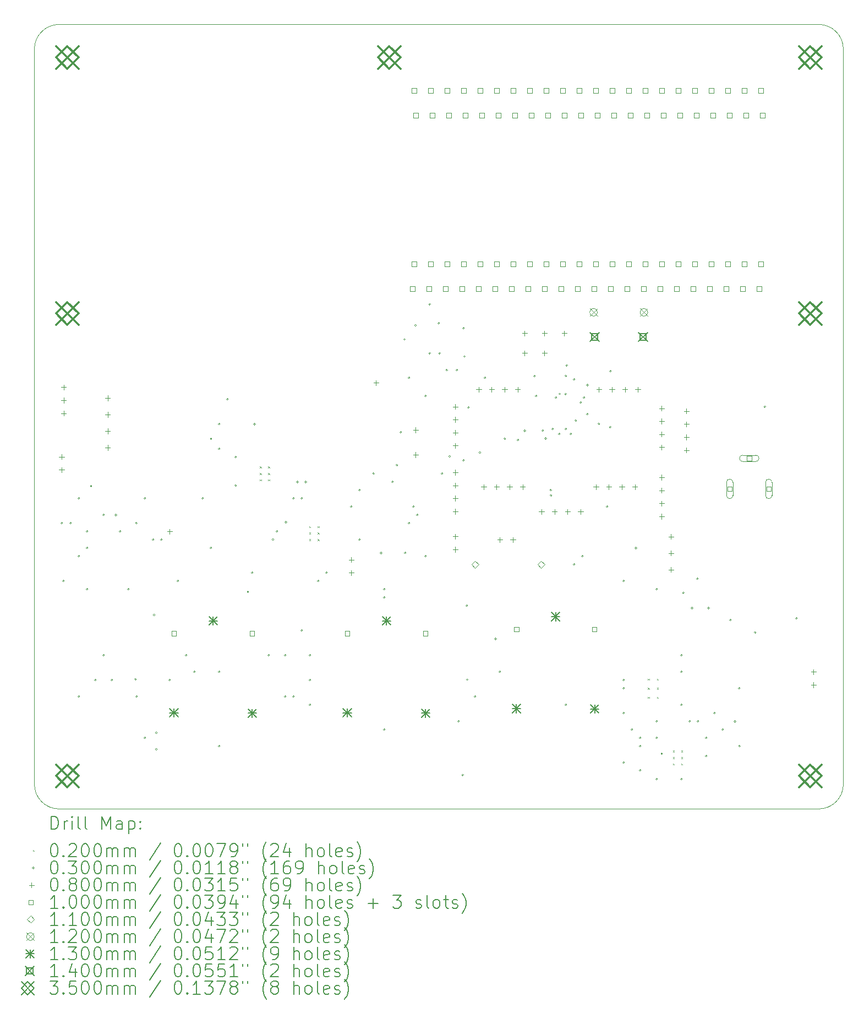
<source format=gbr>
%TF.GenerationSoftware,KiCad,Pcbnew,8.0.4*%
%TF.CreationDate,2024-10-02T08:26:17+07:00*%
%TF.ProjectId,Schematic_editted,53636865-6d61-4746-9963-5f6564697474,rev?*%
%TF.SameCoordinates,Original*%
%TF.FileFunction,Drillmap*%
%TF.FilePolarity,Positive*%
%FSLAX45Y45*%
G04 Gerber Fmt 4.5, Leading zero omitted, Abs format (unit mm)*
G04 Created by KiCad (PCBNEW 8.0.4) date 2024-10-02 08:26:17*
%MOMM*%
%LPD*%
G01*
G04 APERTURE LIST*
%ADD10C,0.050000*%
%ADD11C,0.200000*%
%ADD12C,0.100000*%
%ADD13C,0.110000*%
%ADD14C,0.120000*%
%ADD15C,0.130000*%
%ADD16C,0.140000*%
%ADD17C,0.350000*%
G04 APERTURE END LIST*
D10*
X7747000Y-3556000D02*
G75*
G02*
X8128000Y-3175000I381000J0D01*
G01*
X19558000Y-15240000D02*
X19812000Y-15240000D01*
X19558000Y-15240000D02*
X8255000Y-15240000D01*
X19812000Y-3175000D02*
G75*
G02*
X20193000Y-3556000I0J-381000D01*
G01*
X8128000Y-15240000D02*
G75*
G02*
X7747000Y-14859000I0J381000D01*
G01*
X20193000Y-14859000D02*
X20193000Y-3556000D01*
X8255000Y-15240000D02*
X8128000Y-15240000D01*
X7747000Y-3556000D02*
X7747000Y-14859000D01*
X19558000Y-3175000D02*
X8128000Y-3175000D01*
X19558000Y-3175000D02*
X19812000Y-3175000D01*
X20193000Y-14859000D02*
G75*
G02*
X19812000Y-15240000I-381000J0D01*
G01*
X19812000Y-3175000D02*
X19812000Y-3175000D01*
X19812000Y-3175000D01*
X19812000Y-3175000D01*
X19812000Y-3175000D01*
X19812000Y-3175000D01*
X19812000Y-3175000D01*
X19812000Y-3175000D01*
X19812000Y-3175000D01*
X19812000Y-3175000D01*
X19812000Y-3175000D01*
X19812000Y-3175000D01*
X19812000Y-3175000D01*
X19812000Y-3175000D01*
X19812000Y-3175000D01*
X19812000Y-3175000D01*
X19812000Y-3175000D01*
X19812000Y-3175000D01*
X19812000Y-3175000D01*
X19812000Y-3175000D01*
X19812000Y-3175000D01*
X19812000Y-3175000D01*
X19812000Y-3175000D01*
X19812000Y-3175000D01*
X19812000Y-3175000D01*
X19812000Y-3175000D01*
X19812000Y-3175000D01*
X19812000Y-3175000D01*
X19812000Y-3175000D01*
X19812000Y-3175000D01*
X19812000Y-3175000D01*
X19812000Y-3175000D01*
X19812000Y-3175000D01*
X19812000Y-3175000D01*
X19812000Y-3175000D01*
X19812000Y-3175000D01*
X19812000Y-3175000D01*
X19812000Y-3175000D02*
X19812000Y-3175000D01*
X19812000Y-3175000D01*
X19812000Y-3175000D01*
X19812000Y-3175000D01*
X19812000Y-3175000D01*
X19812000Y-3175000D01*
X19812000Y-3175000D01*
X19812000Y-3175000D01*
X19812000Y-3175000D01*
X19812000Y-3175000D01*
X19812000Y-3175000D01*
X19812000Y-3175000D01*
X19812000Y-3175000D01*
X19812000Y-3175000D01*
X19812000Y-3175000D01*
X19812000Y-3175000D01*
X19812000Y-3175000D01*
X19812000Y-3175000D01*
X19812000Y-3175000D01*
X19812000Y-3175000D01*
X19812000Y-3175000D01*
X19812000Y-3175000D01*
X19812000Y-3175000D01*
X19812000Y-3175000D01*
X19812000Y-3175000D01*
X19812000Y-3175000D01*
X19812000Y-3175000D01*
X19812000Y-3175000D01*
X19812000Y-3175000D01*
X19812000Y-3175000D01*
X19812000Y-3175000D01*
X19812000Y-3175000D01*
X19812000Y-3175000D01*
X19812000Y-3175000D01*
X19812000Y-3175000D01*
X19812000Y-3175000D01*
D11*
D12*
X11215400Y-9973400D02*
X11235400Y-9993400D01*
X11235400Y-9973400D02*
X11215400Y-9993400D01*
X11215400Y-10073400D02*
X11235400Y-10093400D01*
X11235400Y-10073400D02*
X11215400Y-10093400D01*
X11215400Y-10173400D02*
X11235400Y-10193400D01*
X11235400Y-10173400D02*
X11215400Y-10193400D01*
X11345400Y-9973400D02*
X11365400Y-9993400D01*
X11365400Y-9973400D02*
X11345400Y-9993400D01*
X11345400Y-10073400D02*
X11365400Y-10093400D01*
X11365400Y-10073400D02*
X11345400Y-10093400D01*
X11345400Y-10173400D02*
X11365400Y-10193400D01*
X11365400Y-10173400D02*
X11345400Y-10193400D01*
X11974400Y-10889400D02*
X11994400Y-10909400D01*
X11994400Y-10889400D02*
X11974400Y-10909400D01*
X11974400Y-10989400D02*
X11994400Y-11009400D01*
X11994400Y-10989400D02*
X11974400Y-11009400D01*
X11974400Y-11089400D02*
X11994400Y-11109400D01*
X11994400Y-11089400D02*
X11974400Y-11109400D01*
X12104400Y-10889400D02*
X12124400Y-10909400D01*
X12124400Y-10889400D02*
X12104400Y-10909400D01*
X12104400Y-10989400D02*
X12124400Y-11009400D01*
X12124400Y-10989400D02*
X12104400Y-11009400D01*
X12104400Y-11089400D02*
X12124400Y-11109400D01*
X12124400Y-11089400D02*
X12104400Y-11109400D01*
X17184400Y-13235400D02*
X17204400Y-13255400D01*
X17204400Y-13235400D02*
X17184400Y-13255400D01*
X17184400Y-13375400D02*
X17204400Y-13395400D01*
X17204400Y-13375400D02*
X17184400Y-13395400D01*
X17184400Y-13515400D02*
X17204400Y-13535400D01*
X17204400Y-13515400D02*
X17184400Y-13535400D01*
X17324400Y-13235400D02*
X17344400Y-13255400D01*
X17344400Y-13235400D02*
X17324400Y-13255400D01*
X17324400Y-13375400D02*
X17344400Y-13395400D01*
X17344400Y-13375400D02*
X17324400Y-13395400D01*
X17324400Y-13515400D02*
X17344400Y-13535400D01*
X17344400Y-13515400D02*
X17324400Y-13535400D01*
X17570400Y-14343400D02*
X17590400Y-14363400D01*
X17590400Y-14343400D02*
X17570400Y-14363400D01*
X17570400Y-14443400D02*
X17590400Y-14463400D01*
X17590400Y-14443400D02*
X17570400Y-14463400D01*
X17570400Y-14543400D02*
X17590400Y-14563400D01*
X17590400Y-14543400D02*
X17570400Y-14563400D01*
X17700400Y-14343400D02*
X17720400Y-14363400D01*
X17720400Y-14343400D02*
X17700400Y-14363400D01*
X17700400Y-14443400D02*
X17720400Y-14463400D01*
X17720400Y-14443400D02*
X17700400Y-14463400D01*
X17700400Y-14543400D02*
X17720400Y-14563400D01*
X17720400Y-14543400D02*
X17700400Y-14563400D01*
X8183460Y-10845400D02*
G75*
G02*
X8153460Y-10845400I-15000J0D01*
G01*
X8153460Y-10845400D02*
G75*
G02*
X8183460Y-10845400I15000J0D01*
G01*
X8208763Y-11731860D02*
G75*
G02*
X8178763Y-11731860I-15000J0D01*
G01*
X8178763Y-11731860D02*
G75*
G02*
X8208763Y-11731860I15000J0D01*
G01*
X8319400Y-10845400D02*
G75*
G02*
X8289400Y-10845400I-15000J0D01*
G01*
X8289400Y-10845400D02*
G75*
G02*
X8319400Y-10845400I15000J0D01*
G01*
X8446400Y-10464400D02*
G75*
G02*
X8416400Y-10464400I-15000J0D01*
G01*
X8416400Y-10464400D02*
G75*
G02*
X8446400Y-10464400I15000J0D01*
G01*
X8446400Y-11353400D02*
G75*
G02*
X8416400Y-11353400I-15000J0D01*
G01*
X8416400Y-11353400D02*
G75*
G02*
X8446400Y-11353400I15000J0D01*
G01*
X8446400Y-13512400D02*
G75*
G02*
X8416400Y-13512400I-15000J0D01*
G01*
X8416400Y-13512400D02*
G75*
G02*
X8446400Y-13512400I15000J0D01*
G01*
X8573400Y-10972400D02*
G75*
G02*
X8543400Y-10972400I-15000J0D01*
G01*
X8543400Y-10972400D02*
G75*
G02*
X8573400Y-10972400I15000J0D01*
G01*
X8573400Y-11226400D02*
G75*
G02*
X8543400Y-11226400I-15000J0D01*
G01*
X8543400Y-11226400D02*
G75*
G02*
X8573400Y-11226400I15000J0D01*
G01*
X8573400Y-11861400D02*
G75*
G02*
X8543400Y-11861400I-15000J0D01*
G01*
X8543400Y-11861400D02*
G75*
G02*
X8573400Y-11861400I15000J0D01*
G01*
X8634435Y-10276365D02*
G75*
G02*
X8604435Y-10276365I-15000J0D01*
G01*
X8604435Y-10276365D02*
G75*
G02*
X8634435Y-10276365I15000J0D01*
G01*
X8700400Y-13258400D02*
G75*
G02*
X8670400Y-13258400I-15000J0D01*
G01*
X8670400Y-13258400D02*
G75*
G02*
X8700400Y-13258400I15000J0D01*
G01*
X8827400Y-10718400D02*
G75*
G02*
X8797400Y-10718400I-15000J0D01*
G01*
X8797400Y-10718400D02*
G75*
G02*
X8827400Y-10718400I15000J0D01*
G01*
X8827400Y-12877400D02*
G75*
G02*
X8797400Y-12877400I-15000J0D01*
G01*
X8797400Y-12877400D02*
G75*
G02*
X8827400Y-12877400I15000J0D01*
G01*
X8954400Y-13258400D02*
G75*
G02*
X8924400Y-13258400I-15000J0D01*
G01*
X8924400Y-13258400D02*
G75*
G02*
X8954400Y-13258400I15000J0D01*
G01*
X9014400Y-10718400D02*
G75*
G02*
X8984400Y-10718400I-15000J0D01*
G01*
X8984400Y-10718400D02*
G75*
G02*
X9014400Y-10718400I15000J0D01*
G01*
X9081400Y-10972400D02*
G75*
G02*
X9051400Y-10972400I-15000J0D01*
G01*
X9051400Y-10972400D02*
G75*
G02*
X9081400Y-10972400I15000J0D01*
G01*
X9208400Y-11861400D02*
G75*
G02*
X9178400Y-11861400I-15000J0D01*
G01*
X9178400Y-11861400D02*
G75*
G02*
X9208400Y-11861400I15000J0D01*
G01*
X9316439Y-13244258D02*
G75*
G02*
X9286439Y-13244258I-15000J0D01*
G01*
X9286439Y-13244258D02*
G75*
G02*
X9316439Y-13244258I15000J0D01*
G01*
X9330314Y-10845400D02*
G75*
G02*
X9300314Y-10845400I-15000J0D01*
G01*
X9300314Y-10845400D02*
G75*
G02*
X9330314Y-10845400I15000J0D01*
G01*
X9335400Y-13512400D02*
G75*
G02*
X9305400Y-13512400I-15000J0D01*
G01*
X9305400Y-13512400D02*
G75*
G02*
X9335400Y-13512400I15000J0D01*
G01*
X9462400Y-10464400D02*
G75*
G02*
X9432400Y-10464400I-15000J0D01*
G01*
X9432400Y-10464400D02*
G75*
G02*
X9462400Y-10464400I15000J0D01*
G01*
X9462400Y-14147400D02*
G75*
G02*
X9432400Y-14147400I-15000J0D01*
G01*
X9432400Y-14147400D02*
G75*
G02*
X9462400Y-14147400I15000J0D01*
G01*
X9589400Y-11099400D02*
G75*
G02*
X9559400Y-11099400I-15000J0D01*
G01*
X9559400Y-11099400D02*
G75*
G02*
X9589400Y-11099400I15000J0D01*
G01*
X9604077Y-12257076D02*
G75*
G02*
X9574077Y-12257076I-15000J0D01*
G01*
X9574077Y-12257076D02*
G75*
G02*
X9604077Y-12257076I15000J0D01*
G01*
X9637400Y-14068400D02*
G75*
G02*
X9607400Y-14068400I-15000J0D01*
G01*
X9607400Y-14068400D02*
G75*
G02*
X9637400Y-14068400I15000J0D01*
G01*
X9637400Y-14322400D02*
G75*
G02*
X9607400Y-14322400I-15000J0D01*
G01*
X9607400Y-14322400D02*
G75*
G02*
X9637400Y-14322400I15000J0D01*
G01*
X9716400Y-11099400D02*
G75*
G02*
X9686400Y-11099400I-15000J0D01*
G01*
X9686400Y-11099400D02*
G75*
G02*
X9716400Y-11099400I15000J0D01*
G01*
X9843400Y-13258400D02*
G75*
G02*
X9813400Y-13258400I-15000J0D01*
G01*
X9813400Y-13258400D02*
G75*
G02*
X9843400Y-13258400I15000J0D01*
G01*
X9970400Y-11734400D02*
G75*
G02*
X9940400Y-11734400I-15000J0D01*
G01*
X9940400Y-11734400D02*
G75*
G02*
X9970400Y-11734400I15000J0D01*
G01*
X10097400Y-12877400D02*
G75*
G02*
X10067400Y-12877400I-15000J0D01*
G01*
X10067400Y-12877400D02*
G75*
G02*
X10097400Y-12877400I15000J0D01*
G01*
X10224400Y-13131400D02*
G75*
G02*
X10194400Y-13131400I-15000J0D01*
G01*
X10194400Y-13131400D02*
G75*
G02*
X10224400Y-13131400I15000J0D01*
G01*
X10351400Y-10464400D02*
G75*
G02*
X10321400Y-10464400I-15000J0D01*
G01*
X10321400Y-10464400D02*
G75*
G02*
X10351400Y-10464400I15000J0D01*
G01*
X10478400Y-9547400D02*
G75*
G02*
X10448400Y-9547400I-15000J0D01*
G01*
X10448400Y-9547400D02*
G75*
G02*
X10478400Y-9547400I15000J0D01*
G01*
X10478400Y-11226400D02*
G75*
G02*
X10448400Y-11226400I-15000J0D01*
G01*
X10448400Y-11226400D02*
G75*
G02*
X10478400Y-11226400I15000J0D01*
G01*
X10605400Y-9321400D02*
G75*
G02*
X10575400Y-9321400I-15000J0D01*
G01*
X10575400Y-9321400D02*
G75*
G02*
X10605400Y-9321400I15000J0D01*
G01*
X10605400Y-9702400D02*
G75*
G02*
X10575400Y-9702400I-15000J0D01*
G01*
X10575400Y-9702400D02*
G75*
G02*
X10605400Y-9702400I15000J0D01*
G01*
X10605400Y-13131400D02*
G75*
G02*
X10575400Y-13131400I-15000J0D01*
G01*
X10575400Y-13131400D02*
G75*
G02*
X10605400Y-13131400I15000J0D01*
G01*
X10605400Y-14274400D02*
G75*
G02*
X10575400Y-14274400I-15000J0D01*
G01*
X10575400Y-14274400D02*
G75*
G02*
X10605400Y-14274400I15000J0D01*
G01*
X10732400Y-8940400D02*
G75*
G02*
X10702400Y-8940400I-15000J0D01*
G01*
X10702400Y-8940400D02*
G75*
G02*
X10732400Y-8940400I15000J0D01*
G01*
X10859400Y-9829400D02*
G75*
G02*
X10829400Y-9829400I-15000J0D01*
G01*
X10829400Y-9829400D02*
G75*
G02*
X10859400Y-9829400I15000J0D01*
G01*
X10859400Y-10263620D02*
G75*
G02*
X10829400Y-10263620I-15000J0D01*
G01*
X10829400Y-10263620D02*
G75*
G02*
X10859400Y-10263620I15000J0D01*
G01*
X11046400Y-11901400D02*
G75*
G02*
X11016400Y-11901400I-15000J0D01*
G01*
X11016400Y-11901400D02*
G75*
G02*
X11046400Y-11901400I15000J0D01*
G01*
X11113400Y-11607400D02*
G75*
G02*
X11083400Y-11607400I-15000J0D01*
G01*
X11083400Y-11607400D02*
G75*
G02*
X11113400Y-11607400I15000J0D01*
G01*
X11149150Y-9321400D02*
G75*
G02*
X11119150Y-9321400I-15000J0D01*
G01*
X11119150Y-9321400D02*
G75*
G02*
X11149150Y-9321400I15000J0D01*
G01*
X11367400Y-12877400D02*
G75*
G02*
X11337400Y-12877400I-15000J0D01*
G01*
X11337400Y-12877400D02*
G75*
G02*
X11367400Y-12877400I15000J0D01*
G01*
X11430400Y-11096476D02*
G75*
G02*
X11400400Y-11096476I-15000J0D01*
G01*
X11400400Y-11096476D02*
G75*
G02*
X11430400Y-11096476I15000J0D01*
G01*
X11494400Y-10972400D02*
G75*
G02*
X11464400Y-10972400I-15000J0D01*
G01*
X11464400Y-10972400D02*
G75*
G02*
X11494400Y-10972400I15000J0D01*
G01*
X11621400Y-12877400D02*
G75*
G02*
X11591400Y-12877400I-15000J0D01*
G01*
X11591400Y-12877400D02*
G75*
G02*
X11621400Y-12877400I15000J0D01*
G01*
X11621400Y-13512400D02*
G75*
G02*
X11591400Y-13512400I-15000J0D01*
G01*
X11591400Y-13512400D02*
G75*
G02*
X11621400Y-13512400I15000J0D01*
G01*
X11629400Y-10829797D02*
G75*
G02*
X11599400Y-10829797I-15000J0D01*
G01*
X11599400Y-10829797D02*
G75*
G02*
X11629400Y-10829797I15000J0D01*
G01*
X11748400Y-10464400D02*
G75*
G02*
X11718400Y-10464400I-15000J0D01*
G01*
X11718400Y-10464400D02*
G75*
G02*
X11748400Y-10464400I15000J0D01*
G01*
X11748400Y-13512400D02*
G75*
G02*
X11718400Y-13512400I-15000J0D01*
G01*
X11718400Y-13512400D02*
G75*
G02*
X11748400Y-13512400I15000J0D01*
G01*
X11809400Y-10210400D02*
G75*
G02*
X11779400Y-10210400I-15000J0D01*
G01*
X11779400Y-10210400D02*
G75*
G02*
X11809400Y-10210400I15000J0D01*
G01*
X11875400Y-10464400D02*
G75*
G02*
X11845400Y-10464400I-15000J0D01*
G01*
X11845400Y-10464400D02*
G75*
G02*
X11875400Y-10464400I15000J0D01*
G01*
X11875400Y-12496400D02*
G75*
G02*
X11845400Y-12496400I-15000J0D01*
G01*
X11845400Y-12496400D02*
G75*
G02*
X11875400Y-12496400I15000J0D01*
G01*
X11936400Y-10210400D02*
G75*
G02*
X11906400Y-10210400I-15000J0D01*
G01*
X11906400Y-10210400D02*
G75*
G02*
X11936400Y-10210400I15000J0D01*
G01*
X12002400Y-12877400D02*
G75*
G02*
X11972400Y-12877400I-15000J0D01*
G01*
X11972400Y-12877400D02*
G75*
G02*
X12002400Y-12877400I15000J0D01*
G01*
X12002400Y-13258400D02*
G75*
G02*
X11972400Y-13258400I-15000J0D01*
G01*
X11972400Y-13258400D02*
G75*
G02*
X12002400Y-13258400I15000J0D01*
G01*
X12002400Y-13639400D02*
G75*
G02*
X11972400Y-13639400I-15000J0D01*
G01*
X11972400Y-13639400D02*
G75*
G02*
X12002400Y-13639400I15000J0D01*
G01*
X12129400Y-11734400D02*
G75*
G02*
X12099400Y-11734400I-15000J0D01*
G01*
X12099400Y-11734400D02*
G75*
G02*
X12129400Y-11734400I15000J0D01*
G01*
X12256400Y-11607400D02*
G75*
G02*
X12226400Y-11607400I-15000J0D01*
G01*
X12226400Y-11607400D02*
G75*
G02*
X12256400Y-11607400I15000J0D01*
G01*
X12637400Y-10591400D02*
G75*
G02*
X12607400Y-10591400I-15000J0D01*
G01*
X12607400Y-10591400D02*
G75*
G02*
X12637400Y-10591400I15000J0D01*
G01*
X12764400Y-10337400D02*
G75*
G02*
X12734400Y-10337400I-15000J0D01*
G01*
X12734400Y-10337400D02*
G75*
G02*
X12764400Y-10337400I15000J0D01*
G01*
X12764400Y-11099400D02*
G75*
G02*
X12734400Y-11099400I-15000J0D01*
G01*
X12734400Y-11099400D02*
G75*
G02*
X12764400Y-11099400I15000J0D01*
G01*
X12980400Y-10083400D02*
G75*
G02*
X12950400Y-10083400I-15000J0D01*
G01*
X12950400Y-10083400D02*
G75*
G02*
X12980400Y-10083400I15000J0D01*
G01*
X13096000Y-11303000D02*
G75*
G02*
X13066000Y-11303000I-15000J0D01*
G01*
X13066000Y-11303000D02*
G75*
G02*
X13096000Y-11303000I15000J0D01*
G01*
X13145400Y-11861400D02*
G75*
G02*
X13115400Y-11861400I-15000J0D01*
G01*
X13115400Y-11861400D02*
G75*
G02*
X13145400Y-11861400I15000J0D01*
G01*
X13145400Y-11988400D02*
G75*
G02*
X13115400Y-11988400I-15000J0D01*
G01*
X13115400Y-11988400D02*
G75*
G02*
X13145400Y-11988400I15000J0D01*
G01*
X13145400Y-14020400D02*
G75*
G02*
X13115400Y-14020400I-15000J0D01*
G01*
X13115400Y-14020400D02*
G75*
G02*
X13145400Y-14020400I15000J0D01*
G01*
X13272400Y-10210400D02*
G75*
G02*
X13242400Y-10210400I-15000J0D01*
G01*
X13242400Y-10210400D02*
G75*
G02*
X13272400Y-10210400I15000J0D01*
G01*
X13338116Y-9951684D02*
G75*
G02*
X13308116Y-9951684I-15000J0D01*
G01*
X13308116Y-9951684D02*
G75*
G02*
X13338116Y-9951684I15000J0D01*
G01*
X13399400Y-9448400D02*
G75*
G02*
X13369400Y-9448400I-15000J0D01*
G01*
X13369400Y-9448400D02*
G75*
G02*
X13399400Y-9448400I15000J0D01*
G01*
X13457450Y-8018950D02*
G75*
G02*
X13427450Y-8018950I-15000J0D01*
G01*
X13427450Y-8018950D02*
G75*
G02*
X13457450Y-8018950I15000J0D01*
G01*
X13466400Y-11303000D02*
G75*
G02*
X13436400Y-11303000I-15000J0D01*
G01*
X13436400Y-11303000D02*
G75*
G02*
X13466400Y-11303000I15000J0D01*
G01*
X13526200Y-8610600D02*
G75*
G02*
X13496200Y-8610600I-15000J0D01*
G01*
X13496200Y-8610600D02*
G75*
G02*
X13526200Y-8610600I15000J0D01*
G01*
X13526400Y-10845400D02*
G75*
G02*
X13496400Y-10845400I-15000J0D01*
G01*
X13496400Y-10845400D02*
G75*
G02*
X13526400Y-10845400I15000J0D01*
G01*
X13593400Y-10591400D02*
G75*
G02*
X13563400Y-10591400I-15000J0D01*
G01*
X13563400Y-10591400D02*
G75*
G02*
X13593400Y-10591400I15000J0D01*
G01*
X13626500Y-7803625D02*
G75*
G02*
X13596500Y-7803625I-15000J0D01*
G01*
X13596500Y-7803625D02*
G75*
G02*
X13626500Y-7803625I15000J0D01*
G01*
X13653400Y-10718400D02*
G75*
G02*
X13623400Y-10718400I-15000J0D01*
G01*
X13623400Y-10718400D02*
G75*
G02*
X13653400Y-10718400I15000J0D01*
G01*
X13780200Y-8890000D02*
G75*
G02*
X13750200Y-8890000I-15000J0D01*
G01*
X13750200Y-8890000D02*
G75*
G02*
X13780200Y-8890000I15000J0D01*
G01*
X13780400Y-11353400D02*
G75*
G02*
X13750400Y-11353400I-15000J0D01*
G01*
X13750400Y-11353400D02*
G75*
G02*
X13780400Y-11353400I15000J0D01*
G01*
X13842400Y-8232140D02*
G75*
G02*
X13812400Y-8232140I-15000J0D01*
G01*
X13812400Y-8232140D02*
G75*
G02*
X13842400Y-8232140I15000J0D01*
G01*
X13844400Y-7479400D02*
G75*
G02*
X13814400Y-7479400I-15000J0D01*
G01*
X13814400Y-7479400D02*
G75*
G02*
X13844400Y-7479400I15000J0D01*
G01*
X13983400Y-7772400D02*
G75*
G02*
X13953400Y-7772400I-15000J0D01*
G01*
X13953400Y-7772400D02*
G75*
G02*
X13983400Y-7772400I15000J0D01*
G01*
X13997400Y-8232140D02*
G75*
G02*
X13967400Y-8232140I-15000J0D01*
G01*
X13967400Y-8232140D02*
G75*
G02*
X13997400Y-8232140I15000J0D01*
G01*
X14034400Y-10083400D02*
G75*
G02*
X14004400Y-10083400I-15000J0D01*
G01*
X14004400Y-10083400D02*
G75*
G02*
X14034400Y-10083400I15000J0D01*
G01*
X14105120Y-8491220D02*
G75*
G02*
X14075120Y-8491220I-15000J0D01*
G01*
X14075120Y-8491220D02*
G75*
G02*
X14105120Y-8491220I15000J0D01*
G01*
X14149300Y-9817900D02*
G75*
G02*
X14119300Y-9817900I-15000J0D01*
G01*
X14119300Y-9817900D02*
G75*
G02*
X14149300Y-9817900I15000J0D01*
G01*
X14262620Y-8491220D02*
G75*
G02*
X14232620Y-8491220I-15000J0D01*
G01*
X14232620Y-8491220D02*
G75*
G02*
X14262620Y-8491220I15000J0D01*
G01*
X14288400Y-13893400D02*
G75*
G02*
X14258400Y-13893400I-15000J0D01*
G01*
X14258400Y-13893400D02*
G75*
G02*
X14288400Y-13893400I15000J0D01*
G01*
X14351900Y-14718900D02*
G75*
G02*
X14321900Y-14718900I-15000J0D01*
G01*
X14321900Y-14718900D02*
G75*
G02*
X14351900Y-14718900I15000J0D01*
G01*
X14364400Y-7848600D02*
G75*
G02*
X14334400Y-7848600I-15000J0D01*
G01*
X14334400Y-7848600D02*
G75*
G02*
X14364400Y-7848600I15000J0D01*
G01*
X14364400Y-9880600D02*
G75*
G02*
X14334400Y-9880600I-15000J0D01*
G01*
X14334400Y-9880600D02*
G75*
G02*
X14364400Y-9880600I15000J0D01*
G01*
X14379600Y-8281800D02*
G75*
G02*
X14349600Y-8281800I-15000J0D01*
G01*
X14349600Y-8281800D02*
G75*
G02*
X14379600Y-8281800I15000J0D01*
G01*
X14415400Y-12115400D02*
G75*
G02*
X14385400Y-12115400I-15000J0D01*
G01*
X14385400Y-12115400D02*
G75*
G02*
X14415400Y-12115400I15000J0D01*
G01*
X14421120Y-13252680D02*
G75*
G02*
X14391120Y-13252680I-15000J0D01*
G01*
X14391120Y-13252680D02*
G75*
G02*
X14421120Y-13252680I15000J0D01*
G01*
X14440600Y-9067800D02*
G75*
G02*
X14410600Y-9067800I-15000J0D01*
G01*
X14410600Y-9067800D02*
G75*
G02*
X14440600Y-9067800I15000J0D01*
G01*
X14542400Y-13512400D02*
G75*
G02*
X14512400Y-13512400I-15000J0D01*
G01*
X14512400Y-13512400D02*
G75*
G02*
X14542400Y-13512400I15000J0D01*
G01*
X14616300Y-9757900D02*
G75*
G02*
X14586300Y-9757900I-15000J0D01*
G01*
X14586300Y-9757900D02*
G75*
G02*
X14616300Y-9757900I15000J0D01*
G01*
X14694600Y-8610600D02*
G75*
G02*
X14664600Y-8610600I-15000J0D01*
G01*
X14664600Y-8610600D02*
G75*
G02*
X14694600Y-8610600I15000J0D01*
G01*
X14857400Y-12623400D02*
G75*
G02*
X14827400Y-12623400I-15000J0D01*
G01*
X14827400Y-12623400D02*
G75*
G02*
X14857400Y-12623400I15000J0D01*
G01*
X14923400Y-13131400D02*
G75*
G02*
X14893400Y-13131400I-15000J0D01*
G01*
X14893400Y-13131400D02*
G75*
G02*
X14923400Y-13131400I15000J0D01*
G01*
X14999400Y-9545400D02*
G75*
G02*
X14969400Y-9545400I-15000J0D01*
G01*
X14969400Y-9545400D02*
G75*
G02*
X14999400Y-9545400I15000J0D01*
G01*
X15202600Y-9565400D02*
G75*
G02*
X15172600Y-9565400I-15000J0D01*
G01*
X15172600Y-9565400D02*
G75*
G02*
X15202600Y-9565400I15000J0D01*
G01*
X15306200Y-9425400D02*
G75*
G02*
X15276200Y-9425400I-15000J0D01*
G01*
X15276200Y-9425400D02*
G75*
G02*
X15306200Y-9425400I15000J0D01*
G01*
X15456600Y-8585200D02*
G75*
G02*
X15426600Y-8585200I-15000J0D01*
G01*
X15426600Y-8585200D02*
G75*
G02*
X15456600Y-8585200I15000J0D01*
G01*
X15482000Y-8890000D02*
G75*
G02*
X15452000Y-8890000I-15000J0D01*
G01*
X15452000Y-8890000D02*
G75*
G02*
X15482000Y-8890000I15000J0D01*
G01*
X15583600Y-9423400D02*
G75*
G02*
X15553600Y-9423400I-15000J0D01*
G01*
X15553600Y-9423400D02*
G75*
G02*
X15583600Y-9423400I15000J0D01*
G01*
X15627189Y-9543189D02*
G75*
G02*
X15597189Y-9543189I-15000J0D01*
G01*
X15597189Y-9543189D02*
G75*
G02*
X15627189Y-9543189I15000J0D01*
G01*
X15704247Y-10336200D02*
G75*
G02*
X15674247Y-10336200I-15000J0D01*
G01*
X15674247Y-10336200D02*
G75*
G02*
X15704247Y-10336200I15000J0D01*
G01*
X15710758Y-10415935D02*
G75*
G02*
X15680758Y-10415935I-15000J0D01*
G01*
X15680758Y-10415935D02*
G75*
G02*
X15710758Y-10415935I15000J0D01*
G01*
X15736000Y-9398000D02*
G75*
G02*
X15706000Y-9398000I-15000J0D01*
G01*
X15706000Y-9398000D02*
G75*
G02*
X15736000Y-9398000I15000J0D01*
G01*
X15786800Y-8915400D02*
G75*
G02*
X15756800Y-8915400I-15000J0D01*
G01*
X15756800Y-8915400D02*
G75*
G02*
X15786800Y-8915400I15000J0D01*
G01*
X15837600Y-9474200D02*
G75*
G02*
X15807600Y-9474200I-15000J0D01*
G01*
X15807600Y-9474200D02*
G75*
G02*
X15837600Y-9474200I15000J0D01*
G01*
X15843369Y-8858831D02*
G75*
G02*
X15813369Y-8858831I-15000J0D01*
G01*
X15813369Y-8858831D02*
G75*
G02*
X15843369Y-8858831I15000J0D01*
G01*
X15934873Y-8860274D02*
G75*
G02*
X15904873Y-8860274I-15000J0D01*
G01*
X15904873Y-8860274D02*
G75*
G02*
X15934873Y-8860274I15000J0D01*
G01*
X15939200Y-8580500D02*
G75*
G02*
X15909200Y-8580500I-15000J0D01*
G01*
X15909200Y-8580500D02*
G75*
G02*
X15939200Y-8580500I15000J0D01*
G01*
X15939200Y-9398000D02*
G75*
G02*
X15909200Y-9398000I-15000J0D01*
G01*
X15909200Y-9398000D02*
G75*
G02*
X15939200Y-9398000I15000J0D01*
G01*
X15939400Y-13639400D02*
G75*
G02*
X15909400Y-13639400I-15000J0D01*
G01*
X15909400Y-13639400D02*
G75*
G02*
X15939400Y-13639400I15000J0D01*
G01*
X15951800Y-8420000D02*
G75*
G02*
X15921800Y-8420000I-15000J0D01*
G01*
X15921800Y-8420000D02*
G75*
G02*
X15951800Y-8420000I15000J0D01*
G01*
X16015400Y-9474200D02*
G75*
G02*
X15985400Y-9474200I-15000J0D01*
G01*
X15985400Y-9474200D02*
G75*
G02*
X16015400Y-9474200I15000J0D01*
G01*
X16066200Y-8636000D02*
G75*
G02*
X16036200Y-8636000I-15000J0D01*
G01*
X16036200Y-8636000D02*
G75*
G02*
X16066200Y-8636000I15000J0D01*
G01*
X16066400Y-11480400D02*
G75*
G02*
X16036400Y-11480400I-15000J0D01*
G01*
X16036400Y-11480400D02*
G75*
G02*
X16066400Y-11480400I15000J0D01*
G01*
X16091600Y-9265400D02*
G75*
G02*
X16061600Y-9265400I-15000J0D01*
G01*
X16061600Y-9265400D02*
G75*
G02*
X16091600Y-9265400I15000J0D01*
G01*
X16167800Y-8991600D02*
G75*
G02*
X16137800Y-8991600I-15000J0D01*
G01*
X16137800Y-8991600D02*
G75*
G02*
X16167800Y-8991600I15000J0D01*
G01*
X16193400Y-11353400D02*
G75*
G02*
X16163400Y-11353400I-15000J0D01*
G01*
X16163400Y-11353400D02*
G75*
G02*
X16193400Y-11353400I15000J0D01*
G01*
X16218600Y-8915400D02*
G75*
G02*
X16188600Y-8915400I-15000J0D01*
G01*
X16188600Y-8915400D02*
G75*
G02*
X16218600Y-8915400I15000J0D01*
G01*
X16269400Y-8721850D02*
G75*
G02*
X16239400Y-8721850I-15000J0D01*
G01*
X16239400Y-8721850D02*
G75*
G02*
X16269400Y-8721850I15000J0D01*
G01*
X16269400Y-9169400D02*
G75*
G02*
X16239400Y-9169400I-15000J0D01*
G01*
X16239400Y-9169400D02*
G75*
G02*
X16269400Y-9169400I15000J0D01*
G01*
X16447200Y-9315400D02*
G75*
G02*
X16417200Y-9315400I-15000J0D01*
G01*
X16417200Y-9315400D02*
G75*
G02*
X16447200Y-9315400I15000J0D01*
G01*
X16574400Y-10591400D02*
G75*
G02*
X16544400Y-10591400I-15000J0D01*
G01*
X16544400Y-10591400D02*
G75*
G02*
X16574400Y-10591400I15000J0D01*
G01*
X16620673Y-9365400D02*
G75*
G02*
X16590673Y-9365400I-15000J0D01*
G01*
X16590673Y-9365400D02*
G75*
G02*
X16620673Y-9365400I15000J0D01*
G01*
X16625000Y-8509000D02*
G75*
G02*
X16595000Y-8509000I-15000J0D01*
G01*
X16595000Y-8509000D02*
G75*
G02*
X16625000Y-8509000I15000J0D01*
G01*
X16828400Y-11734400D02*
G75*
G02*
X16798400Y-11734400I-15000J0D01*
G01*
X16798400Y-11734400D02*
G75*
G02*
X16828400Y-11734400I15000J0D01*
G01*
X16828400Y-13258400D02*
G75*
G02*
X16798400Y-13258400I-15000J0D01*
G01*
X16798400Y-13258400D02*
G75*
G02*
X16828400Y-13258400I15000J0D01*
G01*
X16828400Y-13766400D02*
G75*
G02*
X16798400Y-13766400I-15000J0D01*
G01*
X16798400Y-13766400D02*
G75*
G02*
X16828400Y-13766400I15000J0D01*
G01*
X16828400Y-14528400D02*
G75*
G02*
X16798400Y-14528400I-15000J0D01*
G01*
X16798400Y-14528400D02*
G75*
G02*
X16828400Y-14528400I15000J0D01*
G01*
X16828577Y-13385223D02*
G75*
G02*
X16798577Y-13385223I-15000J0D01*
G01*
X16798577Y-13385223D02*
G75*
G02*
X16828577Y-13385223I15000J0D01*
G01*
X16955400Y-14020400D02*
G75*
G02*
X16925400Y-14020400I-15000J0D01*
G01*
X16925400Y-14020400D02*
G75*
G02*
X16955400Y-14020400I15000J0D01*
G01*
X17016400Y-11226400D02*
G75*
G02*
X16986400Y-11226400I-15000J0D01*
G01*
X16986400Y-11226400D02*
G75*
G02*
X17016400Y-11226400I15000J0D01*
G01*
X17082400Y-14147400D02*
G75*
G02*
X17052400Y-14147400I-15000J0D01*
G01*
X17052400Y-14147400D02*
G75*
G02*
X17082400Y-14147400I15000J0D01*
G01*
X17082400Y-14274400D02*
G75*
G02*
X17052400Y-14274400I-15000J0D01*
G01*
X17052400Y-14274400D02*
G75*
G02*
X17082400Y-14274400I15000J0D01*
G01*
X17082400Y-14644900D02*
G75*
G02*
X17052400Y-14644900I-15000J0D01*
G01*
X17052400Y-14644900D02*
G75*
G02*
X17082400Y-14644900I15000J0D01*
G01*
X17336400Y-11861400D02*
G75*
G02*
X17306400Y-11861400I-15000J0D01*
G01*
X17306400Y-11861400D02*
G75*
G02*
X17336400Y-11861400I15000J0D01*
G01*
X17336400Y-13893400D02*
G75*
G02*
X17306400Y-13893400I-15000J0D01*
G01*
X17306400Y-13893400D02*
G75*
G02*
X17336400Y-13893400I15000J0D01*
G01*
X17336400Y-14147400D02*
G75*
G02*
X17306400Y-14147400I-15000J0D01*
G01*
X17306400Y-14147400D02*
G75*
G02*
X17336400Y-14147400I15000J0D01*
G01*
X17336400Y-14782400D02*
G75*
G02*
X17306400Y-14782400I-15000J0D01*
G01*
X17306400Y-14782400D02*
G75*
G02*
X17336400Y-14782400I15000J0D01*
G01*
X17412900Y-14389900D02*
G75*
G02*
X17382900Y-14389900I-15000J0D01*
G01*
X17382900Y-14389900D02*
G75*
G02*
X17412900Y-14389900I15000J0D01*
G01*
X17717400Y-12877400D02*
G75*
G02*
X17687400Y-12877400I-15000J0D01*
G01*
X17687400Y-12877400D02*
G75*
G02*
X17717400Y-12877400I15000J0D01*
G01*
X17717400Y-13131400D02*
G75*
G02*
X17687400Y-13131400I-15000J0D01*
G01*
X17687400Y-13131400D02*
G75*
G02*
X17717400Y-13131400I15000J0D01*
G01*
X17717400Y-13639400D02*
G75*
G02*
X17687400Y-13639400I-15000J0D01*
G01*
X17687400Y-13639400D02*
G75*
G02*
X17717400Y-13639400I15000J0D01*
G01*
X17717400Y-14782400D02*
G75*
G02*
X17687400Y-14782400I-15000J0D01*
G01*
X17687400Y-14782400D02*
G75*
G02*
X17717400Y-14782400I15000J0D01*
G01*
X17746906Y-11915376D02*
G75*
G02*
X17716906Y-11915376I-15000J0D01*
G01*
X17716906Y-11915376D02*
G75*
G02*
X17746906Y-11915376I15000J0D01*
G01*
X17844400Y-13893400D02*
G75*
G02*
X17814400Y-13893400I-15000J0D01*
G01*
X17814400Y-13893400D02*
G75*
G02*
X17844400Y-13893400I15000J0D01*
G01*
X17879324Y-12150324D02*
G75*
G02*
X17849324Y-12150324I-15000J0D01*
G01*
X17849324Y-12150324D02*
G75*
G02*
X17879324Y-12150324I15000J0D01*
G01*
X17962106Y-11699476D02*
G75*
G02*
X17932106Y-11699476I-15000J0D01*
G01*
X17932106Y-11699476D02*
G75*
G02*
X17962106Y-11699476I15000J0D01*
G01*
X17971400Y-13893400D02*
G75*
G02*
X17941400Y-13893400I-15000J0D01*
G01*
X17941400Y-13893400D02*
G75*
G02*
X17971400Y-13893400I15000J0D01*
G01*
X18098400Y-14147400D02*
G75*
G02*
X18068400Y-14147400I-15000J0D01*
G01*
X18068400Y-14147400D02*
G75*
G02*
X18098400Y-14147400I15000J0D01*
G01*
X18098400Y-14425650D02*
G75*
G02*
X18068400Y-14425650I-15000J0D01*
G01*
X18068400Y-14425650D02*
G75*
G02*
X18098400Y-14425650I15000J0D01*
G01*
X18133324Y-12150324D02*
G75*
G02*
X18103324Y-12150324I-15000J0D01*
G01*
X18103324Y-12150324D02*
G75*
G02*
X18133324Y-12150324I15000J0D01*
G01*
X18225400Y-13766400D02*
G75*
G02*
X18195400Y-13766400I-15000J0D01*
G01*
X18195400Y-13766400D02*
G75*
G02*
X18225400Y-13766400I15000J0D01*
G01*
X18352400Y-14020400D02*
G75*
G02*
X18322400Y-14020400I-15000J0D01*
G01*
X18322400Y-14020400D02*
G75*
G02*
X18352400Y-14020400I15000J0D01*
G01*
X18470106Y-12334476D02*
G75*
G02*
X18440106Y-12334476I-15000J0D01*
G01*
X18440106Y-12334476D02*
G75*
G02*
X18470106Y-12334476I15000J0D01*
G01*
X18539400Y-13893400D02*
G75*
G02*
X18509400Y-13893400I-15000J0D01*
G01*
X18509400Y-13893400D02*
G75*
G02*
X18539400Y-13893400I15000J0D01*
G01*
X18606400Y-13385400D02*
G75*
G02*
X18576400Y-13385400I-15000J0D01*
G01*
X18576400Y-13385400D02*
G75*
G02*
X18606400Y-13385400I15000J0D01*
G01*
X18610580Y-14274400D02*
G75*
G02*
X18580580Y-14274400I-15000J0D01*
G01*
X18580580Y-14274400D02*
G75*
G02*
X18610580Y-14274400I15000J0D01*
G01*
X18851106Y-12524976D02*
G75*
G02*
X18821106Y-12524976I-15000J0D01*
G01*
X18821106Y-12524976D02*
G75*
G02*
X18851106Y-12524976I15000J0D01*
G01*
X18999054Y-9053424D02*
G75*
G02*
X18969054Y-9053424I-15000J0D01*
G01*
X18969054Y-9053424D02*
G75*
G02*
X18999054Y-9053424I15000J0D01*
G01*
X19486106Y-12308776D02*
G75*
G02*
X19456106Y-12308776I-15000J0D01*
G01*
X19456106Y-12308776D02*
G75*
G02*
X19486106Y-12308776I15000J0D01*
G01*
X8167470Y-9784400D02*
X8167470Y-9864400D01*
X8127470Y-9824400D02*
X8207470Y-9824400D01*
X8167470Y-9984400D02*
X8167470Y-10064400D01*
X8127470Y-10024400D02*
X8207470Y-10024400D01*
X8197950Y-8714780D02*
X8197950Y-8794780D01*
X8157950Y-8754780D02*
X8237950Y-8754780D01*
X8197950Y-8914780D02*
X8197950Y-8994780D01*
X8157950Y-8954780D02*
X8237950Y-8954780D01*
X8197950Y-9114780D02*
X8197950Y-9194780D01*
X8157950Y-9154780D02*
X8237950Y-9154780D01*
X8873590Y-8881100D02*
X8873590Y-8961100D01*
X8833590Y-8921100D02*
X8913590Y-8921100D01*
X8873590Y-9135100D02*
X8873590Y-9215100D01*
X8833590Y-9175100D02*
X8913590Y-9175100D01*
X8873590Y-9389100D02*
X8873590Y-9469100D01*
X8833590Y-9429100D02*
X8913590Y-9429100D01*
X8873590Y-9643100D02*
X8873590Y-9723100D01*
X8833590Y-9683100D02*
X8913590Y-9683100D01*
X9828400Y-10932400D02*
X9828400Y-11012400D01*
X9788400Y-10972400D02*
X9868400Y-10972400D01*
X12622400Y-11367400D02*
X12622400Y-11447400D01*
X12582400Y-11407400D02*
X12662400Y-11407400D01*
X12622400Y-11567400D02*
X12622400Y-11647400D01*
X12582400Y-11607400D02*
X12662400Y-11607400D01*
X13003400Y-8646400D02*
X13003400Y-8726400D01*
X12963400Y-8686400D02*
X13043400Y-8686400D01*
X13612800Y-9371200D02*
X13612800Y-9451200D01*
X13572800Y-9411200D02*
X13652800Y-9411200D01*
X13612800Y-9751200D02*
X13612800Y-9831200D01*
X13572800Y-9791200D02*
X13652800Y-9791200D01*
X14222400Y-9012000D02*
X14222400Y-9092000D01*
X14182400Y-9052000D02*
X14262400Y-9052000D01*
X14222400Y-9212000D02*
X14222400Y-9292000D01*
X14182400Y-9252000D02*
X14262400Y-9252000D01*
X14222400Y-9412000D02*
X14222400Y-9492000D01*
X14182400Y-9452000D02*
X14262400Y-9452000D01*
X14222400Y-9612000D02*
X14222400Y-9692000D01*
X14182400Y-9652000D02*
X14262400Y-9652000D01*
X14222400Y-10023200D02*
X14222400Y-10103200D01*
X14182400Y-10063200D02*
X14262400Y-10063200D01*
X14222400Y-10223200D02*
X14222400Y-10303200D01*
X14182400Y-10263200D02*
X14262400Y-10263200D01*
X14222400Y-10423200D02*
X14222400Y-10503200D01*
X14182400Y-10463200D02*
X14262400Y-10463200D01*
X14222400Y-10623200D02*
X14222400Y-10703200D01*
X14182400Y-10663200D02*
X14262400Y-10663200D01*
X14224000Y-11009000D02*
X14224000Y-11089000D01*
X14184000Y-11049000D02*
X14264000Y-11049000D01*
X14224000Y-11209000D02*
X14224000Y-11289000D01*
X14184000Y-11249000D02*
X14264000Y-11249000D01*
X14582800Y-8748400D02*
X14582800Y-8828400D01*
X14542800Y-8788400D02*
X14622800Y-8788400D01*
X14659000Y-10247000D02*
X14659000Y-10327000D01*
X14619000Y-10287000D02*
X14699000Y-10287000D01*
X14782800Y-8748400D02*
X14782800Y-8828400D01*
X14742800Y-8788400D02*
X14822800Y-8788400D01*
X14859000Y-10247000D02*
X14859000Y-10327000D01*
X14819000Y-10287000D02*
X14899000Y-10287000D01*
X14908400Y-11059400D02*
X14908400Y-11139400D01*
X14868400Y-11099400D02*
X14948400Y-11099400D01*
X14982800Y-8748400D02*
X14982800Y-8828400D01*
X14942800Y-8788400D02*
X15022800Y-8788400D01*
X15059000Y-10247000D02*
X15059000Y-10327000D01*
X15019000Y-10287000D02*
X15099000Y-10287000D01*
X15108400Y-11059400D02*
X15108400Y-11139400D01*
X15068400Y-11099400D02*
X15148400Y-11099400D01*
X15182800Y-8748400D02*
X15182800Y-8828400D01*
X15142800Y-8788400D02*
X15222800Y-8788400D01*
X15259000Y-10247000D02*
X15259000Y-10327000D01*
X15219000Y-10287000D02*
X15299000Y-10287000D01*
X15289200Y-7884800D02*
X15289200Y-7964800D01*
X15249200Y-7924800D02*
X15329200Y-7924800D01*
X15289200Y-8189600D02*
X15289200Y-8269600D01*
X15249200Y-8229600D02*
X15329200Y-8229600D01*
X15549600Y-10628000D02*
X15549600Y-10708000D01*
X15509600Y-10668000D02*
X15589600Y-10668000D01*
X15594000Y-7884800D02*
X15594000Y-7964800D01*
X15554000Y-7924800D02*
X15634000Y-7924800D01*
X15594000Y-8189600D02*
X15594000Y-8269600D01*
X15554000Y-8229600D02*
X15634000Y-8229600D01*
X15749600Y-10628000D02*
X15749600Y-10708000D01*
X15709600Y-10668000D02*
X15789600Y-10668000D01*
X15898800Y-7884800D02*
X15898800Y-7964800D01*
X15858800Y-7924800D02*
X15938800Y-7924800D01*
X15949600Y-10628000D02*
X15949600Y-10708000D01*
X15909600Y-10668000D02*
X15989600Y-10668000D01*
X16149600Y-10628000D02*
X16149600Y-10708000D01*
X16109600Y-10668000D02*
X16189600Y-10668000D01*
X16386200Y-10247000D02*
X16386200Y-10327000D01*
X16346200Y-10287000D02*
X16426200Y-10287000D01*
X16432200Y-8748400D02*
X16432200Y-8828400D01*
X16392200Y-8788400D02*
X16472200Y-8788400D01*
X16586200Y-10247000D02*
X16586200Y-10327000D01*
X16546200Y-10287000D02*
X16626200Y-10287000D01*
X16632200Y-8748400D02*
X16632200Y-8828400D01*
X16592200Y-8788400D02*
X16672200Y-8788400D01*
X16786200Y-10247000D02*
X16786200Y-10327000D01*
X16746200Y-10287000D02*
X16826200Y-10287000D01*
X16832200Y-8748400D02*
X16832200Y-8828400D01*
X16792200Y-8788400D02*
X16872200Y-8788400D01*
X16986200Y-10247000D02*
X16986200Y-10327000D01*
X16946200Y-10287000D02*
X17026200Y-10287000D01*
X17032200Y-8748400D02*
X17032200Y-8828400D01*
X16992200Y-8788400D02*
X17072200Y-8788400D01*
X17397400Y-9037400D02*
X17397400Y-9117400D01*
X17357400Y-9077400D02*
X17437400Y-9077400D01*
X17397400Y-9237400D02*
X17397400Y-9317400D01*
X17357400Y-9277400D02*
X17437400Y-9277400D01*
X17397400Y-9437400D02*
X17397400Y-9517400D01*
X17357400Y-9477400D02*
X17437400Y-9477400D01*
X17397400Y-9637400D02*
X17397400Y-9717400D01*
X17357400Y-9677400D02*
X17437400Y-9677400D01*
X17397400Y-10101000D02*
X17397400Y-10181000D01*
X17357400Y-10141000D02*
X17437400Y-10141000D01*
X17397400Y-10301000D02*
X17397400Y-10381000D01*
X17357400Y-10341000D02*
X17437400Y-10341000D01*
X17397400Y-10501000D02*
X17397400Y-10581000D01*
X17357400Y-10541000D02*
X17437400Y-10541000D01*
X17397400Y-10701000D02*
X17397400Y-10781000D01*
X17357400Y-10741000D02*
X17437400Y-10741000D01*
X17540706Y-11011776D02*
X17540706Y-11091776D01*
X17500706Y-11051776D02*
X17580706Y-11051776D01*
X17540706Y-11265776D02*
X17540706Y-11345776D01*
X17500706Y-11305776D02*
X17580706Y-11305776D01*
X17540706Y-11519776D02*
X17540706Y-11599776D01*
X17500706Y-11559776D02*
X17580706Y-11559776D01*
X17778400Y-9081800D02*
X17778400Y-9161800D01*
X17738400Y-9121800D02*
X17818400Y-9121800D01*
X17778400Y-9281800D02*
X17778400Y-9361800D01*
X17738400Y-9321800D02*
X17818400Y-9321800D01*
X17778400Y-9481800D02*
X17778400Y-9561800D01*
X17738400Y-9521800D02*
X17818400Y-9521800D01*
X17778400Y-9681800D02*
X17778400Y-9761800D01*
X17738400Y-9721800D02*
X17818400Y-9721800D01*
X19734400Y-13091400D02*
X19734400Y-13171400D01*
X19694400Y-13131400D02*
X19774400Y-13131400D01*
X19734400Y-13291400D02*
X19734400Y-13371400D01*
X19694400Y-13331400D02*
X19774400Y-13331400D01*
X9928756Y-12576756D02*
X9928756Y-12506044D01*
X9858044Y-12506044D01*
X9858044Y-12576756D01*
X9928756Y-12576756D01*
X11128756Y-12576756D02*
X11128756Y-12506044D01*
X11058044Y-12506044D01*
X11058044Y-12576756D01*
X11128756Y-12576756D01*
X12595756Y-12576756D02*
X12595756Y-12506044D01*
X12525044Y-12506044D01*
X12525044Y-12576756D01*
X12595756Y-12576756D01*
X13598356Y-7274356D02*
X13598356Y-7203644D01*
X13527644Y-7203644D01*
X13527644Y-7274356D01*
X13598356Y-7274356D01*
X13624356Y-4226356D02*
X13624356Y-4155644D01*
X13553644Y-4155644D01*
X13553644Y-4226356D01*
X13624356Y-4226356D01*
X13624356Y-6893356D02*
X13624356Y-6822644D01*
X13553644Y-6822644D01*
X13553644Y-6893356D01*
X13624356Y-6893356D01*
X13649356Y-4607356D02*
X13649356Y-4536644D01*
X13578644Y-4536644D01*
X13578644Y-4607356D01*
X13649356Y-4607356D01*
X13795756Y-12576756D02*
X13795756Y-12506044D01*
X13725044Y-12506044D01*
X13725044Y-12576756D01*
X13795756Y-12576756D01*
X13852356Y-7274356D02*
X13852356Y-7203644D01*
X13781644Y-7203644D01*
X13781644Y-7274356D01*
X13852356Y-7274356D01*
X13878356Y-4226356D02*
X13878356Y-4155644D01*
X13807644Y-4155644D01*
X13807644Y-4226356D01*
X13878356Y-4226356D01*
X13878356Y-6893356D02*
X13878356Y-6822644D01*
X13807644Y-6822644D01*
X13807644Y-6893356D01*
X13878356Y-6893356D01*
X13903356Y-4607356D02*
X13903356Y-4536644D01*
X13832644Y-4536644D01*
X13832644Y-4607356D01*
X13903356Y-4607356D01*
X14106356Y-7274356D02*
X14106356Y-7203644D01*
X14035644Y-7203644D01*
X14035644Y-7274356D01*
X14106356Y-7274356D01*
X14132356Y-4226356D02*
X14132356Y-4155644D01*
X14061644Y-4155644D01*
X14061644Y-4226356D01*
X14132356Y-4226356D01*
X14132356Y-6893356D02*
X14132356Y-6822644D01*
X14061644Y-6822644D01*
X14061644Y-6893356D01*
X14132356Y-6893356D01*
X14157356Y-4607356D02*
X14157356Y-4536644D01*
X14086644Y-4536644D01*
X14086644Y-4607356D01*
X14157356Y-4607356D01*
X14360356Y-7274356D02*
X14360356Y-7203644D01*
X14289644Y-7203644D01*
X14289644Y-7274356D01*
X14360356Y-7274356D01*
X14386356Y-4226356D02*
X14386356Y-4155644D01*
X14315644Y-4155644D01*
X14315644Y-4226356D01*
X14386356Y-4226356D01*
X14386356Y-6893356D02*
X14386356Y-6822644D01*
X14315644Y-6822644D01*
X14315644Y-6893356D01*
X14386356Y-6893356D01*
X14411356Y-4607356D02*
X14411356Y-4536644D01*
X14340644Y-4536644D01*
X14340644Y-4607356D01*
X14411356Y-4607356D01*
X14614356Y-7274356D02*
X14614356Y-7203644D01*
X14543644Y-7203644D01*
X14543644Y-7274356D01*
X14614356Y-7274356D01*
X14640356Y-4226356D02*
X14640356Y-4155644D01*
X14569644Y-4155644D01*
X14569644Y-4226356D01*
X14640356Y-4226356D01*
X14640356Y-6893356D02*
X14640356Y-6822644D01*
X14569644Y-6822644D01*
X14569644Y-6893356D01*
X14640356Y-6893356D01*
X14665356Y-4607356D02*
X14665356Y-4536644D01*
X14594644Y-4536644D01*
X14594644Y-4607356D01*
X14665356Y-4607356D01*
X14868356Y-7274356D02*
X14868356Y-7203644D01*
X14797644Y-7203644D01*
X14797644Y-7274356D01*
X14868356Y-7274356D01*
X14894356Y-4226356D02*
X14894356Y-4155644D01*
X14823644Y-4155644D01*
X14823644Y-4226356D01*
X14894356Y-4226356D01*
X14894356Y-6893356D02*
X14894356Y-6822644D01*
X14823644Y-6822644D01*
X14823644Y-6893356D01*
X14894356Y-6893356D01*
X14919356Y-4607356D02*
X14919356Y-4536644D01*
X14848644Y-4536644D01*
X14848644Y-4607356D01*
X14919356Y-4607356D01*
X15122356Y-7274356D02*
X15122356Y-7203644D01*
X15051644Y-7203644D01*
X15051644Y-7274356D01*
X15122356Y-7274356D01*
X15148356Y-4226356D02*
X15148356Y-4155644D01*
X15077644Y-4155644D01*
X15077644Y-4226356D01*
X15148356Y-4226356D01*
X15148356Y-6893356D02*
X15148356Y-6822644D01*
X15077644Y-6822644D01*
X15077644Y-6893356D01*
X15148356Y-6893356D01*
X15173356Y-4607356D02*
X15173356Y-4536644D01*
X15102644Y-4536644D01*
X15102644Y-4607356D01*
X15173356Y-4607356D01*
X15197756Y-12511756D02*
X15197756Y-12441044D01*
X15127044Y-12441044D01*
X15127044Y-12511756D01*
X15197756Y-12511756D01*
X15376356Y-7274356D02*
X15376356Y-7203644D01*
X15305644Y-7203644D01*
X15305644Y-7274356D01*
X15376356Y-7274356D01*
X15402356Y-4226356D02*
X15402356Y-4155644D01*
X15331644Y-4155644D01*
X15331644Y-4226356D01*
X15402356Y-4226356D01*
X15402356Y-6893356D02*
X15402356Y-6822644D01*
X15331644Y-6822644D01*
X15331644Y-6893356D01*
X15402356Y-6893356D01*
X15427356Y-4607356D02*
X15427356Y-4536644D01*
X15356644Y-4536644D01*
X15356644Y-4607356D01*
X15427356Y-4607356D01*
X15630356Y-7274356D02*
X15630356Y-7203644D01*
X15559644Y-7203644D01*
X15559644Y-7274356D01*
X15630356Y-7274356D01*
X15656356Y-4226356D02*
X15656356Y-4155644D01*
X15585644Y-4155644D01*
X15585644Y-4226356D01*
X15656356Y-4226356D01*
X15656356Y-6893356D02*
X15656356Y-6822644D01*
X15585644Y-6822644D01*
X15585644Y-6893356D01*
X15656356Y-6893356D01*
X15681356Y-4607356D02*
X15681356Y-4536644D01*
X15610644Y-4536644D01*
X15610644Y-4607356D01*
X15681356Y-4607356D01*
X15884356Y-7274356D02*
X15884356Y-7203644D01*
X15813644Y-7203644D01*
X15813644Y-7274356D01*
X15884356Y-7274356D01*
X15910356Y-4226356D02*
X15910356Y-4155644D01*
X15839644Y-4155644D01*
X15839644Y-4226356D01*
X15910356Y-4226356D01*
X15910356Y-6893356D02*
X15910356Y-6822644D01*
X15839644Y-6822644D01*
X15839644Y-6893356D01*
X15910356Y-6893356D01*
X15935356Y-4607356D02*
X15935356Y-4536644D01*
X15864644Y-4536644D01*
X15864644Y-4607356D01*
X15935356Y-4607356D01*
X16138356Y-7274356D02*
X16138356Y-7203644D01*
X16067644Y-7203644D01*
X16067644Y-7274356D01*
X16138356Y-7274356D01*
X16164356Y-4226356D02*
X16164356Y-4155644D01*
X16093644Y-4155644D01*
X16093644Y-4226356D01*
X16164356Y-4226356D01*
X16164356Y-6893356D02*
X16164356Y-6822644D01*
X16093644Y-6822644D01*
X16093644Y-6893356D01*
X16164356Y-6893356D01*
X16189356Y-4607356D02*
X16189356Y-4536644D01*
X16118644Y-4536644D01*
X16118644Y-4607356D01*
X16189356Y-4607356D01*
X16392356Y-7274356D02*
X16392356Y-7203644D01*
X16321644Y-7203644D01*
X16321644Y-7274356D01*
X16392356Y-7274356D01*
X16397756Y-12511756D02*
X16397756Y-12441044D01*
X16327044Y-12441044D01*
X16327044Y-12511756D01*
X16397756Y-12511756D01*
X16418356Y-4226356D02*
X16418356Y-4155644D01*
X16347644Y-4155644D01*
X16347644Y-4226356D01*
X16418356Y-4226356D01*
X16418356Y-6893356D02*
X16418356Y-6822644D01*
X16347644Y-6822644D01*
X16347644Y-6893356D01*
X16418356Y-6893356D01*
X16443356Y-4607356D02*
X16443356Y-4536644D01*
X16372644Y-4536644D01*
X16372644Y-4607356D01*
X16443356Y-4607356D01*
X16646356Y-7274356D02*
X16646356Y-7203644D01*
X16575644Y-7203644D01*
X16575644Y-7274356D01*
X16646356Y-7274356D01*
X16672356Y-4226356D02*
X16672356Y-4155644D01*
X16601644Y-4155644D01*
X16601644Y-4226356D01*
X16672356Y-4226356D01*
X16672356Y-6893356D02*
X16672356Y-6822644D01*
X16601644Y-6822644D01*
X16601644Y-6893356D01*
X16672356Y-6893356D01*
X16697356Y-4607356D02*
X16697356Y-4536644D01*
X16626644Y-4536644D01*
X16626644Y-4607356D01*
X16697356Y-4607356D01*
X16900356Y-7274356D02*
X16900356Y-7203644D01*
X16829644Y-7203644D01*
X16829644Y-7274356D01*
X16900356Y-7274356D01*
X16926356Y-4226356D02*
X16926356Y-4155644D01*
X16855644Y-4155644D01*
X16855644Y-4226356D01*
X16926356Y-4226356D01*
X16926356Y-6893356D02*
X16926356Y-6822644D01*
X16855644Y-6822644D01*
X16855644Y-6893356D01*
X16926356Y-6893356D01*
X16951356Y-4607356D02*
X16951356Y-4536644D01*
X16880644Y-4536644D01*
X16880644Y-4607356D01*
X16951356Y-4607356D01*
X17154356Y-7274356D02*
X17154356Y-7203644D01*
X17083644Y-7203644D01*
X17083644Y-7274356D01*
X17154356Y-7274356D01*
X17180356Y-4226356D02*
X17180356Y-4155644D01*
X17109644Y-4155644D01*
X17109644Y-4226356D01*
X17180356Y-4226356D01*
X17180356Y-6893356D02*
X17180356Y-6822644D01*
X17109644Y-6822644D01*
X17109644Y-6893356D01*
X17180356Y-6893356D01*
X17205356Y-4607356D02*
X17205356Y-4536644D01*
X17134644Y-4536644D01*
X17134644Y-4607356D01*
X17205356Y-4607356D01*
X17408356Y-7274356D02*
X17408356Y-7203644D01*
X17337644Y-7203644D01*
X17337644Y-7274356D01*
X17408356Y-7274356D01*
X17434356Y-4226356D02*
X17434356Y-4155644D01*
X17363644Y-4155644D01*
X17363644Y-4226356D01*
X17434356Y-4226356D01*
X17434356Y-6893356D02*
X17434356Y-6822644D01*
X17363644Y-6822644D01*
X17363644Y-6893356D01*
X17434356Y-6893356D01*
X17459356Y-4607356D02*
X17459356Y-4536644D01*
X17388644Y-4536644D01*
X17388644Y-4607356D01*
X17459356Y-4607356D01*
X17662356Y-7274356D02*
X17662356Y-7203644D01*
X17591644Y-7203644D01*
X17591644Y-7274356D01*
X17662356Y-7274356D01*
X17688356Y-4226356D02*
X17688356Y-4155644D01*
X17617644Y-4155644D01*
X17617644Y-4226356D01*
X17688356Y-4226356D01*
X17688356Y-6893356D02*
X17688356Y-6822644D01*
X17617644Y-6822644D01*
X17617644Y-6893356D01*
X17688356Y-6893356D01*
X17713356Y-4607356D02*
X17713356Y-4536644D01*
X17642644Y-4536644D01*
X17642644Y-4607356D01*
X17713356Y-4607356D01*
X17916356Y-7274356D02*
X17916356Y-7203644D01*
X17845644Y-7203644D01*
X17845644Y-7274356D01*
X17916356Y-7274356D01*
X17942356Y-4226356D02*
X17942356Y-4155644D01*
X17871644Y-4155644D01*
X17871644Y-4226356D01*
X17942356Y-4226356D01*
X17942356Y-6893356D02*
X17942356Y-6822644D01*
X17871644Y-6822644D01*
X17871644Y-6893356D01*
X17942356Y-6893356D01*
X17967356Y-4607356D02*
X17967356Y-4536644D01*
X17896644Y-4536644D01*
X17896644Y-4607356D01*
X17967356Y-4607356D01*
X18170356Y-7274356D02*
X18170356Y-7203644D01*
X18099644Y-7203644D01*
X18099644Y-7274356D01*
X18170356Y-7274356D01*
X18196356Y-4226356D02*
X18196356Y-4155644D01*
X18125644Y-4155644D01*
X18125644Y-4226356D01*
X18196356Y-4226356D01*
X18196356Y-6893356D02*
X18196356Y-6822644D01*
X18125644Y-6822644D01*
X18125644Y-6893356D01*
X18196356Y-6893356D01*
X18221356Y-4607356D02*
X18221356Y-4536644D01*
X18150644Y-4536644D01*
X18150644Y-4607356D01*
X18221356Y-4607356D01*
X18424356Y-7274356D02*
X18424356Y-7203644D01*
X18353644Y-7203644D01*
X18353644Y-7274356D01*
X18424356Y-7274356D01*
X18450356Y-4226356D02*
X18450356Y-4155644D01*
X18379644Y-4155644D01*
X18379644Y-4226356D01*
X18450356Y-4226356D01*
X18450356Y-6893356D02*
X18450356Y-6822644D01*
X18379644Y-6822644D01*
X18379644Y-6893356D01*
X18450356Y-6893356D01*
X18475356Y-4607356D02*
X18475356Y-4536644D01*
X18404644Y-4536644D01*
X18404644Y-4607356D01*
X18475356Y-4607356D01*
X18479579Y-10352929D02*
X18479579Y-10282218D01*
X18408868Y-10282218D01*
X18408868Y-10352929D01*
X18479579Y-10352929D01*
X18494224Y-10417574D02*
X18494224Y-10217574D01*
X18394224Y-10217574D02*
G75*
G02*
X18494224Y-10217574I50000J0D01*
G01*
X18394224Y-10217574D02*
X18394224Y-10417574D01*
X18394224Y-10417574D02*
G75*
G03*
X18494224Y-10417574I50000J0D01*
G01*
X18678356Y-7274356D02*
X18678356Y-7203644D01*
X18607644Y-7203644D01*
X18607644Y-7274356D01*
X18678356Y-7274356D01*
X18704356Y-4226356D02*
X18704356Y-4155644D01*
X18633644Y-4155644D01*
X18633644Y-4226356D01*
X18704356Y-4226356D01*
X18704356Y-6893356D02*
X18704356Y-6822644D01*
X18633644Y-6822644D01*
X18633644Y-6893356D01*
X18704356Y-6893356D01*
X18729356Y-4607356D02*
X18729356Y-4536644D01*
X18658644Y-4536644D01*
X18658644Y-4607356D01*
X18729356Y-4607356D01*
X18779579Y-9882929D02*
X18779579Y-9812218D01*
X18708868Y-9812218D01*
X18708868Y-9882929D01*
X18779579Y-9882929D01*
X18844224Y-9797574D02*
X18644224Y-9797574D01*
X18644224Y-9897574D02*
G75*
G02*
X18644224Y-9797574I0J50000D01*
G01*
X18644224Y-9897574D02*
X18844224Y-9897574D01*
X18844224Y-9897574D02*
G75*
G03*
X18844224Y-9797574I0J50000D01*
G01*
X18932356Y-7274356D02*
X18932356Y-7203644D01*
X18861644Y-7203644D01*
X18861644Y-7274356D01*
X18932356Y-7274356D01*
X18958356Y-4226356D02*
X18958356Y-4155644D01*
X18887644Y-4155644D01*
X18887644Y-4226356D01*
X18958356Y-4226356D01*
X18958356Y-6893356D02*
X18958356Y-6822644D01*
X18887644Y-6822644D01*
X18887644Y-6893356D01*
X18958356Y-6893356D01*
X18983356Y-4607356D02*
X18983356Y-4536644D01*
X18912644Y-4536644D01*
X18912644Y-4607356D01*
X18983356Y-4607356D01*
X19079579Y-10352929D02*
X19079579Y-10282218D01*
X19008868Y-10282218D01*
X19008868Y-10352929D01*
X19079579Y-10352929D01*
X19094224Y-10417574D02*
X19094224Y-10217574D01*
X18994224Y-10217574D02*
G75*
G02*
X19094224Y-10217574I50000J0D01*
G01*
X18994224Y-10217574D02*
X18994224Y-10417574D01*
X18994224Y-10417574D02*
G75*
G03*
X19094224Y-10417574I50000J0D01*
G01*
D13*
X14527400Y-11535400D02*
X14582400Y-11480400D01*
X14527400Y-11425400D01*
X14472400Y-11480400D01*
X14527400Y-11535400D01*
X15543400Y-11535400D02*
X15598400Y-11480400D01*
X15543400Y-11425400D01*
X15488400Y-11480400D01*
X15543400Y-11535400D01*
D14*
X16290000Y-7542400D02*
X16410000Y-7662400D01*
X16410000Y-7542400D02*
X16290000Y-7662400D01*
X16410000Y-7602400D02*
G75*
G02*
X16290000Y-7602400I-60000J0D01*
G01*
X16290000Y-7602400D02*
G75*
G02*
X16410000Y-7602400I60000J0D01*
G01*
X17065000Y-7542400D02*
X17185000Y-7662400D01*
X17185000Y-7542400D02*
X17065000Y-7662400D01*
X17185000Y-7602400D02*
G75*
G02*
X17065000Y-7602400I-60000J0D01*
G01*
X17065000Y-7602400D02*
G75*
G02*
X17185000Y-7602400I60000J0D01*
G01*
D15*
X9828400Y-13696400D02*
X9958400Y-13826400D01*
X9958400Y-13696400D02*
X9828400Y-13826400D01*
X9893400Y-13696400D02*
X9893400Y-13826400D01*
X9828400Y-13761400D02*
X9958400Y-13761400D01*
X10433400Y-12281400D02*
X10563400Y-12411400D01*
X10563400Y-12281400D02*
X10433400Y-12411400D01*
X10498400Y-12281400D02*
X10498400Y-12411400D01*
X10433400Y-12346400D02*
X10563400Y-12346400D01*
X11033400Y-13701400D02*
X11163400Y-13831400D01*
X11163400Y-13701400D02*
X11033400Y-13831400D01*
X11098400Y-13701400D02*
X11098400Y-13831400D01*
X11033400Y-13766400D02*
X11163400Y-13766400D01*
X12495400Y-13696400D02*
X12625400Y-13826400D01*
X12625400Y-13696400D02*
X12495400Y-13826400D01*
X12560400Y-13696400D02*
X12560400Y-13826400D01*
X12495400Y-13761400D02*
X12625400Y-13761400D01*
X13100400Y-12281400D02*
X13230400Y-12411400D01*
X13230400Y-12281400D02*
X13100400Y-12411400D01*
X13165400Y-12281400D02*
X13165400Y-12411400D01*
X13100400Y-12346400D02*
X13230400Y-12346400D01*
X13700400Y-13701400D02*
X13830400Y-13831400D01*
X13830400Y-13701400D02*
X13700400Y-13831400D01*
X13765400Y-13701400D02*
X13765400Y-13831400D01*
X13700400Y-13766400D02*
X13830400Y-13766400D01*
X15097400Y-13631400D02*
X15227400Y-13761400D01*
X15227400Y-13631400D02*
X15097400Y-13761400D01*
X15162400Y-13631400D02*
X15162400Y-13761400D01*
X15097400Y-13696400D02*
X15227400Y-13696400D01*
X15702400Y-12216400D02*
X15832400Y-12346400D01*
X15832400Y-12216400D02*
X15702400Y-12346400D01*
X15767400Y-12216400D02*
X15767400Y-12346400D01*
X15702400Y-12281400D02*
X15832400Y-12281400D01*
X16302400Y-13636400D02*
X16432400Y-13766400D01*
X16432400Y-13636400D02*
X16302400Y-13766400D01*
X16367400Y-13636400D02*
X16367400Y-13766400D01*
X16302400Y-13701400D02*
X16432400Y-13701400D01*
D16*
X16295000Y-7912400D02*
X16435000Y-8052400D01*
X16435000Y-7912400D02*
X16295000Y-8052400D01*
X16414498Y-8031898D02*
X16414498Y-7932902D01*
X16315502Y-7932902D01*
X16315502Y-8031898D01*
X16414498Y-8031898D01*
X17040000Y-7912400D02*
X17180000Y-8052400D01*
X17180000Y-7912400D02*
X17040000Y-8052400D01*
X17159498Y-8031898D02*
X17159498Y-7932902D01*
X17060502Y-7932902D01*
X17060502Y-8031898D01*
X17159498Y-8031898D01*
D17*
X8080000Y-3508000D02*
X8430000Y-3858000D01*
X8430000Y-3508000D02*
X8080000Y-3858000D01*
X8255000Y-3858000D02*
X8430000Y-3683000D01*
X8255000Y-3508000D01*
X8080000Y-3683000D01*
X8255000Y-3858000D01*
X8080000Y-7445000D02*
X8430000Y-7795000D01*
X8430000Y-7445000D02*
X8080000Y-7795000D01*
X8255000Y-7795000D02*
X8430000Y-7620000D01*
X8255000Y-7445000D01*
X8080000Y-7620000D01*
X8255000Y-7795000D01*
X8080000Y-7445000D02*
X8430000Y-7795000D01*
X8430000Y-7445000D02*
X8080000Y-7795000D01*
X8255000Y-7795000D02*
X8430000Y-7620000D01*
X8255000Y-7445000D01*
X8080000Y-7620000D01*
X8255000Y-7795000D01*
X8080000Y-14557000D02*
X8430000Y-14907000D01*
X8430000Y-14557000D02*
X8080000Y-14907000D01*
X8255000Y-14907000D02*
X8430000Y-14732000D01*
X8255000Y-14557000D01*
X8080000Y-14732000D01*
X8255000Y-14907000D01*
X13033000Y-3508000D02*
X13383000Y-3858000D01*
X13383000Y-3508000D02*
X13033000Y-3858000D01*
X13208000Y-3858000D02*
X13383000Y-3683000D01*
X13208000Y-3508000D01*
X13033000Y-3683000D01*
X13208000Y-3858000D01*
X19510000Y-3508000D02*
X19860000Y-3858000D01*
X19860000Y-3508000D02*
X19510000Y-3858000D01*
X19685000Y-3858000D02*
X19860000Y-3683000D01*
X19685000Y-3508000D01*
X19510000Y-3683000D01*
X19685000Y-3858000D01*
X19510000Y-7445000D02*
X19860000Y-7795000D01*
X19860000Y-7445000D02*
X19510000Y-7795000D01*
X19685000Y-7795000D02*
X19860000Y-7620000D01*
X19685000Y-7445000D01*
X19510000Y-7620000D01*
X19685000Y-7795000D01*
X19510000Y-14557000D02*
X19860000Y-14907000D01*
X19860000Y-14557000D02*
X19510000Y-14907000D01*
X19685000Y-14907000D02*
X19860000Y-14732000D01*
X19685000Y-14557000D01*
X19510000Y-14732000D01*
X19685000Y-14907000D01*
D11*
X8005277Y-15553984D02*
X8005277Y-15353984D01*
X8005277Y-15353984D02*
X8052896Y-15353984D01*
X8052896Y-15353984D02*
X8081467Y-15363508D01*
X8081467Y-15363508D02*
X8100515Y-15382555D01*
X8100515Y-15382555D02*
X8110039Y-15401603D01*
X8110039Y-15401603D02*
X8119562Y-15439698D01*
X8119562Y-15439698D02*
X8119562Y-15468269D01*
X8119562Y-15468269D02*
X8110039Y-15506365D01*
X8110039Y-15506365D02*
X8100515Y-15525412D01*
X8100515Y-15525412D02*
X8081467Y-15544460D01*
X8081467Y-15544460D02*
X8052896Y-15553984D01*
X8052896Y-15553984D02*
X8005277Y-15553984D01*
X8205277Y-15553984D02*
X8205277Y-15420650D01*
X8205277Y-15458746D02*
X8214801Y-15439698D01*
X8214801Y-15439698D02*
X8224324Y-15430174D01*
X8224324Y-15430174D02*
X8243372Y-15420650D01*
X8243372Y-15420650D02*
X8262420Y-15420650D01*
X8329086Y-15553984D02*
X8329086Y-15420650D01*
X8329086Y-15353984D02*
X8319562Y-15363508D01*
X8319562Y-15363508D02*
X8329086Y-15373031D01*
X8329086Y-15373031D02*
X8338610Y-15363508D01*
X8338610Y-15363508D02*
X8329086Y-15353984D01*
X8329086Y-15353984D02*
X8329086Y-15373031D01*
X8452896Y-15553984D02*
X8433848Y-15544460D01*
X8433848Y-15544460D02*
X8424324Y-15525412D01*
X8424324Y-15525412D02*
X8424324Y-15353984D01*
X8557658Y-15553984D02*
X8538610Y-15544460D01*
X8538610Y-15544460D02*
X8529086Y-15525412D01*
X8529086Y-15525412D02*
X8529086Y-15353984D01*
X8786229Y-15553984D02*
X8786229Y-15353984D01*
X8786229Y-15353984D02*
X8852896Y-15496841D01*
X8852896Y-15496841D02*
X8919563Y-15353984D01*
X8919563Y-15353984D02*
X8919563Y-15553984D01*
X9100515Y-15553984D02*
X9100515Y-15449222D01*
X9100515Y-15449222D02*
X9090991Y-15430174D01*
X9090991Y-15430174D02*
X9071944Y-15420650D01*
X9071944Y-15420650D02*
X9033848Y-15420650D01*
X9033848Y-15420650D02*
X9014801Y-15430174D01*
X9100515Y-15544460D02*
X9081467Y-15553984D01*
X9081467Y-15553984D02*
X9033848Y-15553984D01*
X9033848Y-15553984D02*
X9014801Y-15544460D01*
X9014801Y-15544460D02*
X9005277Y-15525412D01*
X9005277Y-15525412D02*
X9005277Y-15506365D01*
X9005277Y-15506365D02*
X9014801Y-15487317D01*
X9014801Y-15487317D02*
X9033848Y-15477793D01*
X9033848Y-15477793D02*
X9081467Y-15477793D01*
X9081467Y-15477793D02*
X9100515Y-15468269D01*
X9195753Y-15420650D02*
X9195753Y-15620650D01*
X9195753Y-15430174D02*
X9214801Y-15420650D01*
X9214801Y-15420650D02*
X9252896Y-15420650D01*
X9252896Y-15420650D02*
X9271944Y-15430174D01*
X9271944Y-15430174D02*
X9281467Y-15439698D01*
X9281467Y-15439698D02*
X9290991Y-15458746D01*
X9290991Y-15458746D02*
X9290991Y-15515888D01*
X9290991Y-15515888D02*
X9281467Y-15534936D01*
X9281467Y-15534936D02*
X9271944Y-15544460D01*
X9271944Y-15544460D02*
X9252896Y-15553984D01*
X9252896Y-15553984D02*
X9214801Y-15553984D01*
X9214801Y-15553984D02*
X9195753Y-15544460D01*
X9376705Y-15534936D02*
X9386229Y-15544460D01*
X9386229Y-15544460D02*
X9376705Y-15553984D01*
X9376705Y-15553984D02*
X9367182Y-15544460D01*
X9367182Y-15544460D02*
X9376705Y-15534936D01*
X9376705Y-15534936D02*
X9376705Y-15553984D01*
X9376705Y-15430174D02*
X9386229Y-15439698D01*
X9386229Y-15439698D02*
X9376705Y-15449222D01*
X9376705Y-15449222D02*
X9367182Y-15439698D01*
X9367182Y-15439698D02*
X9376705Y-15430174D01*
X9376705Y-15430174D02*
X9376705Y-15449222D01*
D12*
X7724500Y-15872500D02*
X7744500Y-15892500D01*
X7744500Y-15872500D02*
X7724500Y-15892500D01*
D11*
X8043372Y-15773984D02*
X8062420Y-15773984D01*
X8062420Y-15773984D02*
X8081467Y-15783508D01*
X8081467Y-15783508D02*
X8090991Y-15793031D01*
X8090991Y-15793031D02*
X8100515Y-15812079D01*
X8100515Y-15812079D02*
X8110039Y-15850174D01*
X8110039Y-15850174D02*
X8110039Y-15897793D01*
X8110039Y-15897793D02*
X8100515Y-15935888D01*
X8100515Y-15935888D02*
X8090991Y-15954936D01*
X8090991Y-15954936D02*
X8081467Y-15964460D01*
X8081467Y-15964460D02*
X8062420Y-15973984D01*
X8062420Y-15973984D02*
X8043372Y-15973984D01*
X8043372Y-15973984D02*
X8024324Y-15964460D01*
X8024324Y-15964460D02*
X8014801Y-15954936D01*
X8014801Y-15954936D02*
X8005277Y-15935888D01*
X8005277Y-15935888D02*
X7995753Y-15897793D01*
X7995753Y-15897793D02*
X7995753Y-15850174D01*
X7995753Y-15850174D02*
X8005277Y-15812079D01*
X8005277Y-15812079D02*
X8014801Y-15793031D01*
X8014801Y-15793031D02*
X8024324Y-15783508D01*
X8024324Y-15783508D02*
X8043372Y-15773984D01*
X8195753Y-15954936D02*
X8205277Y-15964460D01*
X8205277Y-15964460D02*
X8195753Y-15973984D01*
X8195753Y-15973984D02*
X8186229Y-15964460D01*
X8186229Y-15964460D02*
X8195753Y-15954936D01*
X8195753Y-15954936D02*
X8195753Y-15973984D01*
X8281467Y-15793031D02*
X8290991Y-15783508D01*
X8290991Y-15783508D02*
X8310039Y-15773984D01*
X8310039Y-15773984D02*
X8357658Y-15773984D01*
X8357658Y-15773984D02*
X8376705Y-15783508D01*
X8376705Y-15783508D02*
X8386229Y-15793031D01*
X8386229Y-15793031D02*
X8395753Y-15812079D01*
X8395753Y-15812079D02*
X8395753Y-15831127D01*
X8395753Y-15831127D02*
X8386229Y-15859698D01*
X8386229Y-15859698D02*
X8271943Y-15973984D01*
X8271943Y-15973984D02*
X8395753Y-15973984D01*
X8519563Y-15773984D02*
X8538610Y-15773984D01*
X8538610Y-15773984D02*
X8557658Y-15783508D01*
X8557658Y-15783508D02*
X8567182Y-15793031D01*
X8567182Y-15793031D02*
X8576705Y-15812079D01*
X8576705Y-15812079D02*
X8586229Y-15850174D01*
X8586229Y-15850174D02*
X8586229Y-15897793D01*
X8586229Y-15897793D02*
X8576705Y-15935888D01*
X8576705Y-15935888D02*
X8567182Y-15954936D01*
X8567182Y-15954936D02*
X8557658Y-15964460D01*
X8557658Y-15964460D02*
X8538610Y-15973984D01*
X8538610Y-15973984D02*
X8519563Y-15973984D01*
X8519563Y-15973984D02*
X8500515Y-15964460D01*
X8500515Y-15964460D02*
X8490991Y-15954936D01*
X8490991Y-15954936D02*
X8481467Y-15935888D01*
X8481467Y-15935888D02*
X8471944Y-15897793D01*
X8471944Y-15897793D02*
X8471944Y-15850174D01*
X8471944Y-15850174D02*
X8481467Y-15812079D01*
X8481467Y-15812079D02*
X8490991Y-15793031D01*
X8490991Y-15793031D02*
X8500515Y-15783508D01*
X8500515Y-15783508D02*
X8519563Y-15773984D01*
X8710039Y-15773984D02*
X8729086Y-15773984D01*
X8729086Y-15773984D02*
X8748134Y-15783508D01*
X8748134Y-15783508D02*
X8757658Y-15793031D01*
X8757658Y-15793031D02*
X8767182Y-15812079D01*
X8767182Y-15812079D02*
X8776705Y-15850174D01*
X8776705Y-15850174D02*
X8776705Y-15897793D01*
X8776705Y-15897793D02*
X8767182Y-15935888D01*
X8767182Y-15935888D02*
X8757658Y-15954936D01*
X8757658Y-15954936D02*
X8748134Y-15964460D01*
X8748134Y-15964460D02*
X8729086Y-15973984D01*
X8729086Y-15973984D02*
X8710039Y-15973984D01*
X8710039Y-15973984D02*
X8690991Y-15964460D01*
X8690991Y-15964460D02*
X8681467Y-15954936D01*
X8681467Y-15954936D02*
X8671944Y-15935888D01*
X8671944Y-15935888D02*
X8662420Y-15897793D01*
X8662420Y-15897793D02*
X8662420Y-15850174D01*
X8662420Y-15850174D02*
X8671944Y-15812079D01*
X8671944Y-15812079D02*
X8681467Y-15793031D01*
X8681467Y-15793031D02*
X8690991Y-15783508D01*
X8690991Y-15783508D02*
X8710039Y-15773984D01*
X8862420Y-15973984D02*
X8862420Y-15840650D01*
X8862420Y-15859698D02*
X8871944Y-15850174D01*
X8871944Y-15850174D02*
X8890991Y-15840650D01*
X8890991Y-15840650D02*
X8919563Y-15840650D01*
X8919563Y-15840650D02*
X8938610Y-15850174D01*
X8938610Y-15850174D02*
X8948134Y-15869222D01*
X8948134Y-15869222D02*
X8948134Y-15973984D01*
X8948134Y-15869222D02*
X8957658Y-15850174D01*
X8957658Y-15850174D02*
X8976705Y-15840650D01*
X8976705Y-15840650D02*
X9005277Y-15840650D01*
X9005277Y-15840650D02*
X9024325Y-15850174D01*
X9024325Y-15850174D02*
X9033848Y-15869222D01*
X9033848Y-15869222D02*
X9033848Y-15973984D01*
X9129086Y-15973984D02*
X9129086Y-15840650D01*
X9129086Y-15859698D02*
X9138610Y-15850174D01*
X9138610Y-15850174D02*
X9157658Y-15840650D01*
X9157658Y-15840650D02*
X9186229Y-15840650D01*
X9186229Y-15840650D02*
X9205277Y-15850174D01*
X9205277Y-15850174D02*
X9214801Y-15869222D01*
X9214801Y-15869222D02*
X9214801Y-15973984D01*
X9214801Y-15869222D02*
X9224325Y-15850174D01*
X9224325Y-15850174D02*
X9243372Y-15840650D01*
X9243372Y-15840650D02*
X9271944Y-15840650D01*
X9271944Y-15840650D02*
X9290991Y-15850174D01*
X9290991Y-15850174D02*
X9300515Y-15869222D01*
X9300515Y-15869222D02*
X9300515Y-15973984D01*
X9690991Y-15764460D02*
X9519563Y-16021603D01*
X9948134Y-15773984D02*
X9967182Y-15773984D01*
X9967182Y-15773984D02*
X9986229Y-15783508D01*
X9986229Y-15783508D02*
X9995753Y-15793031D01*
X9995753Y-15793031D02*
X10005277Y-15812079D01*
X10005277Y-15812079D02*
X10014801Y-15850174D01*
X10014801Y-15850174D02*
X10014801Y-15897793D01*
X10014801Y-15897793D02*
X10005277Y-15935888D01*
X10005277Y-15935888D02*
X9995753Y-15954936D01*
X9995753Y-15954936D02*
X9986229Y-15964460D01*
X9986229Y-15964460D02*
X9967182Y-15973984D01*
X9967182Y-15973984D02*
X9948134Y-15973984D01*
X9948134Y-15973984D02*
X9929087Y-15964460D01*
X9929087Y-15964460D02*
X9919563Y-15954936D01*
X9919563Y-15954936D02*
X9910039Y-15935888D01*
X9910039Y-15935888D02*
X9900515Y-15897793D01*
X9900515Y-15897793D02*
X9900515Y-15850174D01*
X9900515Y-15850174D02*
X9910039Y-15812079D01*
X9910039Y-15812079D02*
X9919563Y-15793031D01*
X9919563Y-15793031D02*
X9929087Y-15783508D01*
X9929087Y-15783508D02*
X9948134Y-15773984D01*
X10100515Y-15954936D02*
X10110039Y-15964460D01*
X10110039Y-15964460D02*
X10100515Y-15973984D01*
X10100515Y-15973984D02*
X10090991Y-15964460D01*
X10090991Y-15964460D02*
X10100515Y-15954936D01*
X10100515Y-15954936D02*
X10100515Y-15973984D01*
X10233848Y-15773984D02*
X10252896Y-15773984D01*
X10252896Y-15773984D02*
X10271944Y-15783508D01*
X10271944Y-15783508D02*
X10281468Y-15793031D01*
X10281468Y-15793031D02*
X10290991Y-15812079D01*
X10290991Y-15812079D02*
X10300515Y-15850174D01*
X10300515Y-15850174D02*
X10300515Y-15897793D01*
X10300515Y-15897793D02*
X10290991Y-15935888D01*
X10290991Y-15935888D02*
X10281468Y-15954936D01*
X10281468Y-15954936D02*
X10271944Y-15964460D01*
X10271944Y-15964460D02*
X10252896Y-15973984D01*
X10252896Y-15973984D02*
X10233848Y-15973984D01*
X10233848Y-15973984D02*
X10214801Y-15964460D01*
X10214801Y-15964460D02*
X10205277Y-15954936D01*
X10205277Y-15954936D02*
X10195753Y-15935888D01*
X10195753Y-15935888D02*
X10186229Y-15897793D01*
X10186229Y-15897793D02*
X10186229Y-15850174D01*
X10186229Y-15850174D02*
X10195753Y-15812079D01*
X10195753Y-15812079D02*
X10205277Y-15793031D01*
X10205277Y-15793031D02*
X10214801Y-15783508D01*
X10214801Y-15783508D02*
X10233848Y-15773984D01*
X10424325Y-15773984D02*
X10443372Y-15773984D01*
X10443372Y-15773984D02*
X10462420Y-15783508D01*
X10462420Y-15783508D02*
X10471944Y-15793031D01*
X10471944Y-15793031D02*
X10481468Y-15812079D01*
X10481468Y-15812079D02*
X10490991Y-15850174D01*
X10490991Y-15850174D02*
X10490991Y-15897793D01*
X10490991Y-15897793D02*
X10481468Y-15935888D01*
X10481468Y-15935888D02*
X10471944Y-15954936D01*
X10471944Y-15954936D02*
X10462420Y-15964460D01*
X10462420Y-15964460D02*
X10443372Y-15973984D01*
X10443372Y-15973984D02*
X10424325Y-15973984D01*
X10424325Y-15973984D02*
X10405277Y-15964460D01*
X10405277Y-15964460D02*
X10395753Y-15954936D01*
X10395753Y-15954936D02*
X10386229Y-15935888D01*
X10386229Y-15935888D02*
X10376706Y-15897793D01*
X10376706Y-15897793D02*
X10376706Y-15850174D01*
X10376706Y-15850174D02*
X10386229Y-15812079D01*
X10386229Y-15812079D02*
X10395753Y-15793031D01*
X10395753Y-15793031D02*
X10405277Y-15783508D01*
X10405277Y-15783508D02*
X10424325Y-15773984D01*
X10557658Y-15773984D02*
X10690991Y-15773984D01*
X10690991Y-15773984D02*
X10605277Y-15973984D01*
X10776706Y-15973984D02*
X10814801Y-15973984D01*
X10814801Y-15973984D02*
X10833849Y-15964460D01*
X10833849Y-15964460D02*
X10843372Y-15954936D01*
X10843372Y-15954936D02*
X10862420Y-15926365D01*
X10862420Y-15926365D02*
X10871944Y-15888269D01*
X10871944Y-15888269D02*
X10871944Y-15812079D01*
X10871944Y-15812079D02*
X10862420Y-15793031D01*
X10862420Y-15793031D02*
X10852896Y-15783508D01*
X10852896Y-15783508D02*
X10833849Y-15773984D01*
X10833849Y-15773984D02*
X10795753Y-15773984D01*
X10795753Y-15773984D02*
X10776706Y-15783508D01*
X10776706Y-15783508D02*
X10767182Y-15793031D01*
X10767182Y-15793031D02*
X10757658Y-15812079D01*
X10757658Y-15812079D02*
X10757658Y-15859698D01*
X10757658Y-15859698D02*
X10767182Y-15878746D01*
X10767182Y-15878746D02*
X10776706Y-15888269D01*
X10776706Y-15888269D02*
X10795753Y-15897793D01*
X10795753Y-15897793D02*
X10833849Y-15897793D01*
X10833849Y-15897793D02*
X10852896Y-15888269D01*
X10852896Y-15888269D02*
X10862420Y-15878746D01*
X10862420Y-15878746D02*
X10871944Y-15859698D01*
X10948134Y-15773984D02*
X10948134Y-15812079D01*
X11024325Y-15773984D02*
X11024325Y-15812079D01*
X11319563Y-16050174D02*
X11310039Y-16040650D01*
X11310039Y-16040650D02*
X11290991Y-16012079D01*
X11290991Y-16012079D02*
X11281468Y-15993031D01*
X11281468Y-15993031D02*
X11271944Y-15964460D01*
X11271944Y-15964460D02*
X11262420Y-15916841D01*
X11262420Y-15916841D02*
X11262420Y-15878746D01*
X11262420Y-15878746D02*
X11271944Y-15831127D01*
X11271944Y-15831127D02*
X11281468Y-15802555D01*
X11281468Y-15802555D02*
X11290991Y-15783508D01*
X11290991Y-15783508D02*
X11310039Y-15754936D01*
X11310039Y-15754936D02*
X11319563Y-15745412D01*
X11386229Y-15793031D02*
X11395753Y-15783508D01*
X11395753Y-15783508D02*
X11414801Y-15773984D01*
X11414801Y-15773984D02*
X11462420Y-15773984D01*
X11462420Y-15773984D02*
X11481468Y-15783508D01*
X11481468Y-15783508D02*
X11490991Y-15793031D01*
X11490991Y-15793031D02*
X11500515Y-15812079D01*
X11500515Y-15812079D02*
X11500515Y-15831127D01*
X11500515Y-15831127D02*
X11490991Y-15859698D01*
X11490991Y-15859698D02*
X11376706Y-15973984D01*
X11376706Y-15973984D02*
X11500515Y-15973984D01*
X11671944Y-15840650D02*
X11671944Y-15973984D01*
X11624325Y-15764460D02*
X11576706Y-15907317D01*
X11576706Y-15907317D02*
X11700515Y-15907317D01*
X11929087Y-15973984D02*
X11929087Y-15773984D01*
X12014801Y-15973984D02*
X12014801Y-15869222D01*
X12014801Y-15869222D02*
X12005277Y-15850174D01*
X12005277Y-15850174D02*
X11986230Y-15840650D01*
X11986230Y-15840650D02*
X11957658Y-15840650D01*
X11957658Y-15840650D02*
X11938610Y-15850174D01*
X11938610Y-15850174D02*
X11929087Y-15859698D01*
X12138610Y-15973984D02*
X12119563Y-15964460D01*
X12119563Y-15964460D02*
X12110039Y-15954936D01*
X12110039Y-15954936D02*
X12100515Y-15935888D01*
X12100515Y-15935888D02*
X12100515Y-15878746D01*
X12100515Y-15878746D02*
X12110039Y-15859698D01*
X12110039Y-15859698D02*
X12119563Y-15850174D01*
X12119563Y-15850174D02*
X12138610Y-15840650D01*
X12138610Y-15840650D02*
X12167182Y-15840650D01*
X12167182Y-15840650D02*
X12186230Y-15850174D01*
X12186230Y-15850174D02*
X12195753Y-15859698D01*
X12195753Y-15859698D02*
X12205277Y-15878746D01*
X12205277Y-15878746D02*
X12205277Y-15935888D01*
X12205277Y-15935888D02*
X12195753Y-15954936D01*
X12195753Y-15954936D02*
X12186230Y-15964460D01*
X12186230Y-15964460D02*
X12167182Y-15973984D01*
X12167182Y-15973984D02*
X12138610Y-15973984D01*
X12319563Y-15973984D02*
X12300515Y-15964460D01*
X12300515Y-15964460D02*
X12290991Y-15945412D01*
X12290991Y-15945412D02*
X12290991Y-15773984D01*
X12471944Y-15964460D02*
X12452896Y-15973984D01*
X12452896Y-15973984D02*
X12414801Y-15973984D01*
X12414801Y-15973984D02*
X12395753Y-15964460D01*
X12395753Y-15964460D02*
X12386230Y-15945412D01*
X12386230Y-15945412D02*
X12386230Y-15869222D01*
X12386230Y-15869222D02*
X12395753Y-15850174D01*
X12395753Y-15850174D02*
X12414801Y-15840650D01*
X12414801Y-15840650D02*
X12452896Y-15840650D01*
X12452896Y-15840650D02*
X12471944Y-15850174D01*
X12471944Y-15850174D02*
X12481468Y-15869222D01*
X12481468Y-15869222D02*
X12481468Y-15888269D01*
X12481468Y-15888269D02*
X12386230Y-15907317D01*
X12557658Y-15964460D02*
X12576706Y-15973984D01*
X12576706Y-15973984D02*
X12614801Y-15973984D01*
X12614801Y-15973984D02*
X12633849Y-15964460D01*
X12633849Y-15964460D02*
X12643372Y-15945412D01*
X12643372Y-15945412D02*
X12643372Y-15935888D01*
X12643372Y-15935888D02*
X12633849Y-15916841D01*
X12633849Y-15916841D02*
X12614801Y-15907317D01*
X12614801Y-15907317D02*
X12586230Y-15907317D01*
X12586230Y-15907317D02*
X12567182Y-15897793D01*
X12567182Y-15897793D02*
X12557658Y-15878746D01*
X12557658Y-15878746D02*
X12557658Y-15869222D01*
X12557658Y-15869222D02*
X12567182Y-15850174D01*
X12567182Y-15850174D02*
X12586230Y-15840650D01*
X12586230Y-15840650D02*
X12614801Y-15840650D01*
X12614801Y-15840650D02*
X12633849Y-15850174D01*
X12710039Y-16050174D02*
X12719563Y-16040650D01*
X12719563Y-16040650D02*
X12738611Y-16012079D01*
X12738611Y-16012079D02*
X12748134Y-15993031D01*
X12748134Y-15993031D02*
X12757658Y-15964460D01*
X12757658Y-15964460D02*
X12767182Y-15916841D01*
X12767182Y-15916841D02*
X12767182Y-15878746D01*
X12767182Y-15878746D02*
X12757658Y-15831127D01*
X12757658Y-15831127D02*
X12748134Y-15802555D01*
X12748134Y-15802555D02*
X12738611Y-15783508D01*
X12738611Y-15783508D02*
X12719563Y-15754936D01*
X12719563Y-15754936D02*
X12710039Y-15745412D01*
D12*
X7744500Y-16146500D02*
G75*
G02*
X7714500Y-16146500I-15000J0D01*
G01*
X7714500Y-16146500D02*
G75*
G02*
X7744500Y-16146500I15000J0D01*
G01*
D11*
X8043372Y-16037984D02*
X8062420Y-16037984D01*
X8062420Y-16037984D02*
X8081467Y-16047508D01*
X8081467Y-16047508D02*
X8090991Y-16057031D01*
X8090991Y-16057031D02*
X8100515Y-16076079D01*
X8100515Y-16076079D02*
X8110039Y-16114174D01*
X8110039Y-16114174D02*
X8110039Y-16161793D01*
X8110039Y-16161793D02*
X8100515Y-16199888D01*
X8100515Y-16199888D02*
X8090991Y-16218936D01*
X8090991Y-16218936D02*
X8081467Y-16228460D01*
X8081467Y-16228460D02*
X8062420Y-16237984D01*
X8062420Y-16237984D02*
X8043372Y-16237984D01*
X8043372Y-16237984D02*
X8024324Y-16228460D01*
X8024324Y-16228460D02*
X8014801Y-16218936D01*
X8014801Y-16218936D02*
X8005277Y-16199888D01*
X8005277Y-16199888D02*
X7995753Y-16161793D01*
X7995753Y-16161793D02*
X7995753Y-16114174D01*
X7995753Y-16114174D02*
X8005277Y-16076079D01*
X8005277Y-16076079D02*
X8014801Y-16057031D01*
X8014801Y-16057031D02*
X8024324Y-16047508D01*
X8024324Y-16047508D02*
X8043372Y-16037984D01*
X8195753Y-16218936D02*
X8205277Y-16228460D01*
X8205277Y-16228460D02*
X8195753Y-16237984D01*
X8195753Y-16237984D02*
X8186229Y-16228460D01*
X8186229Y-16228460D02*
X8195753Y-16218936D01*
X8195753Y-16218936D02*
X8195753Y-16237984D01*
X8271943Y-16037984D02*
X8395753Y-16037984D01*
X8395753Y-16037984D02*
X8329086Y-16114174D01*
X8329086Y-16114174D02*
X8357658Y-16114174D01*
X8357658Y-16114174D02*
X8376705Y-16123698D01*
X8376705Y-16123698D02*
X8386229Y-16133222D01*
X8386229Y-16133222D02*
X8395753Y-16152269D01*
X8395753Y-16152269D02*
X8395753Y-16199888D01*
X8395753Y-16199888D02*
X8386229Y-16218936D01*
X8386229Y-16218936D02*
X8376705Y-16228460D01*
X8376705Y-16228460D02*
X8357658Y-16237984D01*
X8357658Y-16237984D02*
X8300515Y-16237984D01*
X8300515Y-16237984D02*
X8281467Y-16228460D01*
X8281467Y-16228460D02*
X8271943Y-16218936D01*
X8519563Y-16037984D02*
X8538610Y-16037984D01*
X8538610Y-16037984D02*
X8557658Y-16047508D01*
X8557658Y-16047508D02*
X8567182Y-16057031D01*
X8567182Y-16057031D02*
X8576705Y-16076079D01*
X8576705Y-16076079D02*
X8586229Y-16114174D01*
X8586229Y-16114174D02*
X8586229Y-16161793D01*
X8586229Y-16161793D02*
X8576705Y-16199888D01*
X8576705Y-16199888D02*
X8567182Y-16218936D01*
X8567182Y-16218936D02*
X8557658Y-16228460D01*
X8557658Y-16228460D02*
X8538610Y-16237984D01*
X8538610Y-16237984D02*
X8519563Y-16237984D01*
X8519563Y-16237984D02*
X8500515Y-16228460D01*
X8500515Y-16228460D02*
X8490991Y-16218936D01*
X8490991Y-16218936D02*
X8481467Y-16199888D01*
X8481467Y-16199888D02*
X8471944Y-16161793D01*
X8471944Y-16161793D02*
X8471944Y-16114174D01*
X8471944Y-16114174D02*
X8481467Y-16076079D01*
X8481467Y-16076079D02*
X8490991Y-16057031D01*
X8490991Y-16057031D02*
X8500515Y-16047508D01*
X8500515Y-16047508D02*
X8519563Y-16037984D01*
X8710039Y-16037984D02*
X8729086Y-16037984D01*
X8729086Y-16037984D02*
X8748134Y-16047508D01*
X8748134Y-16047508D02*
X8757658Y-16057031D01*
X8757658Y-16057031D02*
X8767182Y-16076079D01*
X8767182Y-16076079D02*
X8776705Y-16114174D01*
X8776705Y-16114174D02*
X8776705Y-16161793D01*
X8776705Y-16161793D02*
X8767182Y-16199888D01*
X8767182Y-16199888D02*
X8757658Y-16218936D01*
X8757658Y-16218936D02*
X8748134Y-16228460D01*
X8748134Y-16228460D02*
X8729086Y-16237984D01*
X8729086Y-16237984D02*
X8710039Y-16237984D01*
X8710039Y-16237984D02*
X8690991Y-16228460D01*
X8690991Y-16228460D02*
X8681467Y-16218936D01*
X8681467Y-16218936D02*
X8671944Y-16199888D01*
X8671944Y-16199888D02*
X8662420Y-16161793D01*
X8662420Y-16161793D02*
X8662420Y-16114174D01*
X8662420Y-16114174D02*
X8671944Y-16076079D01*
X8671944Y-16076079D02*
X8681467Y-16057031D01*
X8681467Y-16057031D02*
X8690991Y-16047508D01*
X8690991Y-16047508D02*
X8710039Y-16037984D01*
X8862420Y-16237984D02*
X8862420Y-16104650D01*
X8862420Y-16123698D02*
X8871944Y-16114174D01*
X8871944Y-16114174D02*
X8890991Y-16104650D01*
X8890991Y-16104650D02*
X8919563Y-16104650D01*
X8919563Y-16104650D02*
X8938610Y-16114174D01*
X8938610Y-16114174D02*
X8948134Y-16133222D01*
X8948134Y-16133222D02*
X8948134Y-16237984D01*
X8948134Y-16133222D02*
X8957658Y-16114174D01*
X8957658Y-16114174D02*
X8976705Y-16104650D01*
X8976705Y-16104650D02*
X9005277Y-16104650D01*
X9005277Y-16104650D02*
X9024325Y-16114174D01*
X9024325Y-16114174D02*
X9033848Y-16133222D01*
X9033848Y-16133222D02*
X9033848Y-16237984D01*
X9129086Y-16237984D02*
X9129086Y-16104650D01*
X9129086Y-16123698D02*
X9138610Y-16114174D01*
X9138610Y-16114174D02*
X9157658Y-16104650D01*
X9157658Y-16104650D02*
X9186229Y-16104650D01*
X9186229Y-16104650D02*
X9205277Y-16114174D01*
X9205277Y-16114174D02*
X9214801Y-16133222D01*
X9214801Y-16133222D02*
X9214801Y-16237984D01*
X9214801Y-16133222D02*
X9224325Y-16114174D01*
X9224325Y-16114174D02*
X9243372Y-16104650D01*
X9243372Y-16104650D02*
X9271944Y-16104650D01*
X9271944Y-16104650D02*
X9290991Y-16114174D01*
X9290991Y-16114174D02*
X9300515Y-16133222D01*
X9300515Y-16133222D02*
X9300515Y-16237984D01*
X9690991Y-16028460D02*
X9519563Y-16285603D01*
X9948134Y-16037984D02*
X9967182Y-16037984D01*
X9967182Y-16037984D02*
X9986229Y-16047508D01*
X9986229Y-16047508D02*
X9995753Y-16057031D01*
X9995753Y-16057031D02*
X10005277Y-16076079D01*
X10005277Y-16076079D02*
X10014801Y-16114174D01*
X10014801Y-16114174D02*
X10014801Y-16161793D01*
X10014801Y-16161793D02*
X10005277Y-16199888D01*
X10005277Y-16199888D02*
X9995753Y-16218936D01*
X9995753Y-16218936D02*
X9986229Y-16228460D01*
X9986229Y-16228460D02*
X9967182Y-16237984D01*
X9967182Y-16237984D02*
X9948134Y-16237984D01*
X9948134Y-16237984D02*
X9929087Y-16228460D01*
X9929087Y-16228460D02*
X9919563Y-16218936D01*
X9919563Y-16218936D02*
X9910039Y-16199888D01*
X9910039Y-16199888D02*
X9900515Y-16161793D01*
X9900515Y-16161793D02*
X9900515Y-16114174D01*
X9900515Y-16114174D02*
X9910039Y-16076079D01*
X9910039Y-16076079D02*
X9919563Y-16057031D01*
X9919563Y-16057031D02*
X9929087Y-16047508D01*
X9929087Y-16047508D02*
X9948134Y-16037984D01*
X10100515Y-16218936D02*
X10110039Y-16228460D01*
X10110039Y-16228460D02*
X10100515Y-16237984D01*
X10100515Y-16237984D02*
X10090991Y-16228460D01*
X10090991Y-16228460D02*
X10100515Y-16218936D01*
X10100515Y-16218936D02*
X10100515Y-16237984D01*
X10233848Y-16037984D02*
X10252896Y-16037984D01*
X10252896Y-16037984D02*
X10271944Y-16047508D01*
X10271944Y-16047508D02*
X10281468Y-16057031D01*
X10281468Y-16057031D02*
X10290991Y-16076079D01*
X10290991Y-16076079D02*
X10300515Y-16114174D01*
X10300515Y-16114174D02*
X10300515Y-16161793D01*
X10300515Y-16161793D02*
X10290991Y-16199888D01*
X10290991Y-16199888D02*
X10281468Y-16218936D01*
X10281468Y-16218936D02*
X10271944Y-16228460D01*
X10271944Y-16228460D02*
X10252896Y-16237984D01*
X10252896Y-16237984D02*
X10233848Y-16237984D01*
X10233848Y-16237984D02*
X10214801Y-16228460D01*
X10214801Y-16228460D02*
X10205277Y-16218936D01*
X10205277Y-16218936D02*
X10195753Y-16199888D01*
X10195753Y-16199888D02*
X10186229Y-16161793D01*
X10186229Y-16161793D02*
X10186229Y-16114174D01*
X10186229Y-16114174D02*
X10195753Y-16076079D01*
X10195753Y-16076079D02*
X10205277Y-16057031D01*
X10205277Y-16057031D02*
X10214801Y-16047508D01*
X10214801Y-16047508D02*
X10233848Y-16037984D01*
X10490991Y-16237984D02*
X10376706Y-16237984D01*
X10433848Y-16237984D02*
X10433848Y-16037984D01*
X10433848Y-16037984D02*
X10414801Y-16066555D01*
X10414801Y-16066555D02*
X10395753Y-16085603D01*
X10395753Y-16085603D02*
X10376706Y-16095127D01*
X10681468Y-16237984D02*
X10567182Y-16237984D01*
X10624325Y-16237984D02*
X10624325Y-16037984D01*
X10624325Y-16037984D02*
X10605277Y-16066555D01*
X10605277Y-16066555D02*
X10586229Y-16085603D01*
X10586229Y-16085603D02*
X10567182Y-16095127D01*
X10795753Y-16123698D02*
X10776706Y-16114174D01*
X10776706Y-16114174D02*
X10767182Y-16104650D01*
X10767182Y-16104650D02*
X10757658Y-16085603D01*
X10757658Y-16085603D02*
X10757658Y-16076079D01*
X10757658Y-16076079D02*
X10767182Y-16057031D01*
X10767182Y-16057031D02*
X10776706Y-16047508D01*
X10776706Y-16047508D02*
X10795753Y-16037984D01*
X10795753Y-16037984D02*
X10833849Y-16037984D01*
X10833849Y-16037984D02*
X10852896Y-16047508D01*
X10852896Y-16047508D02*
X10862420Y-16057031D01*
X10862420Y-16057031D02*
X10871944Y-16076079D01*
X10871944Y-16076079D02*
X10871944Y-16085603D01*
X10871944Y-16085603D02*
X10862420Y-16104650D01*
X10862420Y-16104650D02*
X10852896Y-16114174D01*
X10852896Y-16114174D02*
X10833849Y-16123698D01*
X10833849Y-16123698D02*
X10795753Y-16123698D01*
X10795753Y-16123698D02*
X10776706Y-16133222D01*
X10776706Y-16133222D02*
X10767182Y-16142746D01*
X10767182Y-16142746D02*
X10757658Y-16161793D01*
X10757658Y-16161793D02*
X10757658Y-16199888D01*
X10757658Y-16199888D02*
X10767182Y-16218936D01*
X10767182Y-16218936D02*
X10776706Y-16228460D01*
X10776706Y-16228460D02*
X10795753Y-16237984D01*
X10795753Y-16237984D02*
X10833849Y-16237984D01*
X10833849Y-16237984D02*
X10852896Y-16228460D01*
X10852896Y-16228460D02*
X10862420Y-16218936D01*
X10862420Y-16218936D02*
X10871944Y-16199888D01*
X10871944Y-16199888D02*
X10871944Y-16161793D01*
X10871944Y-16161793D02*
X10862420Y-16142746D01*
X10862420Y-16142746D02*
X10852896Y-16133222D01*
X10852896Y-16133222D02*
X10833849Y-16123698D01*
X10948134Y-16037984D02*
X10948134Y-16076079D01*
X11024325Y-16037984D02*
X11024325Y-16076079D01*
X11319563Y-16314174D02*
X11310039Y-16304650D01*
X11310039Y-16304650D02*
X11290991Y-16276079D01*
X11290991Y-16276079D02*
X11281468Y-16257031D01*
X11281468Y-16257031D02*
X11271944Y-16228460D01*
X11271944Y-16228460D02*
X11262420Y-16180841D01*
X11262420Y-16180841D02*
X11262420Y-16142746D01*
X11262420Y-16142746D02*
X11271944Y-16095127D01*
X11271944Y-16095127D02*
X11281468Y-16066555D01*
X11281468Y-16066555D02*
X11290991Y-16047508D01*
X11290991Y-16047508D02*
X11310039Y-16018936D01*
X11310039Y-16018936D02*
X11319563Y-16009412D01*
X11500515Y-16237984D02*
X11386229Y-16237984D01*
X11443372Y-16237984D02*
X11443372Y-16037984D01*
X11443372Y-16037984D02*
X11424325Y-16066555D01*
X11424325Y-16066555D02*
X11405277Y-16085603D01*
X11405277Y-16085603D02*
X11386229Y-16095127D01*
X11671944Y-16037984D02*
X11633848Y-16037984D01*
X11633848Y-16037984D02*
X11614801Y-16047508D01*
X11614801Y-16047508D02*
X11605277Y-16057031D01*
X11605277Y-16057031D02*
X11586229Y-16085603D01*
X11586229Y-16085603D02*
X11576706Y-16123698D01*
X11576706Y-16123698D02*
X11576706Y-16199888D01*
X11576706Y-16199888D02*
X11586229Y-16218936D01*
X11586229Y-16218936D02*
X11595753Y-16228460D01*
X11595753Y-16228460D02*
X11614801Y-16237984D01*
X11614801Y-16237984D02*
X11652896Y-16237984D01*
X11652896Y-16237984D02*
X11671944Y-16228460D01*
X11671944Y-16228460D02*
X11681468Y-16218936D01*
X11681468Y-16218936D02*
X11690991Y-16199888D01*
X11690991Y-16199888D02*
X11690991Y-16152269D01*
X11690991Y-16152269D02*
X11681468Y-16133222D01*
X11681468Y-16133222D02*
X11671944Y-16123698D01*
X11671944Y-16123698D02*
X11652896Y-16114174D01*
X11652896Y-16114174D02*
X11614801Y-16114174D01*
X11614801Y-16114174D02*
X11595753Y-16123698D01*
X11595753Y-16123698D02*
X11586229Y-16133222D01*
X11586229Y-16133222D02*
X11576706Y-16152269D01*
X11786229Y-16237984D02*
X11824325Y-16237984D01*
X11824325Y-16237984D02*
X11843372Y-16228460D01*
X11843372Y-16228460D02*
X11852896Y-16218936D01*
X11852896Y-16218936D02*
X11871944Y-16190365D01*
X11871944Y-16190365D02*
X11881468Y-16152269D01*
X11881468Y-16152269D02*
X11881468Y-16076079D01*
X11881468Y-16076079D02*
X11871944Y-16057031D01*
X11871944Y-16057031D02*
X11862420Y-16047508D01*
X11862420Y-16047508D02*
X11843372Y-16037984D01*
X11843372Y-16037984D02*
X11805277Y-16037984D01*
X11805277Y-16037984D02*
X11786229Y-16047508D01*
X11786229Y-16047508D02*
X11776706Y-16057031D01*
X11776706Y-16057031D02*
X11767182Y-16076079D01*
X11767182Y-16076079D02*
X11767182Y-16123698D01*
X11767182Y-16123698D02*
X11776706Y-16142746D01*
X11776706Y-16142746D02*
X11786229Y-16152269D01*
X11786229Y-16152269D02*
X11805277Y-16161793D01*
X11805277Y-16161793D02*
X11843372Y-16161793D01*
X11843372Y-16161793D02*
X11862420Y-16152269D01*
X11862420Y-16152269D02*
X11871944Y-16142746D01*
X11871944Y-16142746D02*
X11881468Y-16123698D01*
X12119563Y-16237984D02*
X12119563Y-16037984D01*
X12205277Y-16237984D02*
X12205277Y-16133222D01*
X12205277Y-16133222D02*
X12195753Y-16114174D01*
X12195753Y-16114174D02*
X12176706Y-16104650D01*
X12176706Y-16104650D02*
X12148134Y-16104650D01*
X12148134Y-16104650D02*
X12129087Y-16114174D01*
X12129087Y-16114174D02*
X12119563Y-16123698D01*
X12329087Y-16237984D02*
X12310039Y-16228460D01*
X12310039Y-16228460D02*
X12300515Y-16218936D01*
X12300515Y-16218936D02*
X12290991Y-16199888D01*
X12290991Y-16199888D02*
X12290991Y-16142746D01*
X12290991Y-16142746D02*
X12300515Y-16123698D01*
X12300515Y-16123698D02*
X12310039Y-16114174D01*
X12310039Y-16114174D02*
X12329087Y-16104650D01*
X12329087Y-16104650D02*
X12357658Y-16104650D01*
X12357658Y-16104650D02*
X12376706Y-16114174D01*
X12376706Y-16114174D02*
X12386230Y-16123698D01*
X12386230Y-16123698D02*
X12395753Y-16142746D01*
X12395753Y-16142746D02*
X12395753Y-16199888D01*
X12395753Y-16199888D02*
X12386230Y-16218936D01*
X12386230Y-16218936D02*
X12376706Y-16228460D01*
X12376706Y-16228460D02*
X12357658Y-16237984D01*
X12357658Y-16237984D02*
X12329087Y-16237984D01*
X12510039Y-16237984D02*
X12490991Y-16228460D01*
X12490991Y-16228460D02*
X12481468Y-16209412D01*
X12481468Y-16209412D02*
X12481468Y-16037984D01*
X12662420Y-16228460D02*
X12643372Y-16237984D01*
X12643372Y-16237984D02*
X12605277Y-16237984D01*
X12605277Y-16237984D02*
X12586230Y-16228460D01*
X12586230Y-16228460D02*
X12576706Y-16209412D01*
X12576706Y-16209412D02*
X12576706Y-16133222D01*
X12576706Y-16133222D02*
X12586230Y-16114174D01*
X12586230Y-16114174D02*
X12605277Y-16104650D01*
X12605277Y-16104650D02*
X12643372Y-16104650D01*
X12643372Y-16104650D02*
X12662420Y-16114174D01*
X12662420Y-16114174D02*
X12671944Y-16133222D01*
X12671944Y-16133222D02*
X12671944Y-16152269D01*
X12671944Y-16152269D02*
X12576706Y-16171317D01*
X12748134Y-16228460D02*
X12767182Y-16237984D01*
X12767182Y-16237984D02*
X12805277Y-16237984D01*
X12805277Y-16237984D02*
X12824325Y-16228460D01*
X12824325Y-16228460D02*
X12833849Y-16209412D01*
X12833849Y-16209412D02*
X12833849Y-16199888D01*
X12833849Y-16199888D02*
X12824325Y-16180841D01*
X12824325Y-16180841D02*
X12805277Y-16171317D01*
X12805277Y-16171317D02*
X12776706Y-16171317D01*
X12776706Y-16171317D02*
X12757658Y-16161793D01*
X12757658Y-16161793D02*
X12748134Y-16142746D01*
X12748134Y-16142746D02*
X12748134Y-16133222D01*
X12748134Y-16133222D02*
X12757658Y-16114174D01*
X12757658Y-16114174D02*
X12776706Y-16104650D01*
X12776706Y-16104650D02*
X12805277Y-16104650D01*
X12805277Y-16104650D02*
X12824325Y-16114174D01*
X12900515Y-16314174D02*
X12910039Y-16304650D01*
X12910039Y-16304650D02*
X12929087Y-16276079D01*
X12929087Y-16276079D02*
X12938611Y-16257031D01*
X12938611Y-16257031D02*
X12948134Y-16228460D01*
X12948134Y-16228460D02*
X12957658Y-16180841D01*
X12957658Y-16180841D02*
X12957658Y-16142746D01*
X12957658Y-16142746D02*
X12948134Y-16095127D01*
X12948134Y-16095127D02*
X12938611Y-16066555D01*
X12938611Y-16066555D02*
X12929087Y-16047508D01*
X12929087Y-16047508D02*
X12910039Y-16018936D01*
X12910039Y-16018936D02*
X12900515Y-16009412D01*
D12*
X7704500Y-16370500D02*
X7704500Y-16450500D01*
X7664500Y-16410500D02*
X7744500Y-16410500D01*
D11*
X8043372Y-16301984D02*
X8062420Y-16301984D01*
X8062420Y-16301984D02*
X8081467Y-16311508D01*
X8081467Y-16311508D02*
X8090991Y-16321031D01*
X8090991Y-16321031D02*
X8100515Y-16340079D01*
X8100515Y-16340079D02*
X8110039Y-16378174D01*
X8110039Y-16378174D02*
X8110039Y-16425793D01*
X8110039Y-16425793D02*
X8100515Y-16463888D01*
X8100515Y-16463888D02*
X8090991Y-16482936D01*
X8090991Y-16482936D02*
X8081467Y-16492460D01*
X8081467Y-16492460D02*
X8062420Y-16501984D01*
X8062420Y-16501984D02*
X8043372Y-16501984D01*
X8043372Y-16501984D02*
X8024324Y-16492460D01*
X8024324Y-16492460D02*
X8014801Y-16482936D01*
X8014801Y-16482936D02*
X8005277Y-16463888D01*
X8005277Y-16463888D02*
X7995753Y-16425793D01*
X7995753Y-16425793D02*
X7995753Y-16378174D01*
X7995753Y-16378174D02*
X8005277Y-16340079D01*
X8005277Y-16340079D02*
X8014801Y-16321031D01*
X8014801Y-16321031D02*
X8024324Y-16311508D01*
X8024324Y-16311508D02*
X8043372Y-16301984D01*
X8195753Y-16482936D02*
X8205277Y-16492460D01*
X8205277Y-16492460D02*
X8195753Y-16501984D01*
X8195753Y-16501984D02*
X8186229Y-16492460D01*
X8186229Y-16492460D02*
X8195753Y-16482936D01*
X8195753Y-16482936D02*
X8195753Y-16501984D01*
X8319562Y-16387698D02*
X8300515Y-16378174D01*
X8300515Y-16378174D02*
X8290991Y-16368650D01*
X8290991Y-16368650D02*
X8281467Y-16349603D01*
X8281467Y-16349603D02*
X8281467Y-16340079D01*
X8281467Y-16340079D02*
X8290991Y-16321031D01*
X8290991Y-16321031D02*
X8300515Y-16311508D01*
X8300515Y-16311508D02*
X8319562Y-16301984D01*
X8319562Y-16301984D02*
X8357658Y-16301984D01*
X8357658Y-16301984D02*
X8376705Y-16311508D01*
X8376705Y-16311508D02*
X8386229Y-16321031D01*
X8386229Y-16321031D02*
X8395753Y-16340079D01*
X8395753Y-16340079D02*
X8395753Y-16349603D01*
X8395753Y-16349603D02*
X8386229Y-16368650D01*
X8386229Y-16368650D02*
X8376705Y-16378174D01*
X8376705Y-16378174D02*
X8357658Y-16387698D01*
X8357658Y-16387698D02*
X8319562Y-16387698D01*
X8319562Y-16387698D02*
X8300515Y-16397222D01*
X8300515Y-16397222D02*
X8290991Y-16406746D01*
X8290991Y-16406746D02*
X8281467Y-16425793D01*
X8281467Y-16425793D02*
X8281467Y-16463888D01*
X8281467Y-16463888D02*
X8290991Y-16482936D01*
X8290991Y-16482936D02*
X8300515Y-16492460D01*
X8300515Y-16492460D02*
X8319562Y-16501984D01*
X8319562Y-16501984D02*
X8357658Y-16501984D01*
X8357658Y-16501984D02*
X8376705Y-16492460D01*
X8376705Y-16492460D02*
X8386229Y-16482936D01*
X8386229Y-16482936D02*
X8395753Y-16463888D01*
X8395753Y-16463888D02*
X8395753Y-16425793D01*
X8395753Y-16425793D02*
X8386229Y-16406746D01*
X8386229Y-16406746D02*
X8376705Y-16397222D01*
X8376705Y-16397222D02*
X8357658Y-16387698D01*
X8519563Y-16301984D02*
X8538610Y-16301984D01*
X8538610Y-16301984D02*
X8557658Y-16311508D01*
X8557658Y-16311508D02*
X8567182Y-16321031D01*
X8567182Y-16321031D02*
X8576705Y-16340079D01*
X8576705Y-16340079D02*
X8586229Y-16378174D01*
X8586229Y-16378174D02*
X8586229Y-16425793D01*
X8586229Y-16425793D02*
X8576705Y-16463888D01*
X8576705Y-16463888D02*
X8567182Y-16482936D01*
X8567182Y-16482936D02*
X8557658Y-16492460D01*
X8557658Y-16492460D02*
X8538610Y-16501984D01*
X8538610Y-16501984D02*
X8519563Y-16501984D01*
X8519563Y-16501984D02*
X8500515Y-16492460D01*
X8500515Y-16492460D02*
X8490991Y-16482936D01*
X8490991Y-16482936D02*
X8481467Y-16463888D01*
X8481467Y-16463888D02*
X8471944Y-16425793D01*
X8471944Y-16425793D02*
X8471944Y-16378174D01*
X8471944Y-16378174D02*
X8481467Y-16340079D01*
X8481467Y-16340079D02*
X8490991Y-16321031D01*
X8490991Y-16321031D02*
X8500515Y-16311508D01*
X8500515Y-16311508D02*
X8519563Y-16301984D01*
X8710039Y-16301984D02*
X8729086Y-16301984D01*
X8729086Y-16301984D02*
X8748134Y-16311508D01*
X8748134Y-16311508D02*
X8757658Y-16321031D01*
X8757658Y-16321031D02*
X8767182Y-16340079D01*
X8767182Y-16340079D02*
X8776705Y-16378174D01*
X8776705Y-16378174D02*
X8776705Y-16425793D01*
X8776705Y-16425793D02*
X8767182Y-16463888D01*
X8767182Y-16463888D02*
X8757658Y-16482936D01*
X8757658Y-16482936D02*
X8748134Y-16492460D01*
X8748134Y-16492460D02*
X8729086Y-16501984D01*
X8729086Y-16501984D02*
X8710039Y-16501984D01*
X8710039Y-16501984D02*
X8690991Y-16492460D01*
X8690991Y-16492460D02*
X8681467Y-16482936D01*
X8681467Y-16482936D02*
X8671944Y-16463888D01*
X8671944Y-16463888D02*
X8662420Y-16425793D01*
X8662420Y-16425793D02*
X8662420Y-16378174D01*
X8662420Y-16378174D02*
X8671944Y-16340079D01*
X8671944Y-16340079D02*
X8681467Y-16321031D01*
X8681467Y-16321031D02*
X8690991Y-16311508D01*
X8690991Y-16311508D02*
X8710039Y-16301984D01*
X8862420Y-16501984D02*
X8862420Y-16368650D01*
X8862420Y-16387698D02*
X8871944Y-16378174D01*
X8871944Y-16378174D02*
X8890991Y-16368650D01*
X8890991Y-16368650D02*
X8919563Y-16368650D01*
X8919563Y-16368650D02*
X8938610Y-16378174D01*
X8938610Y-16378174D02*
X8948134Y-16397222D01*
X8948134Y-16397222D02*
X8948134Y-16501984D01*
X8948134Y-16397222D02*
X8957658Y-16378174D01*
X8957658Y-16378174D02*
X8976705Y-16368650D01*
X8976705Y-16368650D02*
X9005277Y-16368650D01*
X9005277Y-16368650D02*
X9024325Y-16378174D01*
X9024325Y-16378174D02*
X9033848Y-16397222D01*
X9033848Y-16397222D02*
X9033848Y-16501984D01*
X9129086Y-16501984D02*
X9129086Y-16368650D01*
X9129086Y-16387698D02*
X9138610Y-16378174D01*
X9138610Y-16378174D02*
X9157658Y-16368650D01*
X9157658Y-16368650D02*
X9186229Y-16368650D01*
X9186229Y-16368650D02*
X9205277Y-16378174D01*
X9205277Y-16378174D02*
X9214801Y-16397222D01*
X9214801Y-16397222D02*
X9214801Y-16501984D01*
X9214801Y-16397222D02*
X9224325Y-16378174D01*
X9224325Y-16378174D02*
X9243372Y-16368650D01*
X9243372Y-16368650D02*
X9271944Y-16368650D01*
X9271944Y-16368650D02*
X9290991Y-16378174D01*
X9290991Y-16378174D02*
X9300515Y-16397222D01*
X9300515Y-16397222D02*
X9300515Y-16501984D01*
X9690991Y-16292460D02*
X9519563Y-16549603D01*
X9948134Y-16301984D02*
X9967182Y-16301984D01*
X9967182Y-16301984D02*
X9986229Y-16311508D01*
X9986229Y-16311508D02*
X9995753Y-16321031D01*
X9995753Y-16321031D02*
X10005277Y-16340079D01*
X10005277Y-16340079D02*
X10014801Y-16378174D01*
X10014801Y-16378174D02*
X10014801Y-16425793D01*
X10014801Y-16425793D02*
X10005277Y-16463888D01*
X10005277Y-16463888D02*
X9995753Y-16482936D01*
X9995753Y-16482936D02*
X9986229Y-16492460D01*
X9986229Y-16492460D02*
X9967182Y-16501984D01*
X9967182Y-16501984D02*
X9948134Y-16501984D01*
X9948134Y-16501984D02*
X9929087Y-16492460D01*
X9929087Y-16492460D02*
X9919563Y-16482936D01*
X9919563Y-16482936D02*
X9910039Y-16463888D01*
X9910039Y-16463888D02*
X9900515Y-16425793D01*
X9900515Y-16425793D02*
X9900515Y-16378174D01*
X9900515Y-16378174D02*
X9910039Y-16340079D01*
X9910039Y-16340079D02*
X9919563Y-16321031D01*
X9919563Y-16321031D02*
X9929087Y-16311508D01*
X9929087Y-16311508D02*
X9948134Y-16301984D01*
X10100515Y-16482936D02*
X10110039Y-16492460D01*
X10110039Y-16492460D02*
X10100515Y-16501984D01*
X10100515Y-16501984D02*
X10090991Y-16492460D01*
X10090991Y-16492460D02*
X10100515Y-16482936D01*
X10100515Y-16482936D02*
X10100515Y-16501984D01*
X10233848Y-16301984D02*
X10252896Y-16301984D01*
X10252896Y-16301984D02*
X10271944Y-16311508D01*
X10271944Y-16311508D02*
X10281468Y-16321031D01*
X10281468Y-16321031D02*
X10290991Y-16340079D01*
X10290991Y-16340079D02*
X10300515Y-16378174D01*
X10300515Y-16378174D02*
X10300515Y-16425793D01*
X10300515Y-16425793D02*
X10290991Y-16463888D01*
X10290991Y-16463888D02*
X10281468Y-16482936D01*
X10281468Y-16482936D02*
X10271944Y-16492460D01*
X10271944Y-16492460D02*
X10252896Y-16501984D01*
X10252896Y-16501984D02*
X10233848Y-16501984D01*
X10233848Y-16501984D02*
X10214801Y-16492460D01*
X10214801Y-16492460D02*
X10205277Y-16482936D01*
X10205277Y-16482936D02*
X10195753Y-16463888D01*
X10195753Y-16463888D02*
X10186229Y-16425793D01*
X10186229Y-16425793D02*
X10186229Y-16378174D01*
X10186229Y-16378174D02*
X10195753Y-16340079D01*
X10195753Y-16340079D02*
X10205277Y-16321031D01*
X10205277Y-16321031D02*
X10214801Y-16311508D01*
X10214801Y-16311508D02*
X10233848Y-16301984D01*
X10367182Y-16301984D02*
X10490991Y-16301984D01*
X10490991Y-16301984D02*
X10424325Y-16378174D01*
X10424325Y-16378174D02*
X10452896Y-16378174D01*
X10452896Y-16378174D02*
X10471944Y-16387698D01*
X10471944Y-16387698D02*
X10481468Y-16397222D01*
X10481468Y-16397222D02*
X10490991Y-16416269D01*
X10490991Y-16416269D02*
X10490991Y-16463888D01*
X10490991Y-16463888D02*
X10481468Y-16482936D01*
X10481468Y-16482936D02*
X10471944Y-16492460D01*
X10471944Y-16492460D02*
X10452896Y-16501984D01*
X10452896Y-16501984D02*
X10395753Y-16501984D01*
X10395753Y-16501984D02*
X10376706Y-16492460D01*
X10376706Y-16492460D02*
X10367182Y-16482936D01*
X10681468Y-16501984D02*
X10567182Y-16501984D01*
X10624325Y-16501984D02*
X10624325Y-16301984D01*
X10624325Y-16301984D02*
X10605277Y-16330555D01*
X10605277Y-16330555D02*
X10586229Y-16349603D01*
X10586229Y-16349603D02*
X10567182Y-16359127D01*
X10862420Y-16301984D02*
X10767182Y-16301984D01*
X10767182Y-16301984D02*
X10757658Y-16397222D01*
X10757658Y-16397222D02*
X10767182Y-16387698D01*
X10767182Y-16387698D02*
X10786229Y-16378174D01*
X10786229Y-16378174D02*
X10833849Y-16378174D01*
X10833849Y-16378174D02*
X10852896Y-16387698D01*
X10852896Y-16387698D02*
X10862420Y-16397222D01*
X10862420Y-16397222D02*
X10871944Y-16416269D01*
X10871944Y-16416269D02*
X10871944Y-16463888D01*
X10871944Y-16463888D02*
X10862420Y-16482936D01*
X10862420Y-16482936D02*
X10852896Y-16492460D01*
X10852896Y-16492460D02*
X10833849Y-16501984D01*
X10833849Y-16501984D02*
X10786229Y-16501984D01*
X10786229Y-16501984D02*
X10767182Y-16492460D01*
X10767182Y-16492460D02*
X10757658Y-16482936D01*
X10948134Y-16301984D02*
X10948134Y-16340079D01*
X11024325Y-16301984D02*
X11024325Y-16340079D01*
X11319563Y-16578174D02*
X11310039Y-16568650D01*
X11310039Y-16568650D02*
X11290991Y-16540079D01*
X11290991Y-16540079D02*
X11281468Y-16521031D01*
X11281468Y-16521031D02*
X11271944Y-16492460D01*
X11271944Y-16492460D02*
X11262420Y-16444841D01*
X11262420Y-16444841D02*
X11262420Y-16406746D01*
X11262420Y-16406746D02*
X11271944Y-16359127D01*
X11271944Y-16359127D02*
X11281468Y-16330555D01*
X11281468Y-16330555D02*
X11290991Y-16311508D01*
X11290991Y-16311508D02*
X11310039Y-16282936D01*
X11310039Y-16282936D02*
X11319563Y-16273412D01*
X11481468Y-16301984D02*
X11443372Y-16301984D01*
X11443372Y-16301984D02*
X11424325Y-16311508D01*
X11424325Y-16311508D02*
X11414801Y-16321031D01*
X11414801Y-16321031D02*
X11395753Y-16349603D01*
X11395753Y-16349603D02*
X11386229Y-16387698D01*
X11386229Y-16387698D02*
X11386229Y-16463888D01*
X11386229Y-16463888D02*
X11395753Y-16482936D01*
X11395753Y-16482936D02*
X11405277Y-16492460D01*
X11405277Y-16492460D02*
X11424325Y-16501984D01*
X11424325Y-16501984D02*
X11462420Y-16501984D01*
X11462420Y-16501984D02*
X11481468Y-16492460D01*
X11481468Y-16492460D02*
X11490991Y-16482936D01*
X11490991Y-16482936D02*
X11500515Y-16463888D01*
X11500515Y-16463888D02*
X11500515Y-16416269D01*
X11500515Y-16416269D02*
X11490991Y-16397222D01*
X11490991Y-16397222D02*
X11481468Y-16387698D01*
X11481468Y-16387698D02*
X11462420Y-16378174D01*
X11462420Y-16378174D02*
X11424325Y-16378174D01*
X11424325Y-16378174D02*
X11405277Y-16387698D01*
X11405277Y-16387698D02*
X11395753Y-16397222D01*
X11395753Y-16397222D02*
X11386229Y-16416269D01*
X11595753Y-16501984D02*
X11633848Y-16501984D01*
X11633848Y-16501984D02*
X11652896Y-16492460D01*
X11652896Y-16492460D02*
X11662420Y-16482936D01*
X11662420Y-16482936D02*
X11681468Y-16454365D01*
X11681468Y-16454365D02*
X11690991Y-16416269D01*
X11690991Y-16416269D02*
X11690991Y-16340079D01*
X11690991Y-16340079D02*
X11681468Y-16321031D01*
X11681468Y-16321031D02*
X11671944Y-16311508D01*
X11671944Y-16311508D02*
X11652896Y-16301984D01*
X11652896Y-16301984D02*
X11614801Y-16301984D01*
X11614801Y-16301984D02*
X11595753Y-16311508D01*
X11595753Y-16311508D02*
X11586229Y-16321031D01*
X11586229Y-16321031D02*
X11576706Y-16340079D01*
X11576706Y-16340079D02*
X11576706Y-16387698D01*
X11576706Y-16387698D02*
X11586229Y-16406746D01*
X11586229Y-16406746D02*
X11595753Y-16416269D01*
X11595753Y-16416269D02*
X11614801Y-16425793D01*
X11614801Y-16425793D02*
X11652896Y-16425793D01*
X11652896Y-16425793D02*
X11671944Y-16416269D01*
X11671944Y-16416269D02*
X11681468Y-16406746D01*
X11681468Y-16406746D02*
X11690991Y-16387698D01*
X11929087Y-16501984D02*
X11929087Y-16301984D01*
X12014801Y-16501984D02*
X12014801Y-16397222D01*
X12014801Y-16397222D02*
X12005277Y-16378174D01*
X12005277Y-16378174D02*
X11986230Y-16368650D01*
X11986230Y-16368650D02*
X11957658Y-16368650D01*
X11957658Y-16368650D02*
X11938610Y-16378174D01*
X11938610Y-16378174D02*
X11929087Y-16387698D01*
X12138610Y-16501984D02*
X12119563Y-16492460D01*
X12119563Y-16492460D02*
X12110039Y-16482936D01*
X12110039Y-16482936D02*
X12100515Y-16463888D01*
X12100515Y-16463888D02*
X12100515Y-16406746D01*
X12100515Y-16406746D02*
X12110039Y-16387698D01*
X12110039Y-16387698D02*
X12119563Y-16378174D01*
X12119563Y-16378174D02*
X12138610Y-16368650D01*
X12138610Y-16368650D02*
X12167182Y-16368650D01*
X12167182Y-16368650D02*
X12186230Y-16378174D01*
X12186230Y-16378174D02*
X12195753Y-16387698D01*
X12195753Y-16387698D02*
X12205277Y-16406746D01*
X12205277Y-16406746D02*
X12205277Y-16463888D01*
X12205277Y-16463888D02*
X12195753Y-16482936D01*
X12195753Y-16482936D02*
X12186230Y-16492460D01*
X12186230Y-16492460D02*
X12167182Y-16501984D01*
X12167182Y-16501984D02*
X12138610Y-16501984D01*
X12319563Y-16501984D02*
X12300515Y-16492460D01*
X12300515Y-16492460D02*
X12290991Y-16473412D01*
X12290991Y-16473412D02*
X12290991Y-16301984D01*
X12471944Y-16492460D02*
X12452896Y-16501984D01*
X12452896Y-16501984D02*
X12414801Y-16501984D01*
X12414801Y-16501984D02*
X12395753Y-16492460D01*
X12395753Y-16492460D02*
X12386230Y-16473412D01*
X12386230Y-16473412D02*
X12386230Y-16397222D01*
X12386230Y-16397222D02*
X12395753Y-16378174D01*
X12395753Y-16378174D02*
X12414801Y-16368650D01*
X12414801Y-16368650D02*
X12452896Y-16368650D01*
X12452896Y-16368650D02*
X12471944Y-16378174D01*
X12471944Y-16378174D02*
X12481468Y-16397222D01*
X12481468Y-16397222D02*
X12481468Y-16416269D01*
X12481468Y-16416269D02*
X12386230Y-16435317D01*
X12557658Y-16492460D02*
X12576706Y-16501984D01*
X12576706Y-16501984D02*
X12614801Y-16501984D01*
X12614801Y-16501984D02*
X12633849Y-16492460D01*
X12633849Y-16492460D02*
X12643372Y-16473412D01*
X12643372Y-16473412D02*
X12643372Y-16463888D01*
X12643372Y-16463888D02*
X12633849Y-16444841D01*
X12633849Y-16444841D02*
X12614801Y-16435317D01*
X12614801Y-16435317D02*
X12586230Y-16435317D01*
X12586230Y-16435317D02*
X12567182Y-16425793D01*
X12567182Y-16425793D02*
X12557658Y-16406746D01*
X12557658Y-16406746D02*
X12557658Y-16397222D01*
X12557658Y-16397222D02*
X12567182Y-16378174D01*
X12567182Y-16378174D02*
X12586230Y-16368650D01*
X12586230Y-16368650D02*
X12614801Y-16368650D01*
X12614801Y-16368650D02*
X12633849Y-16378174D01*
X12710039Y-16578174D02*
X12719563Y-16568650D01*
X12719563Y-16568650D02*
X12738611Y-16540079D01*
X12738611Y-16540079D02*
X12748134Y-16521031D01*
X12748134Y-16521031D02*
X12757658Y-16492460D01*
X12757658Y-16492460D02*
X12767182Y-16444841D01*
X12767182Y-16444841D02*
X12767182Y-16406746D01*
X12767182Y-16406746D02*
X12757658Y-16359127D01*
X12757658Y-16359127D02*
X12748134Y-16330555D01*
X12748134Y-16330555D02*
X12738611Y-16311508D01*
X12738611Y-16311508D02*
X12719563Y-16282936D01*
X12719563Y-16282936D02*
X12710039Y-16273412D01*
D12*
X7729856Y-16709856D02*
X7729856Y-16639144D01*
X7659144Y-16639144D01*
X7659144Y-16709856D01*
X7729856Y-16709856D01*
D11*
X8110039Y-16765984D02*
X7995753Y-16765984D01*
X8052896Y-16765984D02*
X8052896Y-16565984D01*
X8052896Y-16565984D02*
X8033848Y-16594555D01*
X8033848Y-16594555D02*
X8014801Y-16613603D01*
X8014801Y-16613603D02*
X7995753Y-16623127D01*
X8195753Y-16746936D02*
X8205277Y-16756460D01*
X8205277Y-16756460D02*
X8195753Y-16765984D01*
X8195753Y-16765984D02*
X8186229Y-16756460D01*
X8186229Y-16756460D02*
X8195753Y-16746936D01*
X8195753Y-16746936D02*
X8195753Y-16765984D01*
X8329086Y-16565984D02*
X8348134Y-16565984D01*
X8348134Y-16565984D02*
X8367182Y-16575508D01*
X8367182Y-16575508D02*
X8376705Y-16585031D01*
X8376705Y-16585031D02*
X8386229Y-16604079D01*
X8386229Y-16604079D02*
X8395753Y-16642174D01*
X8395753Y-16642174D02*
X8395753Y-16689793D01*
X8395753Y-16689793D02*
X8386229Y-16727888D01*
X8386229Y-16727888D02*
X8376705Y-16746936D01*
X8376705Y-16746936D02*
X8367182Y-16756460D01*
X8367182Y-16756460D02*
X8348134Y-16765984D01*
X8348134Y-16765984D02*
X8329086Y-16765984D01*
X8329086Y-16765984D02*
X8310039Y-16756460D01*
X8310039Y-16756460D02*
X8300515Y-16746936D01*
X8300515Y-16746936D02*
X8290991Y-16727888D01*
X8290991Y-16727888D02*
X8281467Y-16689793D01*
X8281467Y-16689793D02*
X8281467Y-16642174D01*
X8281467Y-16642174D02*
X8290991Y-16604079D01*
X8290991Y-16604079D02*
X8300515Y-16585031D01*
X8300515Y-16585031D02*
X8310039Y-16575508D01*
X8310039Y-16575508D02*
X8329086Y-16565984D01*
X8519563Y-16565984D02*
X8538610Y-16565984D01*
X8538610Y-16565984D02*
X8557658Y-16575508D01*
X8557658Y-16575508D02*
X8567182Y-16585031D01*
X8567182Y-16585031D02*
X8576705Y-16604079D01*
X8576705Y-16604079D02*
X8586229Y-16642174D01*
X8586229Y-16642174D02*
X8586229Y-16689793D01*
X8586229Y-16689793D02*
X8576705Y-16727888D01*
X8576705Y-16727888D02*
X8567182Y-16746936D01*
X8567182Y-16746936D02*
X8557658Y-16756460D01*
X8557658Y-16756460D02*
X8538610Y-16765984D01*
X8538610Y-16765984D02*
X8519563Y-16765984D01*
X8519563Y-16765984D02*
X8500515Y-16756460D01*
X8500515Y-16756460D02*
X8490991Y-16746936D01*
X8490991Y-16746936D02*
X8481467Y-16727888D01*
X8481467Y-16727888D02*
X8471944Y-16689793D01*
X8471944Y-16689793D02*
X8471944Y-16642174D01*
X8471944Y-16642174D02*
X8481467Y-16604079D01*
X8481467Y-16604079D02*
X8490991Y-16585031D01*
X8490991Y-16585031D02*
X8500515Y-16575508D01*
X8500515Y-16575508D02*
X8519563Y-16565984D01*
X8710039Y-16565984D02*
X8729086Y-16565984D01*
X8729086Y-16565984D02*
X8748134Y-16575508D01*
X8748134Y-16575508D02*
X8757658Y-16585031D01*
X8757658Y-16585031D02*
X8767182Y-16604079D01*
X8767182Y-16604079D02*
X8776705Y-16642174D01*
X8776705Y-16642174D02*
X8776705Y-16689793D01*
X8776705Y-16689793D02*
X8767182Y-16727888D01*
X8767182Y-16727888D02*
X8757658Y-16746936D01*
X8757658Y-16746936D02*
X8748134Y-16756460D01*
X8748134Y-16756460D02*
X8729086Y-16765984D01*
X8729086Y-16765984D02*
X8710039Y-16765984D01*
X8710039Y-16765984D02*
X8690991Y-16756460D01*
X8690991Y-16756460D02*
X8681467Y-16746936D01*
X8681467Y-16746936D02*
X8671944Y-16727888D01*
X8671944Y-16727888D02*
X8662420Y-16689793D01*
X8662420Y-16689793D02*
X8662420Y-16642174D01*
X8662420Y-16642174D02*
X8671944Y-16604079D01*
X8671944Y-16604079D02*
X8681467Y-16585031D01*
X8681467Y-16585031D02*
X8690991Y-16575508D01*
X8690991Y-16575508D02*
X8710039Y-16565984D01*
X8862420Y-16765984D02*
X8862420Y-16632650D01*
X8862420Y-16651698D02*
X8871944Y-16642174D01*
X8871944Y-16642174D02*
X8890991Y-16632650D01*
X8890991Y-16632650D02*
X8919563Y-16632650D01*
X8919563Y-16632650D02*
X8938610Y-16642174D01*
X8938610Y-16642174D02*
X8948134Y-16661222D01*
X8948134Y-16661222D02*
X8948134Y-16765984D01*
X8948134Y-16661222D02*
X8957658Y-16642174D01*
X8957658Y-16642174D02*
X8976705Y-16632650D01*
X8976705Y-16632650D02*
X9005277Y-16632650D01*
X9005277Y-16632650D02*
X9024325Y-16642174D01*
X9024325Y-16642174D02*
X9033848Y-16661222D01*
X9033848Y-16661222D02*
X9033848Y-16765984D01*
X9129086Y-16765984D02*
X9129086Y-16632650D01*
X9129086Y-16651698D02*
X9138610Y-16642174D01*
X9138610Y-16642174D02*
X9157658Y-16632650D01*
X9157658Y-16632650D02*
X9186229Y-16632650D01*
X9186229Y-16632650D02*
X9205277Y-16642174D01*
X9205277Y-16642174D02*
X9214801Y-16661222D01*
X9214801Y-16661222D02*
X9214801Y-16765984D01*
X9214801Y-16661222D02*
X9224325Y-16642174D01*
X9224325Y-16642174D02*
X9243372Y-16632650D01*
X9243372Y-16632650D02*
X9271944Y-16632650D01*
X9271944Y-16632650D02*
X9290991Y-16642174D01*
X9290991Y-16642174D02*
X9300515Y-16661222D01*
X9300515Y-16661222D02*
X9300515Y-16765984D01*
X9690991Y-16556460D02*
X9519563Y-16813603D01*
X9948134Y-16565984D02*
X9967182Y-16565984D01*
X9967182Y-16565984D02*
X9986229Y-16575508D01*
X9986229Y-16575508D02*
X9995753Y-16585031D01*
X9995753Y-16585031D02*
X10005277Y-16604079D01*
X10005277Y-16604079D02*
X10014801Y-16642174D01*
X10014801Y-16642174D02*
X10014801Y-16689793D01*
X10014801Y-16689793D02*
X10005277Y-16727888D01*
X10005277Y-16727888D02*
X9995753Y-16746936D01*
X9995753Y-16746936D02*
X9986229Y-16756460D01*
X9986229Y-16756460D02*
X9967182Y-16765984D01*
X9967182Y-16765984D02*
X9948134Y-16765984D01*
X9948134Y-16765984D02*
X9929087Y-16756460D01*
X9929087Y-16756460D02*
X9919563Y-16746936D01*
X9919563Y-16746936D02*
X9910039Y-16727888D01*
X9910039Y-16727888D02*
X9900515Y-16689793D01*
X9900515Y-16689793D02*
X9900515Y-16642174D01*
X9900515Y-16642174D02*
X9910039Y-16604079D01*
X9910039Y-16604079D02*
X9919563Y-16585031D01*
X9919563Y-16585031D02*
X9929087Y-16575508D01*
X9929087Y-16575508D02*
X9948134Y-16565984D01*
X10100515Y-16746936D02*
X10110039Y-16756460D01*
X10110039Y-16756460D02*
X10100515Y-16765984D01*
X10100515Y-16765984D02*
X10090991Y-16756460D01*
X10090991Y-16756460D02*
X10100515Y-16746936D01*
X10100515Y-16746936D02*
X10100515Y-16765984D01*
X10233848Y-16565984D02*
X10252896Y-16565984D01*
X10252896Y-16565984D02*
X10271944Y-16575508D01*
X10271944Y-16575508D02*
X10281468Y-16585031D01*
X10281468Y-16585031D02*
X10290991Y-16604079D01*
X10290991Y-16604079D02*
X10300515Y-16642174D01*
X10300515Y-16642174D02*
X10300515Y-16689793D01*
X10300515Y-16689793D02*
X10290991Y-16727888D01*
X10290991Y-16727888D02*
X10281468Y-16746936D01*
X10281468Y-16746936D02*
X10271944Y-16756460D01*
X10271944Y-16756460D02*
X10252896Y-16765984D01*
X10252896Y-16765984D02*
X10233848Y-16765984D01*
X10233848Y-16765984D02*
X10214801Y-16756460D01*
X10214801Y-16756460D02*
X10205277Y-16746936D01*
X10205277Y-16746936D02*
X10195753Y-16727888D01*
X10195753Y-16727888D02*
X10186229Y-16689793D01*
X10186229Y-16689793D02*
X10186229Y-16642174D01*
X10186229Y-16642174D02*
X10195753Y-16604079D01*
X10195753Y-16604079D02*
X10205277Y-16585031D01*
X10205277Y-16585031D02*
X10214801Y-16575508D01*
X10214801Y-16575508D02*
X10233848Y-16565984D01*
X10367182Y-16565984D02*
X10490991Y-16565984D01*
X10490991Y-16565984D02*
X10424325Y-16642174D01*
X10424325Y-16642174D02*
X10452896Y-16642174D01*
X10452896Y-16642174D02*
X10471944Y-16651698D01*
X10471944Y-16651698D02*
X10481468Y-16661222D01*
X10481468Y-16661222D02*
X10490991Y-16680269D01*
X10490991Y-16680269D02*
X10490991Y-16727888D01*
X10490991Y-16727888D02*
X10481468Y-16746936D01*
X10481468Y-16746936D02*
X10471944Y-16756460D01*
X10471944Y-16756460D02*
X10452896Y-16765984D01*
X10452896Y-16765984D02*
X10395753Y-16765984D01*
X10395753Y-16765984D02*
X10376706Y-16756460D01*
X10376706Y-16756460D02*
X10367182Y-16746936D01*
X10586229Y-16765984D02*
X10624325Y-16765984D01*
X10624325Y-16765984D02*
X10643372Y-16756460D01*
X10643372Y-16756460D02*
X10652896Y-16746936D01*
X10652896Y-16746936D02*
X10671944Y-16718365D01*
X10671944Y-16718365D02*
X10681468Y-16680269D01*
X10681468Y-16680269D02*
X10681468Y-16604079D01*
X10681468Y-16604079D02*
X10671944Y-16585031D01*
X10671944Y-16585031D02*
X10662420Y-16575508D01*
X10662420Y-16575508D02*
X10643372Y-16565984D01*
X10643372Y-16565984D02*
X10605277Y-16565984D01*
X10605277Y-16565984D02*
X10586229Y-16575508D01*
X10586229Y-16575508D02*
X10576706Y-16585031D01*
X10576706Y-16585031D02*
X10567182Y-16604079D01*
X10567182Y-16604079D02*
X10567182Y-16651698D01*
X10567182Y-16651698D02*
X10576706Y-16670746D01*
X10576706Y-16670746D02*
X10586229Y-16680269D01*
X10586229Y-16680269D02*
X10605277Y-16689793D01*
X10605277Y-16689793D02*
X10643372Y-16689793D01*
X10643372Y-16689793D02*
X10662420Y-16680269D01*
X10662420Y-16680269D02*
X10671944Y-16670746D01*
X10671944Y-16670746D02*
X10681468Y-16651698D01*
X10852896Y-16632650D02*
X10852896Y-16765984D01*
X10805277Y-16556460D02*
X10757658Y-16699317D01*
X10757658Y-16699317D02*
X10881468Y-16699317D01*
X10948134Y-16565984D02*
X10948134Y-16604079D01*
X11024325Y-16565984D02*
X11024325Y-16604079D01*
X11319563Y-16842174D02*
X11310039Y-16832650D01*
X11310039Y-16832650D02*
X11290991Y-16804079D01*
X11290991Y-16804079D02*
X11281468Y-16785031D01*
X11281468Y-16785031D02*
X11271944Y-16756460D01*
X11271944Y-16756460D02*
X11262420Y-16708841D01*
X11262420Y-16708841D02*
X11262420Y-16670746D01*
X11262420Y-16670746D02*
X11271944Y-16623127D01*
X11271944Y-16623127D02*
X11281468Y-16594555D01*
X11281468Y-16594555D02*
X11290991Y-16575508D01*
X11290991Y-16575508D02*
X11310039Y-16546936D01*
X11310039Y-16546936D02*
X11319563Y-16537412D01*
X11405277Y-16765984D02*
X11443372Y-16765984D01*
X11443372Y-16765984D02*
X11462420Y-16756460D01*
X11462420Y-16756460D02*
X11471944Y-16746936D01*
X11471944Y-16746936D02*
X11490991Y-16718365D01*
X11490991Y-16718365D02*
X11500515Y-16680269D01*
X11500515Y-16680269D02*
X11500515Y-16604079D01*
X11500515Y-16604079D02*
X11490991Y-16585031D01*
X11490991Y-16585031D02*
X11481468Y-16575508D01*
X11481468Y-16575508D02*
X11462420Y-16565984D01*
X11462420Y-16565984D02*
X11424325Y-16565984D01*
X11424325Y-16565984D02*
X11405277Y-16575508D01*
X11405277Y-16575508D02*
X11395753Y-16585031D01*
X11395753Y-16585031D02*
X11386229Y-16604079D01*
X11386229Y-16604079D02*
X11386229Y-16651698D01*
X11386229Y-16651698D02*
X11395753Y-16670746D01*
X11395753Y-16670746D02*
X11405277Y-16680269D01*
X11405277Y-16680269D02*
X11424325Y-16689793D01*
X11424325Y-16689793D02*
X11462420Y-16689793D01*
X11462420Y-16689793D02*
X11481468Y-16680269D01*
X11481468Y-16680269D02*
X11490991Y-16670746D01*
X11490991Y-16670746D02*
X11500515Y-16651698D01*
X11671944Y-16632650D02*
X11671944Y-16765984D01*
X11624325Y-16556460D02*
X11576706Y-16699317D01*
X11576706Y-16699317D02*
X11700515Y-16699317D01*
X11929087Y-16765984D02*
X11929087Y-16565984D01*
X12014801Y-16765984D02*
X12014801Y-16661222D01*
X12014801Y-16661222D02*
X12005277Y-16642174D01*
X12005277Y-16642174D02*
X11986230Y-16632650D01*
X11986230Y-16632650D02*
X11957658Y-16632650D01*
X11957658Y-16632650D02*
X11938610Y-16642174D01*
X11938610Y-16642174D02*
X11929087Y-16651698D01*
X12138610Y-16765984D02*
X12119563Y-16756460D01*
X12119563Y-16756460D02*
X12110039Y-16746936D01*
X12110039Y-16746936D02*
X12100515Y-16727888D01*
X12100515Y-16727888D02*
X12100515Y-16670746D01*
X12100515Y-16670746D02*
X12110039Y-16651698D01*
X12110039Y-16651698D02*
X12119563Y-16642174D01*
X12119563Y-16642174D02*
X12138610Y-16632650D01*
X12138610Y-16632650D02*
X12167182Y-16632650D01*
X12167182Y-16632650D02*
X12186230Y-16642174D01*
X12186230Y-16642174D02*
X12195753Y-16651698D01*
X12195753Y-16651698D02*
X12205277Y-16670746D01*
X12205277Y-16670746D02*
X12205277Y-16727888D01*
X12205277Y-16727888D02*
X12195753Y-16746936D01*
X12195753Y-16746936D02*
X12186230Y-16756460D01*
X12186230Y-16756460D02*
X12167182Y-16765984D01*
X12167182Y-16765984D02*
X12138610Y-16765984D01*
X12319563Y-16765984D02*
X12300515Y-16756460D01*
X12300515Y-16756460D02*
X12290991Y-16737412D01*
X12290991Y-16737412D02*
X12290991Y-16565984D01*
X12471944Y-16756460D02*
X12452896Y-16765984D01*
X12452896Y-16765984D02*
X12414801Y-16765984D01*
X12414801Y-16765984D02*
X12395753Y-16756460D01*
X12395753Y-16756460D02*
X12386230Y-16737412D01*
X12386230Y-16737412D02*
X12386230Y-16661222D01*
X12386230Y-16661222D02*
X12395753Y-16642174D01*
X12395753Y-16642174D02*
X12414801Y-16632650D01*
X12414801Y-16632650D02*
X12452896Y-16632650D01*
X12452896Y-16632650D02*
X12471944Y-16642174D01*
X12471944Y-16642174D02*
X12481468Y-16661222D01*
X12481468Y-16661222D02*
X12481468Y-16680269D01*
X12481468Y-16680269D02*
X12386230Y-16699317D01*
X12557658Y-16756460D02*
X12576706Y-16765984D01*
X12576706Y-16765984D02*
X12614801Y-16765984D01*
X12614801Y-16765984D02*
X12633849Y-16756460D01*
X12633849Y-16756460D02*
X12643372Y-16737412D01*
X12643372Y-16737412D02*
X12643372Y-16727888D01*
X12643372Y-16727888D02*
X12633849Y-16708841D01*
X12633849Y-16708841D02*
X12614801Y-16699317D01*
X12614801Y-16699317D02*
X12586230Y-16699317D01*
X12586230Y-16699317D02*
X12567182Y-16689793D01*
X12567182Y-16689793D02*
X12557658Y-16670746D01*
X12557658Y-16670746D02*
X12557658Y-16661222D01*
X12557658Y-16661222D02*
X12567182Y-16642174D01*
X12567182Y-16642174D02*
X12586230Y-16632650D01*
X12586230Y-16632650D02*
X12614801Y-16632650D01*
X12614801Y-16632650D02*
X12633849Y-16642174D01*
X12881468Y-16689793D02*
X13033849Y-16689793D01*
X12957658Y-16765984D02*
X12957658Y-16613603D01*
X13262420Y-16565984D02*
X13386230Y-16565984D01*
X13386230Y-16565984D02*
X13319563Y-16642174D01*
X13319563Y-16642174D02*
X13348134Y-16642174D01*
X13348134Y-16642174D02*
X13367182Y-16651698D01*
X13367182Y-16651698D02*
X13376706Y-16661222D01*
X13376706Y-16661222D02*
X13386230Y-16680269D01*
X13386230Y-16680269D02*
X13386230Y-16727888D01*
X13386230Y-16727888D02*
X13376706Y-16746936D01*
X13376706Y-16746936D02*
X13367182Y-16756460D01*
X13367182Y-16756460D02*
X13348134Y-16765984D01*
X13348134Y-16765984D02*
X13290992Y-16765984D01*
X13290992Y-16765984D02*
X13271944Y-16756460D01*
X13271944Y-16756460D02*
X13262420Y-16746936D01*
X13614801Y-16756460D02*
X13633849Y-16765984D01*
X13633849Y-16765984D02*
X13671944Y-16765984D01*
X13671944Y-16765984D02*
X13690992Y-16756460D01*
X13690992Y-16756460D02*
X13700515Y-16737412D01*
X13700515Y-16737412D02*
X13700515Y-16727888D01*
X13700515Y-16727888D02*
X13690992Y-16708841D01*
X13690992Y-16708841D02*
X13671944Y-16699317D01*
X13671944Y-16699317D02*
X13643373Y-16699317D01*
X13643373Y-16699317D02*
X13624325Y-16689793D01*
X13624325Y-16689793D02*
X13614801Y-16670746D01*
X13614801Y-16670746D02*
X13614801Y-16661222D01*
X13614801Y-16661222D02*
X13624325Y-16642174D01*
X13624325Y-16642174D02*
X13643373Y-16632650D01*
X13643373Y-16632650D02*
X13671944Y-16632650D01*
X13671944Y-16632650D02*
X13690992Y-16642174D01*
X13814801Y-16765984D02*
X13795754Y-16756460D01*
X13795754Y-16756460D02*
X13786230Y-16737412D01*
X13786230Y-16737412D02*
X13786230Y-16565984D01*
X13919563Y-16765984D02*
X13900515Y-16756460D01*
X13900515Y-16756460D02*
X13890992Y-16746936D01*
X13890992Y-16746936D02*
X13881468Y-16727888D01*
X13881468Y-16727888D02*
X13881468Y-16670746D01*
X13881468Y-16670746D02*
X13890992Y-16651698D01*
X13890992Y-16651698D02*
X13900515Y-16642174D01*
X13900515Y-16642174D02*
X13919563Y-16632650D01*
X13919563Y-16632650D02*
X13948135Y-16632650D01*
X13948135Y-16632650D02*
X13967182Y-16642174D01*
X13967182Y-16642174D02*
X13976706Y-16651698D01*
X13976706Y-16651698D02*
X13986230Y-16670746D01*
X13986230Y-16670746D02*
X13986230Y-16727888D01*
X13986230Y-16727888D02*
X13976706Y-16746936D01*
X13976706Y-16746936D02*
X13967182Y-16756460D01*
X13967182Y-16756460D02*
X13948135Y-16765984D01*
X13948135Y-16765984D02*
X13919563Y-16765984D01*
X14043373Y-16632650D02*
X14119563Y-16632650D01*
X14071944Y-16565984D02*
X14071944Y-16737412D01*
X14071944Y-16737412D02*
X14081468Y-16756460D01*
X14081468Y-16756460D02*
X14100515Y-16765984D01*
X14100515Y-16765984D02*
X14119563Y-16765984D01*
X14176706Y-16756460D02*
X14195754Y-16765984D01*
X14195754Y-16765984D02*
X14233849Y-16765984D01*
X14233849Y-16765984D02*
X14252896Y-16756460D01*
X14252896Y-16756460D02*
X14262420Y-16737412D01*
X14262420Y-16737412D02*
X14262420Y-16727888D01*
X14262420Y-16727888D02*
X14252896Y-16708841D01*
X14252896Y-16708841D02*
X14233849Y-16699317D01*
X14233849Y-16699317D02*
X14205277Y-16699317D01*
X14205277Y-16699317D02*
X14186230Y-16689793D01*
X14186230Y-16689793D02*
X14176706Y-16670746D01*
X14176706Y-16670746D02*
X14176706Y-16661222D01*
X14176706Y-16661222D02*
X14186230Y-16642174D01*
X14186230Y-16642174D02*
X14205277Y-16632650D01*
X14205277Y-16632650D02*
X14233849Y-16632650D01*
X14233849Y-16632650D02*
X14252896Y-16642174D01*
X14329087Y-16842174D02*
X14338611Y-16832650D01*
X14338611Y-16832650D02*
X14357658Y-16804079D01*
X14357658Y-16804079D02*
X14367182Y-16785031D01*
X14367182Y-16785031D02*
X14376706Y-16756460D01*
X14376706Y-16756460D02*
X14386230Y-16708841D01*
X14386230Y-16708841D02*
X14386230Y-16670746D01*
X14386230Y-16670746D02*
X14376706Y-16623127D01*
X14376706Y-16623127D02*
X14367182Y-16594555D01*
X14367182Y-16594555D02*
X14357658Y-16575508D01*
X14357658Y-16575508D02*
X14338611Y-16546936D01*
X14338611Y-16546936D02*
X14329087Y-16537412D01*
D13*
X7689500Y-16993500D02*
X7744500Y-16938500D01*
X7689500Y-16883500D01*
X7634500Y-16938500D01*
X7689500Y-16993500D01*
D11*
X8110039Y-17029984D02*
X7995753Y-17029984D01*
X8052896Y-17029984D02*
X8052896Y-16829984D01*
X8052896Y-16829984D02*
X8033848Y-16858555D01*
X8033848Y-16858555D02*
X8014801Y-16877603D01*
X8014801Y-16877603D02*
X7995753Y-16887127D01*
X8195753Y-17010936D02*
X8205277Y-17020460D01*
X8205277Y-17020460D02*
X8195753Y-17029984D01*
X8195753Y-17029984D02*
X8186229Y-17020460D01*
X8186229Y-17020460D02*
X8195753Y-17010936D01*
X8195753Y-17010936D02*
X8195753Y-17029984D01*
X8395753Y-17029984D02*
X8281467Y-17029984D01*
X8338610Y-17029984D02*
X8338610Y-16829984D01*
X8338610Y-16829984D02*
X8319562Y-16858555D01*
X8319562Y-16858555D02*
X8300515Y-16877603D01*
X8300515Y-16877603D02*
X8281467Y-16887127D01*
X8519563Y-16829984D02*
X8538610Y-16829984D01*
X8538610Y-16829984D02*
X8557658Y-16839508D01*
X8557658Y-16839508D02*
X8567182Y-16849031D01*
X8567182Y-16849031D02*
X8576705Y-16868079D01*
X8576705Y-16868079D02*
X8586229Y-16906174D01*
X8586229Y-16906174D02*
X8586229Y-16953793D01*
X8586229Y-16953793D02*
X8576705Y-16991889D01*
X8576705Y-16991889D02*
X8567182Y-17010936D01*
X8567182Y-17010936D02*
X8557658Y-17020460D01*
X8557658Y-17020460D02*
X8538610Y-17029984D01*
X8538610Y-17029984D02*
X8519563Y-17029984D01*
X8519563Y-17029984D02*
X8500515Y-17020460D01*
X8500515Y-17020460D02*
X8490991Y-17010936D01*
X8490991Y-17010936D02*
X8481467Y-16991889D01*
X8481467Y-16991889D02*
X8471944Y-16953793D01*
X8471944Y-16953793D02*
X8471944Y-16906174D01*
X8471944Y-16906174D02*
X8481467Y-16868079D01*
X8481467Y-16868079D02*
X8490991Y-16849031D01*
X8490991Y-16849031D02*
X8500515Y-16839508D01*
X8500515Y-16839508D02*
X8519563Y-16829984D01*
X8710039Y-16829984D02*
X8729086Y-16829984D01*
X8729086Y-16829984D02*
X8748134Y-16839508D01*
X8748134Y-16839508D02*
X8757658Y-16849031D01*
X8757658Y-16849031D02*
X8767182Y-16868079D01*
X8767182Y-16868079D02*
X8776705Y-16906174D01*
X8776705Y-16906174D02*
X8776705Y-16953793D01*
X8776705Y-16953793D02*
X8767182Y-16991889D01*
X8767182Y-16991889D02*
X8757658Y-17010936D01*
X8757658Y-17010936D02*
X8748134Y-17020460D01*
X8748134Y-17020460D02*
X8729086Y-17029984D01*
X8729086Y-17029984D02*
X8710039Y-17029984D01*
X8710039Y-17029984D02*
X8690991Y-17020460D01*
X8690991Y-17020460D02*
X8681467Y-17010936D01*
X8681467Y-17010936D02*
X8671944Y-16991889D01*
X8671944Y-16991889D02*
X8662420Y-16953793D01*
X8662420Y-16953793D02*
X8662420Y-16906174D01*
X8662420Y-16906174D02*
X8671944Y-16868079D01*
X8671944Y-16868079D02*
X8681467Y-16849031D01*
X8681467Y-16849031D02*
X8690991Y-16839508D01*
X8690991Y-16839508D02*
X8710039Y-16829984D01*
X8862420Y-17029984D02*
X8862420Y-16896650D01*
X8862420Y-16915698D02*
X8871944Y-16906174D01*
X8871944Y-16906174D02*
X8890991Y-16896650D01*
X8890991Y-16896650D02*
X8919563Y-16896650D01*
X8919563Y-16896650D02*
X8938610Y-16906174D01*
X8938610Y-16906174D02*
X8948134Y-16925222D01*
X8948134Y-16925222D02*
X8948134Y-17029984D01*
X8948134Y-16925222D02*
X8957658Y-16906174D01*
X8957658Y-16906174D02*
X8976705Y-16896650D01*
X8976705Y-16896650D02*
X9005277Y-16896650D01*
X9005277Y-16896650D02*
X9024325Y-16906174D01*
X9024325Y-16906174D02*
X9033848Y-16925222D01*
X9033848Y-16925222D02*
X9033848Y-17029984D01*
X9129086Y-17029984D02*
X9129086Y-16896650D01*
X9129086Y-16915698D02*
X9138610Y-16906174D01*
X9138610Y-16906174D02*
X9157658Y-16896650D01*
X9157658Y-16896650D02*
X9186229Y-16896650D01*
X9186229Y-16896650D02*
X9205277Y-16906174D01*
X9205277Y-16906174D02*
X9214801Y-16925222D01*
X9214801Y-16925222D02*
X9214801Y-17029984D01*
X9214801Y-16925222D02*
X9224325Y-16906174D01*
X9224325Y-16906174D02*
X9243372Y-16896650D01*
X9243372Y-16896650D02*
X9271944Y-16896650D01*
X9271944Y-16896650D02*
X9290991Y-16906174D01*
X9290991Y-16906174D02*
X9300515Y-16925222D01*
X9300515Y-16925222D02*
X9300515Y-17029984D01*
X9690991Y-16820460D02*
X9519563Y-17077603D01*
X9948134Y-16829984D02*
X9967182Y-16829984D01*
X9967182Y-16829984D02*
X9986229Y-16839508D01*
X9986229Y-16839508D02*
X9995753Y-16849031D01*
X9995753Y-16849031D02*
X10005277Y-16868079D01*
X10005277Y-16868079D02*
X10014801Y-16906174D01*
X10014801Y-16906174D02*
X10014801Y-16953793D01*
X10014801Y-16953793D02*
X10005277Y-16991889D01*
X10005277Y-16991889D02*
X9995753Y-17010936D01*
X9995753Y-17010936D02*
X9986229Y-17020460D01*
X9986229Y-17020460D02*
X9967182Y-17029984D01*
X9967182Y-17029984D02*
X9948134Y-17029984D01*
X9948134Y-17029984D02*
X9929087Y-17020460D01*
X9929087Y-17020460D02*
X9919563Y-17010936D01*
X9919563Y-17010936D02*
X9910039Y-16991889D01*
X9910039Y-16991889D02*
X9900515Y-16953793D01*
X9900515Y-16953793D02*
X9900515Y-16906174D01*
X9900515Y-16906174D02*
X9910039Y-16868079D01*
X9910039Y-16868079D02*
X9919563Y-16849031D01*
X9919563Y-16849031D02*
X9929087Y-16839508D01*
X9929087Y-16839508D02*
X9948134Y-16829984D01*
X10100515Y-17010936D02*
X10110039Y-17020460D01*
X10110039Y-17020460D02*
X10100515Y-17029984D01*
X10100515Y-17029984D02*
X10090991Y-17020460D01*
X10090991Y-17020460D02*
X10100515Y-17010936D01*
X10100515Y-17010936D02*
X10100515Y-17029984D01*
X10233848Y-16829984D02*
X10252896Y-16829984D01*
X10252896Y-16829984D02*
X10271944Y-16839508D01*
X10271944Y-16839508D02*
X10281468Y-16849031D01*
X10281468Y-16849031D02*
X10290991Y-16868079D01*
X10290991Y-16868079D02*
X10300515Y-16906174D01*
X10300515Y-16906174D02*
X10300515Y-16953793D01*
X10300515Y-16953793D02*
X10290991Y-16991889D01*
X10290991Y-16991889D02*
X10281468Y-17010936D01*
X10281468Y-17010936D02*
X10271944Y-17020460D01*
X10271944Y-17020460D02*
X10252896Y-17029984D01*
X10252896Y-17029984D02*
X10233848Y-17029984D01*
X10233848Y-17029984D02*
X10214801Y-17020460D01*
X10214801Y-17020460D02*
X10205277Y-17010936D01*
X10205277Y-17010936D02*
X10195753Y-16991889D01*
X10195753Y-16991889D02*
X10186229Y-16953793D01*
X10186229Y-16953793D02*
X10186229Y-16906174D01*
X10186229Y-16906174D02*
X10195753Y-16868079D01*
X10195753Y-16868079D02*
X10205277Y-16849031D01*
X10205277Y-16849031D02*
X10214801Y-16839508D01*
X10214801Y-16839508D02*
X10233848Y-16829984D01*
X10471944Y-16896650D02*
X10471944Y-17029984D01*
X10424325Y-16820460D02*
X10376706Y-16963317D01*
X10376706Y-16963317D02*
X10500515Y-16963317D01*
X10557658Y-16829984D02*
X10681468Y-16829984D01*
X10681468Y-16829984D02*
X10614801Y-16906174D01*
X10614801Y-16906174D02*
X10643372Y-16906174D01*
X10643372Y-16906174D02*
X10662420Y-16915698D01*
X10662420Y-16915698D02*
X10671944Y-16925222D01*
X10671944Y-16925222D02*
X10681468Y-16944270D01*
X10681468Y-16944270D02*
X10681468Y-16991889D01*
X10681468Y-16991889D02*
X10671944Y-17010936D01*
X10671944Y-17010936D02*
X10662420Y-17020460D01*
X10662420Y-17020460D02*
X10643372Y-17029984D01*
X10643372Y-17029984D02*
X10586229Y-17029984D01*
X10586229Y-17029984D02*
X10567182Y-17020460D01*
X10567182Y-17020460D02*
X10557658Y-17010936D01*
X10748134Y-16829984D02*
X10871944Y-16829984D01*
X10871944Y-16829984D02*
X10805277Y-16906174D01*
X10805277Y-16906174D02*
X10833849Y-16906174D01*
X10833849Y-16906174D02*
X10852896Y-16915698D01*
X10852896Y-16915698D02*
X10862420Y-16925222D01*
X10862420Y-16925222D02*
X10871944Y-16944270D01*
X10871944Y-16944270D02*
X10871944Y-16991889D01*
X10871944Y-16991889D02*
X10862420Y-17010936D01*
X10862420Y-17010936D02*
X10852896Y-17020460D01*
X10852896Y-17020460D02*
X10833849Y-17029984D01*
X10833849Y-17029984D02*
X10776706Y-17029984D01*
X10776706Y-17029984D02*
X10757658Y-17020460D01*
X10757658Y-17020460D02*
X10748134Y-17010936D01*
X10948134Y-16829984D02*
X10948134Y-16868079D01*
X11024325Y-16829984D02*
X11024325Y-16868079D01*
X11319563Y-17106174D02*
X11310039Y-17096650D01*
X11310039Y-17096650D02*
X11290991Y-17068079D01*
X11290991Y-17068079D02*
X11281468Y-17049031D01*
X11281468Y-17049031D02*
X11271944Y-17020460D01*
X11271944Y-17020460D02*
X11262420Y-16972841D01*
X11262420Y-16972841D02*
X11262420Y-16934746D01*
X11262420Y-16934746D02*
X11271944Y-16887127D01*
X11271944Y-16887127D02*
X11281468Y-16858555D01*
X11281468Y-16858555D02*
X11290991Y-16839508D01*
X11290991Y-16839508D02*
X11310039Y-16810936D01*
X11310039Y-16810936D02*
X11319563Y-16801412D01*
X11386229Y-16849031D02*
X11395753Y-16839508D01*
X11395753Y-16839508D02*
X11414801Y-16829984D01*
X11414801Y-16829984D02*
X11462420Y-16829984D01*
X11462420Y-16829984D02*
X11481468Y-16839508D01*
X11481468Y-16839508D02*
X11490991Y-16849031D01*
X11490991Y-16849031D02*
X11500515Y-16868079D01*
X11500515Y-16868079D02*
X11500515Y-16887127D01*
X11500515Y-16887127D02*
X11490991Y-16915698D01*
X11490991Y-16915698D02*
X11376706Y-17029984D01*
X11376706Y-17029984D02*
X11500515Y-17029984D01*
X11738610Y-17029984D02*
X11738610Y-16829984D01*
X11824325Y-17029984D02*
X11824325Y-16925222D01*
X11824325Y-16925222D02*
X11814801Y-16906174D01*
X11814801Y-16906174D02*
X11795753Y-16896650D01*
X11795753Y-16896650D02*
X11767182Y-16896650D01*
X11767182Y-16896650D02*
X11748134Y-16906174D01*
X11748134Y-16906174D02*
X11738610Y-16915698D01*
X11948134Y-17029984D02*
X11929087Y-17020460D01*
X11929087Y-17020460D02*
X11919563Y-17010936D01*
X11919563Y-17010936D02*
X11910039Y-16991889D01*
X11910039Y-16991889D02*
X11910039Y-16934746D01*
X11910039Y-16934746D02*
X11919563Y-16915698D01*
X11919563Y-16915698D02*
X11929087Y-16906174D01*
X11929087Y-16906174D02*
X11948134Y-16896650D01*
X11948134Y-16896650D02*
X11976706Y-16896650D01*
X11976706Y-16896650D02*
X11995753Y-16906174D01*
X11995753Y-16906174D02*
X12005277Y-16915698D01*
X12005277Y-16915698D02*
X12014801Y-16934746D01*
X12014801Y-16934746D02*
X12014801Y-16991889D01*
X12014801Y-16991889D02*
X12005277Y-17010936D01*
X12005277Y-17010936D02*
X11995753Y-17020460D01*
X11995753Y-17020460D02*
X11976706Y-17029984D01*
X11976706Y-17029984D02*
X11948134Y-17029984D01*
X12129087Y-17029984D02*
X12110039Y-17020460D01*
X12110039Y-17020460D02*
X12100515Y-17001412D01*
X12100515Y-17001412D02*
X12100515Y-16829984D01*
X12281468Y-17020460D02*
X12262420Y-17029984D01*
X12262420Y-17029984D02*
X12224325Y-17029984D01*
X12224325Y-17029984D02*
X12205277Y-17020460D01*
X12205277Y-17020460D02*
X12195753Y-17001412D01*
X12195753Y-17001412D02*
X12195753Y-16925222D01*
X12195753Y-16925222D02*
X12205277Y-16906174D01*
X12205277Y-16906174D02*
X12224325Y-16896650D01*
X12224325Y-16896650D02*
X12262420Y-16896650D01*
X12262420Y-16896650D02*
X12281468Y-16906174D01*
X12281468Y-16906174D02*
X12290991Y-16925222D01*
X12290991Y-16925222D02*
X12290991Y-16944270D01*
X12290991Y-16944270D02*
X12195753Y-16963317D01*
X12367182Y-17020460D02*
X12386230Y-17029984D01*
X12386230Y-17029984D02*
X12424325Y-17029984D01*
X12424325Y-17029984D02*
X12443372Y-17020460D01*
X12443372Y-17020460D02*
X12452896Y-17001412D01*
X12452896Y-17001412D02*
X12452896Y-16991889D01*
X12452896Y-16991889D02*
X12443372Y-16972841D01*
X12443372Y-16972841D02*
X12424325Y-16963317D01*
X12424325Y-16963317D02*
X12395753Y-16963317D01*
X12395753Y-16963317D02*
X12376706Y-16953793D01*
X12376706Y-16953793D02*
X12367182Y-16934746D01*
X12367182Y-16934746D02*
X12367182Y-16925222D01*
X12367182Y-16925222D02*
X12376706Y-16906174D01*
X12376706Y-16906174D02*
X12395753Y-16896650D01*
X12395753Y-16896650D02*
X12424325Y-16896650D01*
X12424325Y-16896650D02*
X12443372Y-16906174D01*
X12519563Y-17106174D02*
X12529087Y-17096650D01*
X12529087Y-17096650D02*
X12548134Y-17068079D01*
X12548134Y-17068079D02*
X12557658Y-17049031D01*
X12557658Y-17049031D02*
X12567182Y-17020460D01*
X12567182Y-17020460D02*
X12576706Y-16972841D01*
X12576706Y-16972841D02*
X12576706Y-16934746D01*
X12576706Y-16934746D02*
X12567182Y-16887127D01*
X12567182Y-16887127D02*
X12557658Y-16858555D01*
X12557658Y-16858555D02*
X12548134Y-16839508D01*
X12548134Y-16839508D02*
X12529087Y-16810936D01*
X12529087Y-16810936D02*
X12519563Y-16801412D01*
D14*
X7624500Y-17142500D02*
X7744500Y-17262500D01*
X7744500Y-17142500D02*
X7624500Y-17262500D01*
X7744500Y-17202500D02*
G75*
G02*
X7624500Y-17202500I-60000J0D01*
G01*
X7624500Y-17202500D02*
G75*
G02*
X7744500Y-17202500I60000J0D01*
G01*
D11*
X8110039Y-17293984D02*
X7995753Y-17293984D01*
X8052896Y-17293984D02*
X8052896Y-17093984D01*
X8052896Y-17093984D02*
X8033848Y-17122555D01*
X8033848Y-17122555D02*
X8014801Y-17141603D01*
X8014801Y-17141603D02*
X7995753Y-17151127D01*
X8195753Y-17274936D02*
X8205277Y-17284460D01*
X8205277Y-17284460D02*
X8195753Y-17293984D01*
X8195753Y-17293984D02*
X8186229Y-17284460D01*
X8186229Y-17284460D02*
X8195753Y-17274936D01*
X8195753Y-17274936D02*
X8195753Y-17293984D01*
X8281467Y-17113031D02*
X8290991Y-17103508D01*
X8290991Y-17103508D02*
X8310039Y-17093984D01*
X8310039Y-17093984D02*
X8357658Y-17093984D01*
X8357658Y-17093984D02*
X8376705Y-17103508D01*
X8376705Y-17103508D02*
X8386229Y-17113031D01*
X8386229Y-17113031D02*
X8395753Y-17132079D01*
X8395753Y-17132079D02*
X8395753Y-17151127D01*
X8395753Y-17151127D02*
X8386229Y-17179698D01*
X8386229Y-17179698D02*
X8271943Y-17293984D01*
X8271943Y-17293984D02*
X8395753Y-17293984D01*
X8519563Y-17093984D02*
X8538610Y-17093984D01*
X8538610Y-17093984D02*
X8557658Y-17103508D01*
X8557658Y-17103508D02*
X8567182Y-17113031D01*
X8567182Y-17113031D02*
X8576705Y-17132079D01*
X8576705Y-17132079D02*
X8586229Y-17170174D01*
X8586229Y-17170174D02*
X8586229Y-17217793D01*
X8586229Y-17217793D02*
X8576705Y-17255889D01*
X8576705Y-17255889D02*
X8567182Y-17274936D01*
X8567182Y-17274936D02*
X8557658Y-17284460D01*
X8557658Y-17284460D02*
X8538610Y-17293984D01*
X8538610Y-17293984D02*
X8519563Y-17293984D01*
X8519563Y-17293984D02*
X8500515Y-17284460D01*
X8500515Y-17284460D02*
X8490991Y-17274936D01*
X8490991Y-17274936D02*
X8481467Y-17255889D01*
X8481467Y-17255889D02*
X8471944Y-17217793D01*
X8471944Y-17217793D02*
X8471944Y-17170174D01*
X8471944Y-17170174D02*
X8481467Y-17132079D01*
X8481467Y-17132079D02*
X8490991Y-17113031D01*
X8490991Y-17113031D02*
X8500515Y-17103508D01*
X8500515Y-17103508D02*
X8519563Y-17093984D01*
X8710039Y-17093984D02*
X8729086Y-17093984D01*
X8729086Y-17093984D02*
X8748134Y-17103508D01*
X8748134Y-17103508D02*
X8757658Y-17113031D01*
X8757658Y-17113031D02*
X8767182Y-17132079D01*
X8767182Y-17132079D02*
X8776705Y-17170174D01*
X8776705Y-17170174D02*
X8776705Y-17217793D01*
X8776705Y-17217793D02*
X8767182Y-17255889D01*
X8767182Y-17255889D02*
X8757658Y-17274936D01*
X8757658Y-17274936D02*
X8748134Y-17284460D01*
X8748134Y-17284460D02*
X8729086Y-17293984D01*
X8729086Y-17293984D02*
X8710039Y-17293984D01*
X8710039Y-17293984D02*
X8690991Y-17284460D01*
X8690991Y-17284460D02*
X8681467Y-17274936D01*
X8681467Y-17274936D02*
X8671944Y-17255889D01*
X8671944Y-17255889D02*
X8662420Y-17217793D01*
X8662420Y-17217793D02*
X8662420Y-17170174D01*
X8662420Y-17170174D02*
X8671944Y-17132079D01*
X8671944Y-17132079D02*
X8681467Y-17113031D01*
X8681467Y-17113031D02*
X8690991Y-17103508D01*
X8690991Y-17103508D02*
X8710039Y-17093984D01*
X8862420Y-17293984D02*
X8862420Y-17160650D01*
X8862420Y-17179698D02*
X8871944Y-17170174D01*
X8871944Y-17170174D02*
X8890991Y-17160650D01*
X8890991Y-17160650D02*
X8919563Y-17160650D01*
X8919563Y-17160650D02*
X8938610Y-17170174D01*
X8938610Y-17170174D02*
X8948134Y-17189222D01*
X8948134Y-17189222D02*
X8948134Y-17293984D01*
X8948134Y-17189222D02*
X8957658Y-17170174D01*
X8957658Y-17170174D02*
X8976705Y-17160650D01*
X8976705Y-17160650D02*
X9005277Y-17160650D01*
X9005277Y-17160650D02*
X9024325Y-17170174D01*
X9024325Y-17170174D02*
X9033848Y-17189222D01*
X9033848Y-17189222D02*
X9033848Y-17293984D01*
X9129086Y-17293984D02*
X9129086Y-17160650D01*
X9129086Y-17179698D02*
X9138610Y-17170174D01*
X9138610Y-17170174D02*
X9157658Y-17160650D01*
X9157658Y-17160650D02*
X9186229Y-17160650D01*
X9186229Y-17160650D02*
X9205277Y-17170174D01*
X9205277Y-17170174D02*
X9214801Y-17189222D01*
X9214801Y-17189222D02*
X9214801Y-17293984D01*
X9214801Y-17189222D02*
X9224325Y-17170174D01*
X9224325Y-17170174D02*
X9243372Y-17160650D01*
X9243372Y-17160650D02*
X9271944Y-17160650D01*
X9271944Y-17160650D02*
X9290991Y-17170174D01*
X9290991Y-17170174D02*
X9300515Y-17189222D01*
X9300515Y-17189222D02*
X9300515Y-17293984D01*
X9690991Y-17084460D02*
X9519563Y-17341603D01*
X9948134Y-17093984D02*
X9967182Y-17093984D01*
X9967182Y-17093984D02*
X9986229Y-17103508D01*
X9986229Y-17103508D02*
X9995753Y-17113031D01*
X9995753Y-17113031D02*
X10005277Y-17132079D01*
X10005277Y-17132079D02*
X10014801Y-17170174D01*
X10014801Y-17170174D02*
X10014801Y-17217793D01*
X10014801Y-17217793D02*
X10005277Y-17255889D01*
X10005277Y-17255889D02*
X9995753Y-17274936D01*
X9995753Y-17274936D02*
X9986229Y-17284460D01*
X9986229Y-17284460D02*
X9967182Y-17293984D01*
X9967182Y-17293984D02*
X9948134Y-17293984D01*
X9948134Y-17293984D02*
X9929087Y-17284460D01*
X9929087Y-17284460D02*
X9919563Y-17274936D01*
X9919563Y-17274936D02*
X9910039Y-17255889D01*
X9910039Y-17255889D02*
X9900515Y-17217793D01*
X9900515Y-17217793D02*
X9900515Y-17170174D01*
X9900515Y-17170174D02*
X9910039Y-17132079D01*
X9910039Y-17132079D02*
X9919563Y-17113031D01*
X9919563Y-17113031D02*
X9929087Y-17103508D01*
X9929087Y-17103508D02*
X9948134Y-17093984D01*
X10100515Y-17274936D02*
X10110039Y-17284460D01*
X10110039Y-17284460D02*
X10100515Y-17293984D01*
X10100515Y-17293984D02*
X10090991Y-17284460D01*
X10090991Y-17284460D02*
X10100515Y-17274936D01*
X10100515Y-17274936D02*
X10100515Y-17293984D01*
X10233848Y-17093984D02*
X10252896Y-17093984D01*
X10252896Y-17093984D02*
X10271944Y-17103508D01*
X10271944Y-17103508D02*
X10281468Y-17113031D01*
X10281468Y-17113031D02*
X10290991Y-17132079D01*
X10290991Y-17132079D02*
X10300515Y-17170174D01*
X10300515Y-17170174D02*
X10300515Y-17217793D01*
X10300515Y-17217793D02*
X10290991Y-17255889D01*
X10290991Y-17255889D02*
X10281468Y-17274936D01*
X10281468Y-17274936D02*
X10271944Y-17284460D01*
X10271944Y-17284460D02*
X10252896Y-17293984D01*
X10252896Y-17293984D02*
X10233848Y-17293984D01*
X10233848Y-17293984D02*
X10214801Y-17284460D01*
X10214801Y-17284460D02*
X10205277Y-17274936D01*
X10205277Y-17274936D02*
X10195753Y-17255889D01*
X10195753Y-17255889D02*
X10186229Y-17217793D01*
X10186229Y-17217793D02*
X10186229Y-17170174D01*
X10186229Y-17170174D02*
X10195753Y-17132079D01*
X10195753Y-17132079D02*
X10205277Y-17113031D01*
X10205277Y-17113031D02*
X10214801Y-17103508D01*
X10214801Y-17103508D02*
X10233848Y-17093984D01*
X10471944Y-17160650D02*
X10471944Y-17293984D01*
X10424325Y-17084460D02*
X10376706Y-17227317D01*
X10376706Y-17227317D02*
X10500515Y-17227317D01*
X10557658Y-17093984D02*
X10690991Y-17093984D01*
X10690991Y-17093984D02*
X10605277Y-17293984D01*
X10757658Y-17113031D02*
X10767182Y-17103508D01*
X10767182Y-17103508D02*
X10786229Y-17093984D01*
X10786229Y-17093984D02*
X10833849Y-17093984D01*
X10833849Y-17093984D02*
X10852896Y-17103508D01*
X10852896Y-17103508D02*
X10862420Y-17113031D01*
X10862420Y-17113031D02*
X10871944Y-17132079D01*
X10871944Y-17132079D02*
X10871944Y-17151127D01*
X10871944Y-17151127D02*
X10862420Y-17179698D01*
X10862420Y-17179698D02*
X10748134Y-17293984D01*
X10748134Y-17293984D02*
X10871944Y-17293984D01*
X10948134Y-17093984D02*
X10948134Y-17132079D01*
X11024325Y-17093984D02*
X11024325Y-17132079D01*
X11319563Y-17370174D02*
X11310039Y-17360650D01*
X11310039Y-17360650D02*
X11290991Y-17332079D01*
X11290991Y-17332079D02*
X11281468Y-17313031D01*
X11281468Y-17313031D02*
X11271944Y-17284460D01*
X11271944Y-17284460D02*
X11262420Y-17236841D01*
X11262420Y-17236841D02*
X11262420Y-17198746D01*
X11262420Y-17198746D02*
X11271944Y-17151127D01*
X11271944Y-17151127D02*
X11281468Y-17122555D01*
X11281468Y-17122555D02*
X11290991Y-17103508D01*
X11290991Y-17103508D02*
X11310039Y-17074936D01*
X11310039Y-17074936D02*
X11319563Y-17065412D01*
X11386229Y-17113031D02*
X11395753Y-17103508D01*
X11395753Y-17103508D02*
X11414801Y-17093984D01*
X11414801Y-17093984D02*
X11462420Y-17093984D01*
X11462420Y-17093984D02*
X11481468Y-17103508D01*
X11481468Y-17103508D02*
X11490991Y-17113031D01*
X11490991Y-17113031D02*
X11500515Y-17132079D01*
X11500515Y-17132079D02*
X11500515Y-17151127D01*
X11500515Y-17151127D02*
X11490991Y-17179698D01*
X11490991Y-17179698D02*
X11376706Y-17293984D01*
X11376706Y-17293984D02*
X11500515Y-17293984D01*
X11738610Y-17293984D02*
X11738610Y-17093984D01*
X11824325Y-17293984D02*
X11824325Y-17189222D01*
X11824325Y-17189222D02*
X11814801Y-17170174D01*
X11814801Y-17170174D02*
X11795753Y-17160650D01*
X11795753Y-17160650D02*
X11767182Y-17160650D01*
X11767182Y-17160650D02*
X11748134Y-17170174D01*
X11748134Y-17170174D02*
X11738610Y-17179698D01*
X11948134Y-17293984D02*
X11929087Y-17284460D01*
X11929087Y-17284460D02*
X11919563Y-17274936D01*
X11919563Y-17274936D02*
X11910039Y-17255889D01*
X11910039Y-17255889D02*
X11910039Y-17198746D01*
X11910039Y-17198746D02*
X11919563Y-17179698D01*
X11919563Y-17179698D02*
X11929087Y-17170174D01*
X11929087Y-17170174D02*
X11948134Y-17160650D01*
X11948134Y-17160650D02*
X11976706Y-17160650D01*
X11976706Y-17160650D02*
X11995753Y-17170174D01*
X11995753Y-17170174D02*
X12005277Y-17179698D01*
X12005277Y-17179698D02*
X12014801Y-17198746D01*
X12014801Y-17198746D02*
X12014801Y-17255889D01*
X12014801Y-17255889D02*
X12005277Y-17274936D01*
X12005277Y-17274936D02*
X11995753Y-17284460D01*
X11995753Y-17284460D02*
X11976706Y-17293984D01*
X11976706Y-17293984D02*
X11948134Y-17293984D01*
X12129087Y-17293984D02*
X12110039Y-17284460D01*
X12110039Y-17284460D02*
X12100515Y-17265412D01*
X12100515Y-17265412D02*
X12100515Y-17093984D01*
X12281468Y-17284460D02*
X12262420Y-17293984D01*
X12262420Y-17293984D02*
X12224325Y-17293984D01*
X12224325Y-17293984D02*
X12205277Y-17284460D01*
X12205277Y-17284460D02*
X12195753Y-17265412D01*
X12195753Y-17265412D02*
X12195753Y-17189222D01*
X12195753Y-17189222D02*
X12205277Y-17170174D01*
X12205277Y-17170174D02*
X12224325Y-17160650D01*
X12224325Y-17160650D02*
X12262420Y-17160650D01*
X12262420Y-17160650D02*
X12281468Y-17170174D01*
X12281468Y-17170174D02*
X12290991Y-17189222D01*
X12290991Y-17189222D02*
X12290991Y-17208270D01*
X12290991Y-17208270D02*
X12195753Y-17227317D01*
X12367182Y-17284460D02*
X12386230Y-17293984D01*
X12386230Y-17293984D02*
X12424325Y-17293984D01*
X12424325Y-17293984D02*
X12443372Y-17284460D01*
X12443372Y-17284460D02*
X12452896Y-17265412D01*
X12452896Y-17265412D02*
X12452896Y-17255889D01*
X12452896Y-17255889D02*
X12443372Y-17236841D01*
X12443372Y-17236841D02*
X12424325Y-17227317D01*
X12424325Y-17227317D02*
X12395753Y-17227317D01*
X12395753Y-17227317D02*
X12376706Y-17217793D01*
X12376706Y-17217793D02*
X12367182Y-17198746D01*
X12367182Y-17198746D02*
X12367182Y-17189222D01*
X12367182Y-17189222D02*
X12376706Y-17170174D01*
X12376706Y-17170174D02*
X12395753Y-17160650D01*
X12395753Y-17160650D02*
X12424325Y-17160650D01*
X12424325Y-17160650D02*
X12443372Y-17170174D01*
X12519563Y-17370174D02*
X12529087Y-17360650D01*
X12529087Y-17360650D02*
X12548134Y-17332079D01*
X12548134Y-17332079D02*
X12557658Y-17313031D01*
X12557658Y-17313031D02*
X12567182Y-17284460D01*
X12567182Y-17284460D02*
X12576706Y-17236841D01*
X12576706Y-17236841D02*
X12576706Y-17198746D01*
X12576706Y-17198746D02*
X12567182Y-17151127D01*
X12567182Y-17151127D02*
X12557658Y-17122555D01*
X12557658Y-17122555D02*
X12548134Y-17103508D01*
X12548134Y-17103508D02*
X12529087Y-17074936D01*
X12529087Y-17074936D02*
X12519563Y-17065412D01*
D15*
X7614500Y-17401500D02*
X7744500Y-17531500D01*
X7744500Y-17401500D02*
X7614500Y-17531500D01*
X7679500Y-17401500D02*
X7679500Y-17531500D01*
X7614500Y-17466500D02*
X7744500Y-17466500D01*
D11*
X8110039Y-17557984D02*
X7995753Y-17557984D01*
X8052896Y-17557984D02*
X8052896Y-17357984D01*
X8052896Y-17357984D02*
X8033848Y-17386555D01*
X8033848Y-17386555D02*
X8014801Y-17405603D01*
X8014801Y-17405603D02*
X7995753Y-17415127D01*
X8195753Y-17538936D02*
X8205277Y-17548460D01*
X8205277Y-17548460D02*
X8195753Y-17557984D01*
X8195753Y-17557984D02*
X8186229Y-17548460D01*
X8186229Y-17548460D02*
X8195753Y-17538936D01*
X8195753Y-17538936D02*
X8195753Y-17557984D01*
X8271943Y-17357984D02*
X8395753Y-17357984D01*
X8395753Y-17357984D02*
X8329086Y-17434174D01*
X8329086Y-17434174D02*
X8357658Y-17434174D01*
X8357658Y-17434174D02*
X8376705Y-17443698D01*
X8376705Y-17443698D02*
X8386229Y-17453222D01*
X8386229Y-17453222D02*
X8395753Y-17472270D01*
X8395753Y-17472270D02*
X8395753Y-17519889D01*
X8395753Y-17519889D02*
X8386229Y-17538936D01*
X8386229Y-17538936D02*
X8376705Y-17548460D01*
X8376705Y-17548460D02*
X8357658Y-17557984D01*
X8357658Y-17557984D02*
X8300515Y-17557984D01*
X8300515Y-17557984D02*
X8281467Y-17548460D01*
X8281467Y-17548460D02*
X8271943Y-17538936D01*
X8519563Y-17357984D02*
X8538610Y-17357984D01*
X8538610Y-17357984D02*
X8557658Y-17367508D01*
X8557658Y-17367508D02*
X8567182Y-17377031D01*
X8567182Y-17377031D02*
X8576705Y-17396079D01*
X8576705Y-17396079D02*
X8586229Y-17434174D01*
X8586229Y-17434174D02*
X8586229Y-17481793D01*
X8586229Y-17481793D02*
X8576705Y-17519889D01*
X8576705Y-17519889D02*
X8567182Y-17538936D01*
X8567182Y-17538936D02*
X8557658Y-17548460D01*
X8557658Y-17548460D02*
X8538610Y-17557984D01*
X8538610Y-17557984D02*
X8519563Y-17557984D01*
X8519563Y-17557984D02*
X8500515Y-17548460D01*
X8500515Y-17548460D02*
X8490991Y-17538936D01*
X8490991Y-17538936D02*
X8481467Y-17519889D01*
X8481467Y-17519889D02*
X8471944Y-17481793D01*
X8471944Y-17481793D02*
X8471944Y-17434174D01*
X8471944Y-17434174D02*
X8481467Y-17396079D01*
X8481467Y-17396079D02*
X8490991Y-17377031D01*
X8490991Y-17377031D02*
X8500515Y-17367508D01*
X8500515Y-17367508D02*
X8519563Y-17357984D01*
X8710039Y-17357984D02*
X8729086Y-17357984D01*
X8729086Y-17357984D02*
X8748134Y-17367508D01*
X8748134Y-17367508D02*
X8757658Y-17377031D01*
X8757658Y-17377031D02*
X8767182Y-17396079D01*
X8767182Y-17396079D02*
X8776705Y-17434174D01*
X8776705Y-17434174D02*
X8776705Y-17481793D01*
X8776705Y-17481793D02*
X8767182Y-17519889D01*
X8767182Y-17519889D02*
X8757658Y-17538936D01*
X8757658Y-17538936D02*
X8748134Y-17548460D01*
X8748134Y-17548460D02*
X8729086Y-17557984D01*
X8729086Y-17557984D02*
X8710039Y-17557984D01*
X8710039Y-17557984D02*
X8690991Y-17548460D01*
X8690991Y-17548460D02*
X8681467Y-17538936D01*
X8681467Y-17538936D02*
X8671944Y-17519889D01*
X8671944Y-17519889D02*
X8662420Y-17481793D01*
X8662420Y-17481793D02*
X8662420Y-17434174D01*
X8662420Y-17434174D02*
X8671944Y-17396079D01*
X8671944Y-17396079D02*
X8681467Y-17377031D01*
X8681467Y-17377031D02*
X8690991Y-17367508D01*
X8690991Y-17367508D02*
X8710039Y-17357984D01*
X8862420Y-17557984D02*
X8862420Y-17424650D01*
X8862420Y-17443698D02*
X8871944Y-17434174D01*
X8871944Y-17434174D02*
X8890991Y-17424650D01*
X8890991Y-17424650D02*
X8919563Y-17424650D01*
X8919563Y-17424650D02*
X8938610Y-17434174D01*
X8938610Y-17434174D02*
X8948134Y-17453222D01*
X8948134Y-17453222D02*
X8948134Y-17557984D01*
X8948134Y-17453222D02*
X8957658Y-17434174D01*
X8957658Y-17434174D02*
X8976705Y-17424650D01*
X8976705Y-17424650D02*
X9005277Y-17424650D01*
X9005277Y-17424650D02*
X9024325Y-17434174D01*
X9024325Y-17434174D02*
X9033848Y-17453222D01*
X9033848Y-17453222D02*
X9033848Y-17557984D01*
X9129086Y-17557984D02*
X9129086Y-17424650D01*
X9129086Y-17443698D02*
X9138610Y-17434174D01*
X9138610Y-17434174D02*
X9157658Y-17424650D01*
X9157658Y-17424650D02*
X9186229Y-17424650D01*
X9186229Y-17424650D02*
X9205277Y-17434174D01*
X9205277Y-17434174D02*
X9214801Y-17453222D01*
X9214801Y-17453222D02*
X9214801Y-17557984D01*
X9214801Y-17453222D02*
X9224325Y-17434174D01*
X9224325Y-17434174D02*
X9243372Y-17424650D01*
X9243372Y-17424650D02*
X9271944Y-17424650D01*
X9271944Y-17424650D02*
X9290991Y-17434174D01*
X9290991Y-17434174D02*
X9300515Y-17453222D01*
X9300515Y-17453222D02*
X9300515Y-17557984D01*
X9690991Y-17348460D02*
X9519563Y-17605603D01*
X9948134Y-17357984D02*
X9967182Y-17357984D01*
X9967182Y-17357984D02*
X9986229Y-17367508D01*
X9986229Y-17367508D02*
X9995753Y-17377031D01*
X9995753Y-17377031D02*
X10005277Y-17396079D01*
X10005277Y-17396079D02*
X10014801Y-17434174D01*
X10014801Y-17434174D02*
X10014801Y-17481793D01*
X10014801Y-17481793D02*
X10005277Y-17519889D01*
X10005277Y-17519889D02*
X9995753Y-17538936D01*
X9995753Y-17538936D02*
X9986229Y-17548460D01*
X9986229Y-17548460D02*
X9967182Y-17557984D01*
X9967182Y-17557984D02*
X9948134Y-17557984D01*
X9948134Y-17557984D02*
X9929087Y-17548460D01*
X9929087Y-17548460D02*
X9919563Y-17538936D01*
X9919563Y-17538936D02*
X9910039Y-17519889D01*
X9910039Y-17519889D02*
X9900515Y-17481793D01*
X9900515Y-17481793D02*
X9900515Y-17434174D01*
X9900515Y-17434174D02*
X9910039Y-17396079D01*
X9910039Y-17396079D02*
X9919563Y-17377031D01*
X9919563Y-17377031D02*
X9929087Y-17367508D01*
X9929087Y-17367508D02*
X9948134Y-17357984D01*
X10100515Y-17538936D02*
X10110039Y-17548460D01*
X10110039Y-17548460D02*
X10100515Y-17557984D01*
X10100515Y-17557984D02*
X10090991Y-17548460D01*
X10090991Y-17548460D02*
X10100515Y-17538936D01*
X10100515Y-17538936D02*
X10100515Y-17557984D01*
X10233848Y-17357984D02*
X10252896Y-17357984D01*
X10252896Y-17357984D02*
X10271944Y-17367508D01*
X10271944Y-17367508D02*
X10281468Y-17377031D01*
X10281468Y-17377031D02*
X10290991Y-17396079D01*
X10290991Y-17396079D02*
X10300515Y-17434174D01*
X10300515Y-17434174D02*
X10300515Y-17481793D01*
X10300515Y-17481793D02*
X10290991Y-17519889D01*
X10290991Y-17519889D02*
X10281468Y-17538936D01*
X10281468Y-17538936D02*
X10271944Y-17548460D01*
X10271944Y-17548460D02*
X10252896Y-17557984D01*
X10252896Y-17557984D02*
X10233848Y-17557984D01*
X10233848Y-17557984D02*
X10214801Y-17548460D01*
X10214801Y-17548460D02*
X10205277Y-17538936D01*
X10205277Y-17538936D02*
X10195753Y-17519889D01*
X10195753Y-17519889D02*
X10186229Y-17481793D01*
X10186229Y-17481793D02*
X10186229Y-17434174D01*
X10186229Y-17434174D02*
X10195753Y-17396079D01*
X10195753Y-17396079D02*
X10205277Y-17377031D01*
X10205277Y-17377031D02*
X10214801Y-17367508D01*
X10214801Y-17367508D02*
X10233848Y-17357984D01*
X10481468Y-17357984D02*
X10386229Y-17357984D01*
X10386229Y-17357984D02*
X10376706Y-17453222D01*
X10376706Y-17453222D02*
X10386229Y-17443698D01*
X10386229Y-17443698D02*
X10405277Y-17434174D01*
X10405277Y-17434174D02*
X10452896Y-17434174D01*
X10452896Y-17434174D02*
X10471944Y-17443698D01*
X10471944Y-17443698D02*
X10481468Y-17453222D01*
X10481468Y-17453222D02*
X10490991Y-17472270D01*
X10490991Y-17472270D02*
X10490991Y-17519889D01*
X10490991Y-17519889D02*
X10481468Y-17538936D01*
X10481468Y-17538936D02*
X10471944Y-17548460D01*
X10471944Y-17548460D02*
X10452896Y-17557984D01*
X10452896Y-17557984D02*
X10405277Y-17557984D01*
X10405277Y-17557984D02*
X10386229Y-17548460D01*
X10386229Y-17548460D02*
X10376706Y-17538936D01*
X10681468Y-17557984D02*
X10567182Y-17557984D01*
X10624325Y-17557984D02*
X10624325Y-17357984D01*
X10624325Y-17357984D02*
X10605277Y-17386555D01*
X10605277Y-17386555D02*
X10586229Y-17405603D01*
X10586229Y-17405603D02*
X10567182Y-17415127D01*
X10757658Y-17377031D02*
X10767182Y-17367508D01*
X10767182Y-17367508D02*
X10786229Y-17357984D01*
X10786229Y-17357984D02*
X10833849Y-17357984D01*
X10833849Y-17357984D02*
X10852896Y-17367508D01*
X10852896Y-17367508D02*
X10862420Y-17377031D01*
X10862420Y-17377031D02*
X10871944Y-17396079D01*
X10871944Y-17396079D02*
X10871944Y-17415127D01*
X10871944Y-17415127D02*
X10862420Y-17443698D01*
X10862420Y-17443698D02*
X10748134Y-17557984D01*
X10748134Y-17557984D02*
X10871944Y-17557984D01*
X10948134Y-17357984D02*
X10948134Y-17396079D01*
X11024325Y-17357984D02*
X11024325Y-17396079D01*
X11319563Y-17634174D02*
X11310039Y-17624650D01*
X11310039Y-17624650D02*
X11290991Y-17596079D01*
X11290991Y-17596079D02*
X11281468Y-17577031D01*
X11281468Y-17577031D02*
X11271944Y-17548460D01*
X11271944Y-17548460D02*
X11262420Y-17500841D01*
X11262420Y-17500841D02*
X11262420Y-17462746D01*
X11262420Y-17462746D02*
X11271944Y-17415127D01*
X11271944Y-17415127D02*
X11281468Y-17386555D01*
X11281468Y-17386555D02*
X11290991Y-17367508D01*
X11290991Y-17367508D02*
X11310039Y-17338936D01*
X11310039Y-17338936D02*
X11319563Y-17329412D01*
X11405277Y-17557984D02*
X11443372Y-17557984D01*
X11443372Y-17557984D02*
X11462420Y-17548460D01*
X11462420Y-17548460D02*
X11471944Y-17538936D01*
X11471944Y-17538936D02*
X11490991Y-17510365D01*
X11490991Y-17510365D02*
X11500515Y-17472270D01*
X11500515Y-17472270D02*
X11500515Y-17396079D01*
X11500515Y-17396079D02*
X11490991Y-17377031D01*
X11490991Y-17377031D02*
X11481468Y-17367508D01*
X11481468Y-17367508D02*
X11462420Y-17357984D01*
X11462420Y-17357984D02*
X11424325Y-17357984D01*
X11424325Y-17357984D02*
X11405277Y-17367508D01*
X11405277Y-17367508D02*
X11395753Y-17377031D01*
X11395753Y-17377031D02*
X11386229Y-17396079D01*
X11386229Y-17396079D02*
X11386229Y-17443698D01*
X11386229Y-17443698D02*
X11395753Y-17462746D01*
X11395753Y-17462746D02*
X11405277Y-17472270D01*
X11405277Y-17472270D02*
X11424325Y-17481793D01*
X11424325Y-17481793D02*
X11462420Y-17481793D01*
X11462420Y-17481793D02*
X11481468Y-17472270D01*
X11481468Y-17472270D02*
X11490991Y-17462746D01*
X11490991Y-17462746D02*
X11500515Y-17443698D01*
X11738610Y-17557984D02*
X11738610Y-17357984D01*
X11824325Y-17557984D02*
X11824325Y-17453222D01*
X11824325Y-17453222D02*
X11814801Y-17434174D01*
X11814801Y-17434174D02*
X11795753Y-17424650D01*
X11795753Y-17424650D02*
X11767182Y-17424650D01*
X11767182Y-17424650D02*
X11748134Y-17434174D01*
X11748134Y-17434174D02*
X11738610Y-17443698D01*
X11948134Y-17557984D02*
X11929087Y-17548460D01*
X11929087Y-17548460D02*
X11919563Y-17538936D01*
X11919563Y-17538936D02*
X11910039Y-17519889D01*
X11910039Y-17519889D02*
X11910039Y-17462746D01*
X11910039Y-17462746D02*
X11919563Y-17443698D01*
X11919563Y-17443698D02*
X11929087Y-17434174D01*
X11929087Y-17434174D02*
X11948134Y-17424650D01*
X11948134Y-17424650D02*
X11976706Y-17424650D01*
X11976706Y-17424650D02*
X11995753Y-17434174D01*
X11995753Y-17434174D02*
X12005277Y-17443698D01*
X12005277Y-17443698D02*
X12014801Y-17462746D01*
X12014801Y-17462746D02*
X12014801Y-17519889D01*
X12014801Y-17519889D02*
X12005277Y-17538936D01*
X12005277Y-17538936D02*
X11995753Y-17548460D01*
X11995753Y-17548460D02*
X11976706Y-17557984D01*
X11976706Y-17557984D02*
X11948134Y-17557984D01*
X12129087Y-17557984D02*
X12110039Y-17548460D01*
X12110039Y-17548460D02*
X12100515Y-17529412D01*
X12100515Y-17529412D02*
X12100515Y-17357984D01*
X12281468Y-17548460D02*
X12262420Y-17557984D01*
X12262420Y-17557984D02*
X12224325Y-17557984D01*
X12224325Y-17557984D02*
X12205277Y-17548460D01*
X12205277Y-17548460D02*
X12195753Y-17529412D01*
X12195753Y-17529412D02*
X12195753Y-17453222D01*
X12195753Y-17453222D02*
X12205277Y-17434174D01*
X12205277Y-17434174D02*
X12224325Y-17424650D01*
X12224325Y-17424650D02*
X12262420Y-17424650D01*
X12262420Y-17424650D02*
X12281468Y-17434174D01*
X12281468Y-17434174D02*
X12290991Y-17453222D01*
X12290991Y-17453222D02*
X12290991Y-17472270D01*
X12290991Y-17472270D02*
X12195753Y-17491317D01*
X12367182Y-17548460D02*
X12386230Y-17557984D01*
X12386230Y-17557984D02*
X12424325Y-17557984D01*
X12424325Y-17557984D02*
X12443372Y-17548460D01*
X12443372Y-17548460D02*
X12452896Y-17529412D01*
X12452896Y-17529412D02*
X12452896Y-17519889D01*
X12452896Y-17519889D02*
X12443372Y-17500841D01*
X12443372Y-17500841D02*
X12424325Y-17491317D01*
X12424325Y-17491317D02*
X12395753Y-17491317D01*
X12395753Y-17491317D02*
X12376706Y-17481793D01*
X12376706Y-17481793D02*
X12367182Y-17462746D01*
X12367182Y-17462746D02*
X12367182Y-17453222D01*
X12367182Y-17453222D02*
X12376706Y-17434174D01*
X12376706Y-17434174D02*
X12395753Y-17424650D01*
X12395753Y-17424650D02*
X12424325Y-17424650D01*
X12424325Y-17424650D02*
X12443372Y-17434174D01*
X12519563Y-17634174D02*
X12529087Y-17624650D01*
X12529087Y-17624650D02*
X12548134Y-17596079D01*
X12548134Y-17596079D02*
X12557658Y-17577031D01*
X12557658Y-17577031D02*
X12567182Y-17548460D01*
X12567182Y-17548460D02*
X12576706Y-17500841D01*
X12576706Y-17500841D02*
X12576706Y-17462746D01*
X12576706Y-17462746D02*
X12567182Y-17415127D01*
X12567182Y-17415127D02*
X12557658Y-17386555D01*
X12557658Y-17386555D02*
X12548134Y-17367508D01*
X12548134Y-17367508D02*
X12529087Y-17338936D01*
X12529087Y-17338936D02*
X12519563Y-17329412D01*
D16*
X7604500Y-17660500D02*
X7744500Y-17800500D01*
X7744500Y-17660500D02*
X7604500Y-17800500D01*
X7723998Y-17779998D02*
X7723998Y-17681002D01*
X7625002Y-17681002D01*
X7625002Y-17779998D01*
X7723998Y-17779998D01*
D11*
X8110039Y-17821984D02*
X7995753Y-17821984D01*
X8052896Y-17821984D02*
X8052896Y-17621984D01*
X8052896Y-17621984D02*
X8033848Y-17650555D01*
X8033848Y-17650555D02*
X8014801Y-17669603D01*
X8014801Y-17669603D02*
X7995753Y-17679127D01*
X8195753Y-17802936D02*
X8205277Y-17812460D01*
X8205277Y-17812460D02*
X8195753Y-17821984D01*
X8195753Y-17821984D02*
X8186229Y-17812460D01*
X8186229Y-17812460D02*
X8195753Y-17802936D01*
X8195753Y-17802936D02*
X8195753Y-17821984D01*
X8376705Y-17688650D02*
X8376705Y-17821984D01*
X8329086Y-17612460D02*
X8281467Y-17755317D01*
X8281467Y-17755317D02*
X8405277Y-17755317D01*
X8519563Y-17621984D02*
X8538610Y-17621984D01*
X8538610Y-17621984D02*
X8557658Y-17631508D01*
X8557658Y-17631508D02*
X8567182Y-17641031D01*
X8567182Y-17641031D02*
X8576705Y-17660079D01*
X8576705Y-17660079D02*
X8586229Y-17698174D01*
X8586229Y-17698174D02*
X8586229Y-17745793D01*
X8586229Y-17745793D02*
X8576705Y-17783889D01*
X8576705Y-17783889D02*
X8567182Y-17802936D01*
X8567182Y-17802936D02*
X8557658Y-17812460D01*
X8557658Y-17812460D02*
X8538610Y-17821984D01*
X8538610Y-17821984D02*
X8519563Y-17821984D01*
X8519563Y-17821984D02*
X8500515Y-17812460D01*
X8500515Y-17812460D02*
X8490991Y-17802936D01*
X8490991Y-17802936D02*
X8481467Y-17783889D01*
X8481467Y-17783889D02*
X8471944Y-17745793D01*
X8471944Y-17745793D02*
X8471944Y-17698174D01*
X8471944Y-17698174D02*
X8481467Y-17660079D01*
X8481467Y-17660079D02*
X8490991Y-17641031D01*
X8490991Y-17641031D02*
X8500515Y-17631508D01*
X8500515Y-17631508D02*
X8519563Y-17621984D01*
X8710039Y-17621984D02*
X8729086Y-17621984D01*
X8729086Y-17621984D02*
X8748134Y-17631508D01*
X8748134Y-17631508D02*
X8757658Y-17641031D01*
X8757658Y-17641031D02*
X8767182Y-17660079D01*
X8767182Y-17660079D02*
X8776705Y-17698174D01*
X8776705Y-17698174D02*
X8776705Y-17745793D01*
X8776705Y-17745793D02*
X8767182Y-17783889D01*
X8767182Y-17783889D02*
X8757658Y-17802936D01*
X8757658Y-17802936D02*
X8748134Y-17812460D01*
X8748134Y-17812460D02*
X8729086Y-17821984D01*
X8729086Y-17821984D02*
X8710039Y-17821984D01*
X8710039Y-17821984D02*
X8690991Y-17812460D01*
X8690991Y-17812460D02*
X8681467Y-17802936D01*
X8681467Y-17802936D02*
X8671944Y-17783889D01*
X8671944Y-17783889D02*
X8662420Y-17745793D01*
X8662420Y-17745793D02*
X8662420Y-17698174D01*
X8662420Y-17698174D02*
X8671944Y-17660079D01*
X8671944Y-17660079D02*
X8681467Y-17641031D01*
X8681467Y-17641031D02*
X8690991Y-17631508D01*
X8690991Y-17631508D02*
X8710039Y-17621984D01*
X8862420Y-17821984D02*
X8862420Y-17688650D01*
X8862420Y-17707698D02*
X8871944Y-17698174D01*
X8871944Y-17698174D02*
X8890991Y-17688650D01*
X8890991Y-17688650D02*
X8919563Y-17688650D01*
X8919563Y-17688650D02*
X8938610Y-17698174D01*
X8938610Y-17698174D02*
X8948134Y-17717222D01*
X8948134Y-17717222D02*
X8948134Y-17821984D01*
X8948134Y-17717222D02*
X8957658Y-17698174D01*
X8957658Y-17698174D02*
X8976705Y-17688650D01*
X8976705Y-17688650D02*
X9005277Y-17688650D01*
X9005277Y-17688650D02*
X9024325Y-17698174D01*
X9024325Y-17698174D02*
X9033848Y-17717222D01*
X9033848Y-17717222D02*
X9033848Y-17821984D01*
X9129086Y-17821984D02*
X9129086Y-17688650D01*
X9129086Y-17707698D02*
X9138610Y-17698174D01*
X9138610Y-17698174D02*
X9157658Y-17688650D01*
X9157658Y-17688650D02*
X9186229Y-17688650D01*
X9186229Y-17688650D02*
X9205277Y-17698174D01*
X9205277Y-17698174D02*
X9214801Y-17717222D01*
X9214801Y-17717222D02*
X9214801Y-17821984D01*
X9214801Y-17717222D02*
X9224325Y-17698174D01*
X9224325Y-17698174D02*
X9243372Y-17688650D01*
X9243372Y-17688650D02*
X9271944Y-17688650D01*
X9271944Y-17688650D02*
X9290991Y-17698174D01*
X9290991Y-17698174D02*
X9300515Y-17717222D01*
X9300515Y-17717222D02*
X9300515Y-17821984D01*
X9690991Y-17612460D02*
X9519563Y-17869603D01*
X9948134Y-17621984D02*
X9967182Y-17621984D01*
X9967182Y-17621984D02*
X9986229Y-17631508D01*
X9986229Y-17631508D02*
X9995753Y-17641031D01*
X9995753Y-17641031D02*
X10005277Y-17660079D01*
X10005277Y-17660079D02*
X10014801Y-17698174D01*
X10014801Y-17698174D02*
X10014801Y-17745793D01*
X10014801Y-17745793D02*
X10005277Y-17783889D01*
X10005277Y-17783889D02*
X9995753Y-17802936D01*
X9995753Y-17802936D02*
X9986229Y-17812460D01*
X9986229Y-17812460D02*
X9967182Y-17821984D01*
X9967182Y-17821984D02*
X9948134Y-17821984D01*
X9948134Y-17821984D02*
X9929087Y-17812460D01*
X9929087Y-17812460D02*
X9919563Y-17802936D01*
X9919563Y-17802936D02*
X9910039Y-17783889D01*
X9910039Y-17783889D02*
X9900515Y-17745793D01*
X9900515Y-17745793D02*
X9900515Y-17698174D01*
X9900515Y-17698174D02*
X9910039Y-17660079D01*
X9910039Y-17660079D02*
X9919563Y-17641031D01*
X9919563Y-17641031D02*
X9929087Y-17631508D01*
X9929087Y-17631508D02*
X9948134Y-17621984D01*
X10100515Y-17802936D02*
X10110039Y-17812460D01*
X10110039Y-17812460D02*
X10100515Y-17821984D01*
X10100515Y-17821984D02*
X10090991Y-17812460D01*
X10090991Y-17812460D02*
X10100515Y-17802936D01*
X10100515Y-17802936D02*
X10100515Y-17821984D01*
X10233848Y-17621984D02*
X10252896Y-17621984D01*
X10252896Y-17621984D02*
X10271944Y-17631508D01*
X10271944Y-17631508D02*
X10281468Y-17641031D01*
X10281468Y-17641031D02*
X10290991Y-17660079D01*
X10290991Y-17660079D02*
X10300515Y-17698174D01*
X10300515Y-17698174D02*
X10300515Y-17745793D01*
X10300515Y-17745793D02*
X10290991Y-17783889D01*
X10290991Y-17783889D02*
X10281468Y-17802936D01*
X10281468Y-17802936D02*
X10271944Y-17812460D01*
X10271944Y-17812460D02*
X10252896Y-17821984D01*
X10252896Y-17821984D02*
X10233848Y-17821984D01*
X10233848Y-17821984D02*
X10214801Y-17812460D01*
X10214801Y-17812460D02*
X10205277Y-17802936D01*
X10205277Y-17802936D02*
X10195753Y-17783889D01*
X10195753Y-17783889D02*
X10186229Y-17745793D01*
X10186229Y-17745793D02*
X10186229Y-17698174D01*
X10186229Y-17698174D02*
X10195753Y-17660079D01*
X10195753Y-17660079D02*
X10205277Y-17641031D01*
X10205277Y-17641031D02*
X10214801Y-17631508D01*
X10214801Y-17631508D02*
X10233848Y-17621984D01*
X10481468Y-17621984D02*
X10386229Y-17621984D01*
X10386229Y-17621984D02*
X10376706Y-17717222D01*
X10376706Y-17717222D02*
X10386229Y-17707698D01*
X10386229Y-17707698D02*
X10405277Y-17698174D01*
X10405277Y-17698174D02*
X10452896Y-17698174D01*
X10452896Y-17698174D02*
X10471944Y-17707698D01*
X10471944Y-17707698D02*
X10481468Y-17717222D01*
X10481468Y-17717222D02*
X10490991Y-17736270D01*
X10490991Y-17736270D02*
X10490991Y-17783889D01*
X10490991Y-17783889D02*
X10481468Y-17802936D01*
X10481468Y-17802936D02*
X10471944Y-17812460D01*
X10471944Y-17812460D02*
X10452896Y-17821984D01*
X10452896Y-17821984D02*
X10405277Y-17821984D01*
X10405277Y-17821984D02*
X10386229Y-17812460D01*
X10386229Y-17812460D02*
X10376706Y-17802936D01*
X10671944Y-17621984D02*
X10576706Y-17621984D01*
X10576706Y-17621984D02*
X10567182Y-17717222D01*
X10567182Y-17717222D02*
X10576706Y-17707698D01*
X10576706Y-17707698D02*
X10595753Y-17698174D01*
X10595753Y-17698174D02*
X10643372Y-17698174D01*
X10643372Y-17698174D02*
X10662420Y-17707698D01*
X10662420Y-17707698D02*
X10671944Y-17717222D01*
X10671944Y-17717222D02*
X10681468Y-17736270D01*
X10681468Y-17736270D02*
X10681468Y-17783889D01*
X10681468Y-17783889D02*
X10671944Y-17802936D01*
X10671944Y-17802936D02*
X10662420Y-17812460D01*
X10662420Y-17812460D02*
X10643372Y-17821984D01*
X10643372Y-17821984D02*
X10595753Y-17821984D01*
X10595753Y-17821984D02*
X10576706Y-17812460D01*
X10576706Y-17812460D02*
X10567182Y-17802936D01*
X10871944Y-17821984D02*
X10757658Y-17821984D01*
X10814801Y-17821984D02*
X10814801Y-17621984D01*
X10814801Y-17621984D02*
X10795753Y-17650555D01*
X10795753Y-17650555D02*
X10776706Y-17669603D01*
X10776706Y-17669603D02*
X10757658Y-17679127D01*
X10948134Y-17621984D02*
X10948134Y-17660079D01*
X11024325Y-17621984D02*
X11024325Y-17660079D01*
X11319563Y-17898174D02*
X11310039Y-17888650D01*
X11310039Y-17888650D02*
X11290991Y-17860079D01*
X11290991Y-17860079D02*
X11281468Y-17841031D01*
X11281468Y-17841031D02*
X11271944Y-17812460D01*
X11271944Y-17812460D02*
X11262420Y-17764841D01*
X11262420Y-17764841D02*
X11262420Y-17726746D01*
X11262420Y-17726746D02*
X11271944Y-17679127D01*
X11271944Y-17679127D02*
X11281468Y-17650555D01*
X11281468Y-17650555D02*
X11290991Y-17631508D01*
X11290991Y-17631508D02*
X11310039Y-17602936D01*
X11310039Y-17602936D02*
X11319563Y-17593412D01*
X11386229Y-17641031D02*
X11395753Y-17631508D01*
X11395753Y-17631508D02*
X11414801Y-17621984D01*
X11414801Y-17621984D02*
X11462420Y-17621984D01*
X11462420Y-17621984D02*
X11481468Y-17631508D01*
X11481468Y-17631508D02*
X11490991Y-17641031D01*
X11490991Y-17641031D02*
X11500515Y-17660079D01*
X11500515Y-17660079D02*
X11500515Y-17679127D01*
X11500515Y-17679127D02*
X11490991Y-17707698D01*
X11490991Y-17707698D02*
X11376706Y-17821984D01*
X11376706Y-17821984D02*
X11500515Y-17821984D01*
X11738610Y-17821984D02*
X11738610Y-17621984D01*
X11824325Y-17821984D02*
X11824325Y-17717222D01*
X11824325Y-17717222D02*
X11814801Y-17698174D01*
X11814801Y-17698174D02*
X11795753Y-17688650D01*
X11795753Y-17688650D02*
X11767182Y-17688650D01*
X11767182Y-17688650D02*
X11748134Y-17698174D01*
X11748134Y-17698174D02*
X11738610Y-17707698D01*
X11948134Y-17821984D02*
X11929087Y-17812460D01*
X11929087Y-17812460D02*
X11919563Y-17802936D01*
X11919563Y-17802936D02*
X11910039Y-17783889D01*
X11910039Y-17783889D02*
X11910039Y-17726746D01*
X11910039Y-17726746D02*
X11919563Y-17707698D01*
X11919563Y-17707698D02*
X11929087Y-17698174D01*
X11929087Y-17698174D02*
X11948134Y-17688650D01*
X11948134Y-17688650D02*
X11976706Y-17688650D01*
X11976706Y-17688650D02*
X11995753Y-17698174D01*
X11995753Y-17698174D02*
X12005277Y-17707698D01*
X12005277Y-17707698D02*
X12014801Y-17726746D01*
X12014801Y-17726746D02*
X12014801Y-17783889D01*
X12014801Y-17783889D02*
X12005277Y-17802936D01*
X12005277Y-17802936D02*
X11995753Y-17812460D01*
X11995753Y-17812460D02*
X11976706Y-17821984D01*
X11976706Y-17821984D02*
X11948134Y-17821984D01*
X12129087Y-17821984D02*
X12110039Y-17812460D01*
X12110039Y-17812460D02*
X12100515Y-17793412D01*
X12100515Y-17793412D02*
X12100515Y-17621984D01*
X12281468Y-17812460D02*
X12262420Y-17821984D01*
X12262420Y-17821984D02*
X12224325Y-17821984D01*
X12224325Y-17821984D02*
X12205277Y-17812460D01*
X12205277Y-17812460D02*
X12195753Y-17793412D01*
X12195753Y-17793412D02*
X12195753Y-17717222D01*
X12195753Y-17717222D02*
X12205277Y-17698174D01*
X12205277Y-17698174D02*
X12224325Y-17688650D01*
X12224325Y-17688650D02*
X12262420Y-17688650D01*
X12262420Y-17688650D02*
X12281468Y-17698174D01*
X12281468Y-17698174D02*
X12290991Y-17717222D01*
X12290991Y-17717222D02*
X12290991Y-17736270D01*
X12290991Y-17736270D02*
X12195753Y-17755317D01*
X12367182Y-17812460D02*
X12386230Y-17821984D01*
X12386230Y-17821984D02*
X12424325Y-17821984D01*
X12424325Y-17821984D02*
X12443372Y-17812460D01*
X12443372Y-17812460D02*
X12452896Y-17793412D01*
X12452896Y-17793412D02*
X12452896Y-17783889D01*
X12452896Y-17783889D02*
X12443372Y-17764841D01*
X12443372Y-17764841D02*
X12424325Y-17755317D01*
X12424325Y-17755317D02*
X12395753Y-17755317D01*
X12395753Y-17755317D02*
X12376706Y-17745793D01*
X12376706Y-17745793D02*
X12367182Y-17726746D01*
X12367182Y-17726746D02*
X12367182Y-17717222D01*
X12367182Y-17717222D02*
X12376706Y-17698174D01*
X12376706Y-17698174D02*
X12395753Y-17688650D01*
X12395753Y-17688650D02*
X12424325Y-17688650D01*
X12424325Y-17688650D02*
X12443372Y-17698174D01*
X12519563Y-17898174D02*
X12529087Y-17888650D01*
X12529087Y-17888650D02*
X12548134Y-17860079D01*
X12548134Y-17860079D02*
X12557658Y-17841031D01*
X12557658Y-17841031D02*
X12567182Y-17812460D01*
X12567182Y-17812460D02*
X12576706Y-17764841D01*
X12576706Y-17764841D02*
X12576706Y-17726746D01*
X12576706Y-17726746D02*
X12567182Y-17679127D01*
X12567182Y-17679127D02*
X12557658Y-17650555D01*
X12557658Y-17650555D02*
X12548134Y-17631508D01*
X12548134Y-17631508D02*
X12529087Y-17602936D01*
X12529087Y-17602936D02*
X12519563Y-17593412D01*
X7544500Y-17894500D02*
X7744500Y-18094500D01*
X7744500Y-17894500D02*
X7544500Y-18094500D01*
X7644500Y-18094500D02*
X7744500Y-17994500D01*
X7644500Y-17894500D01*
X7544500Y-17994500D01*
X7644500Y-18094500D01*
X7986229Y-17885984D02*
X8110039Y-17885984D01*
X8110039Y-17885984D02*
X8043372Y-17962174D01*
X8043372Y-17962174D02*
X8071943Y-17962174D01*
X8071943Y-17962174D02*
X8090991Y-17971698D01*
X8090991Y-17971698D02*
X8100515Y-17981222D01*
X8100515Y-17981222D02*
X8110039Y-18000270D01*
X8110039Y-18000270D02*
X8110039Y-18047889D01*
X8110039Y-18047889D02*
X8100515Y-18066936D01*
X8100515Y-18066936D02*
X8090991Y-18076460D01*
X8090991Y-18076460D02*
X8071943Y-18085984D01*
X8071943Y-18085984D02*
X8014801Y-18085984D01*
X8014801Y-18085984D02*
X7995753Y-18076460D01*
X7995753Y-18076460D02*
X7986229Y-18066936D01*
X8195753Y-18066936D02*
X8205277Y-18076460D01*
X8205277Y-18076460D02*
X8195753Y-18085984D01*
X8195753Y-18085984D02*
X8186229Y-18076460D01*
X8186229Y-18076460D02*
X8195753Y-18066936D01*
X8195753Y-18066936D02*
X8195753Y-18085984D01*
X8386229Y-17885984D02*
X8290991Y-17885984D01*
X8290991Y-17885984D02*
X8281467Y-17981222D01*
X8281467Y-17981222D02*
X8290991Y-17971698D01*
X8290991Y-17971698D02*
X8310039Y-17962174D01*
X8310039Y-17962174D02*
X8357658Y-17962174D01*
X8357658Y-17962174D02*
X8376705Y-17971698D01*
X8376705Y-17971698D02*
X8386229Y-17981222D01*
X8386229Y-17981222D02*
X8395753Y-18000270D01*
X8395753Y-18000270D02*
X8395753Y-18047889D01*
X8395753Y-18047889D02*
X8386229Y-18066936D01*
X8386229Y-18066936D02*
X8376705Y-18076460D01*
X8376705Y-18076460D02*
X8357658Y-18085984D01*
X8357658Y-18085984D02*
X8310039Y-18085984D01*
X8310039Y-18085984D02*
X8290991Y-18076460D01*
X8290991Y-18076460D02*
X8281467Y-18066936D01*
X8519563Y-17885984D02*
X8538610Y-17885984D01*
X8538610Y-17885984D02*
X8557658Y-17895508D01*
X8557658Y-17895508D02*
X8567182Y-17905031D01*
X8567182Y-17905031D02*
X8576705Y-17924079D01*
X8576705Y-17924079D02*
X8586229Y-17962174D01*
X8586229Y-17962174D02*
X8586229Y-18009793D01*
X8586229Y-18009793D02*
X8576705Y-18047889D01*
X8576705Y-18047889D02*
X8567182Y-18066936D01*
X8567182Y-18066936D02*
X8557658Y-18076460D01*
X8557658Y-18076460D02*
X8538610Y-18085984D01*
X8538610Y-18085984D02*
X8519563Y-18085984D01*
X8519563Y-18085984D02*
X8500515Y-18076460D01*
X8500515Y-18076460D02*
X8490991Y-18066936D01*
X8490991Y-18066936D02*
X8481467Y-18047889D01*
X8481467Y-18047889D02*
X8471944Y-18009793D01*
X8471944Y-18009793D02*
X8471944Y-17962174D01*
X8471944Y-17962174D02*
X8481467Y-17924079D01*
X8481467Y-17924079D02*
X8490991Y-17905031D01*
X8490991Y-17905031D02*
X8500515Y-17895508D01*
X8500515Y-17895508D02*
X8519563Y-17885984D01*
X8710039Y-17885984D02*
X8729086Y-17885984D01*
X8729086Y-17885984D02*
X8748134Y-17895508D01*
X8748134Y-17895508D02*
X8757658Y-17905031D01*
X8757658Y-17905031D02*
X8767182Y-17924079D01*
X8767182Y-17924079D02*
X8776705Y-17962174D01*
X8776705Y-17962174D02*
X8776705Y-18009793D01*
X8776705Y-18009793D02*
X8767182Y-18047889D01*
X8767182Y-18047889D02*
X8757658Y-18066936D01*
X8757658Y-18066936D02*
X8748134Y-18076460D01*
X8748134Y-18076460D02*
X8729086Y-18085984D01*
X8729086Y-18085984D02*
X8710039Y-18085984D01*
X8710039Y-18085984D02*
X8690991Y-18076460D01*
X8690991Y-18076460D02*
X8681467Y-18066936D01*
X8681467Y-18066936D02*
X8671944Y-18047889D01*
X8671944Y-18047889D02*
X8662420Y-18009793D01*
X8662420Y-18009793D02*
X8662420Y-17962174D01*
X8662420Y-17962174D02*
X8671944Y-17924079D01*
X8671944Y-17924079D02*
X8681467Y-17905031D01*
X8681467Y-17905031D02*
X8690991Y-17895508D01*
X8690991Y-17895508D02*
X8710039Y-17885984D01*
X8862420Y-18085984D02*
X8862420Y-17952650D01*
X8862420Y-17971698D02*
X8871944Y-17962174D01*
X8871944Y-17962174D02*
X8890991Y-17952650D01*
X8890991Y-17952650D02*
X8919563Y-17952650D01*
X8919563Y-17952650D02*
X8938610Y-17962174D01*
X8938610Y-17962174D02*
X8948134Y-17981222D01*
X8948134Y-17981222D02*
X8948134Y-18085984D01*
X8948134Y-17981222D02*
X8957658Y-17962174D01*
X8957658Y-17962174D02*
X8976705Y-17952650D01*
X8976705Y-17952650D02*
X9005277Y-17952650D01*
X9005277Y-17952650D02*
X9024325Y-17962174D01*
X9024325Y-17962174D02*
X9033848Y-17981222D01*
X9033848Y-17981222D02*
X9033848Y-18085984D01*
X9129086Y-18085984D02*
X9129086Y-17952650D01*
X9129086Y-17971698D02*
X9138610Y-17962174D01*
X9138610Y-17962174D02*
X9157658Y-17952650D01*
X9157658Y-17952650D02*
X9186229Y-17952650D01*
X9186229Y-17952650D02*
X9205277Y-17962174D01*
X9205277Y-17962174D02*
X9214801Y-17981222D01*
X9214801Y-17981222D02*
X9214801Y-18085984D01*
X9214801Y-17981222D02*
X9224325Y-17962174D01*
X9224325Y-17962174D02*
X9243372Y-17952650D01*
X9243372Y-17952650D02*
X9271944Y-17952650D01*
X9271944Y-17952650D02*
X9290991Y-17962174D01*
X9290991Y-17962174D02*
X9300515Y-17981222D01*
X9300515Y-17981222D02*
X9300515Y-18085984D01*
X9690991Y-17876460D02*
X9519563Y-18133603D01*
X9948134Y-17885984D02*
X9967182Y-17885984D01*
X9967182Y-17885984D02*
X9986229Y-17895508D01*
X9986229Y-17895508D02*
X9995753Y-17905031D01*
X9995753Y-17905031D02*
X10005277Y-17924079D01*
X10005277Y-17924079D02*
X10014801Y-17962174D01*
X10014801Y-17962174D02*
X10014801Y-18009793D01*
X10014801Y-18009793D02*
X10005277Y-18047889D01*
X10005277Y-18047889D02*
X9995753Y-18066936D01*
X9995753Y-18066936D02*
X9986229Y-18076460D01*
X9986229Y-18076460D02*
X9967182Y-18085984D01*
X9967182Y-18085984D02*
X9948134Y-18085984D01*
X9948134Y-18085984D02*
X9929087Y-18076460D01*
X9929087Y-18076460D02*
X9919563Y-18066936D01*
X9919563Y-18066936D02*
X9910039Y-18047889D01*
X9910039Y-18047889D02*
X9900515Y-18009793D01*
X9900515Y-18009793D02*
X9900515Y-17962174D01*
X9900515Y-17962174D02*
X9910039Y-17924079D01*
X9910039Y-17924079D02*
X9919563Y-17905031D01*
X9919563Y-17905031D02*
X9929087Y-17895508D01*
X9929087Y-17895508D02*
X9948134Y-17885984D01*
X10100515Y-18066936D02*
X10110039Y-18076460D01*
X10110039Y-18076460D02*
X10100515Y-18085984D01*
X10100515Y-18085984D02*
X10090991Y-18076460D01*
X10090991Y-18076460D02*
X10100515Y-18066936D01*
X10100515Y-18066936D02*
X10100515Y-18085984D01*
X10300515Y-18085984D02*
X10186229Y-18085984D01*
X10243372Y-18085984D02*
X10243372Y-17885984D01*
X10243372Y-17885984D02*
X10224325Y-17914555D01*
X10224325Y-17914555D02*
X10205277Y-17933603D01*
X10205277Y-17933603D02*
X10186229Y-17943127D01*
X10367182Y-17885984D02*
X10490991Y-17885984D01*
X10490991Y-17885984D02*
X10424325Y-17962174D01*
X10424325Y-17962174D02*
X10452896Y-17962174D01*
X10452896Y-17962174D02*
X10471944Y-17971698D01*
X10471944Y-17971698D02*
X10481468Y-17981222D01*
X10481468Y-17981222D02*
X10490991Y-18000270D01*
X10490991Y-18000270D02*
X10490991Y-18047889D01*
X10490991Y-18047889D02*
X10481468Y-18066936D01*
X10481468Y-18066936D02*
X10471944Y-18076460D01*
X10471944Y-18076460D02*
X10452896Y-18085984D01*
X10452896Y-18085984D02*
X10395753Y-18085984D01*
X10395753Y-18085984D02*
X10376706Y-18076460D01*
X10376706Y-18076460D02*
X10367182Y-18066936D01*
X10557658Y-17885984D02*
X10690991Y-17885984D01*
X10690991Y-17885984D02*
X10605277Y-18085984D01*
X10795753Y-17971698D02*
X10776706Y-17962174D01*
X10776706Y-17962174D02*
X10767182Y-17952650D01*
X10767182Y-17952650D02*
X10757658Y-17933603D01*
X10757658Y-17933603D02*
X10757658Y-17924079D01*
X10757658Y-17924079D02*
X10767182Y-17905031D01*
X10767182Y-17905031D02*
X10776706Y-17895508D01*
X10776706Y-17895508D02*
X10795753Y-17885984D01*
X10795753Y-17885984D02*
X10833849Y-17885984D01*
X10833849Y-17885984D02*
X10852896Y-17895508D01*
X10852896Y-17895508D02*
X10862420Y-17905031D01*
X10862420Y-17905031D02*
X10871944Y-17924079D01*
X10871944Y-17924079D02*
X10871944Y-17933603D01*
X10871944Y-17933603D02*
X10862420Y-17952650D01*
X10862420Y-17952650D02*
X10852896Y-17962174D01*
X10852896Y-17962174D02*
X10833849Y-17971698D01*
X10833849Y-17971698D02*
X10795753Y-17971698D01*
X10795753Y-17971698D02*
X10776706Y-17981222D01*
X10776706Y-17981222D02*
X10767182Y-17990746D01*
X10767182Y-17990746D02*
X10757658Y-18009793D01*
X10757658Y-18009793D02*
X10757658Y-18047889D01*
X10757658Y-18047889D02*
X10767182Y-18066936D01*
X10767182Y-18066936D02*
X10776706Y-18076460D01*
X10776706Y-18076460D02*
X10795753Y-18085984D01*
X10795753Y-18085984D02*
X10833849Y-18085984D01*
X10833849Y-18085984D02*
X10852896Y-18076460D01*
X10852896Y-18076460D02*
X10862420Y-18066936D01*
X10862420Y-18066936D02*
X10871944Y-18047889D01*
X10871944Y-18047889D02*
X10871944Y-18009793D01*
X10871944Y-18009793D02*
X10862420Y-17990746D01*
X10862420Y-17990746D02*
X10852896Y-17981222D01*
X10852896Y-17981222D02*
X10833849Y-17971698D01*
X10948134Y-17885984D02*
X10948134Y-17924079D01*
X11024325Y-17885984D02*
X11024325Y-17924079D01*
X11319563Y-18162174D02*
X11310039Y-18152650D01*
X11310039Y-18152650D02*
X11290991Y-18124079D01*
X11290991Y-18124079D02*
X11281468Y-18105031D01*
X11281468Y-18105031D02*
X11271944Y-18076460D01*
X11271944Y-18076460D02*
X11262420Y-18028841D01*
X11262420Y-18028841D02*
X11262420Y-17990746D01*
X11262420Y-17990746D02*
X11271944Y-17943127D01*
X11271944Y-17943127D02*
X11281468Y-17914555D01*
X11281468Y-17914555D02*
X11290991Y-17895508D01*
X11290991Y-17895508D02*
X11310039Y-17866936D01*
X11310039Y-17866936D02*
X11319563Y-17857412D01*
X11424325Y-17971698D02*
X11405277Y-17962174D01*
X11405277Y-17962174D02*
X11395753Y-17952650D01*
X11395753Y-17952650D02*
X11386229Y-17933603D01*
X11386229Y-17933603D02*
X11386229Y-17924079D01*
X11386229Y-17924079D02*
X11395753Y-17905031D01*
X11395753Y-17905031D02*
X11405277Y-17895508D01*
X11405277Y-17895508D02*
X11424325Y-17885984D01*
X11424325Y-17885984D02*
X11462420Y-17885984D01*
X11462420Y-17885984D02*
X11481468Y-17895508D01*
X11481468Y-17895508D02*
X11490991Y-17905031D01*
X11490991Y-17905031D02*
X11500515Y-17924079D01*
X11500515Y-17924079D02*
X11500515Y-17933603D01*
X11500515Y-17933603D02*
X11490991Y-17952650D01*
X11490991Y-17952650D02*
X11481468Y-17962174D01*
X11481468Y-17962174D02*
X11462420Y-17971698D01*
X11462420Y-17971698D02*
X11424325Y-17971698D01*
X11424325Y-17971698D02*
X11405277Y-17981222D01*
X11405277Y-17981222D02*
X11395753Y-17990746D01*
X11395753Y-17990746D02*
X11386229Y-18009793D01*
X11386229Y-18009793D02*
X11386229Y-18047889D01*
X11386229Y-18047889D02*
X11395753Y-18066936D01*
X11395753Y-18066936D02*
X11405277Y-18076460D01*
X11405277Y-18076460D02*
X11424325Y-18085984D01*
X11424325Y-18085984D02*
X11462420Y-18085984D01*
X11462420Y-18085984D02*
X11481468Y-18076460D01*
X11481468Y-18076460D02*
X11490991Y-18066936D01*
X11490991Y-18066936D02*
X11500515Y-18047889D01*
X11500515Y-18047889D02*
X11500515Y-18009793D01*
X11500515Y-18009793D02*
X11490991Y-17990746D01*
X11490991Y-17990746D02*
X11481468Y-17981222D01*
X11481468Y-17981222D02*
X11462420Y-17971698D01*
X11738610Y-18085984D02*
X11738610Y-17885984D01*
X11824325Y-18085984D02*
X11824325Y-17981222D01*
X11824325Y-17981222D02*
X11814801Y-17962174D01*
X11814801Y-17962174D02*
X11795753Y-17952650D01*
X11795753Y-17952650D02*
X11767182Y-17952650D01*
X11767182Y-17952650D02*
X11748134Y-17962174D01*
X11748134Y-17962174D02*
X11738610Y-17971698D01*
X11948134Y-18085984D02*
X11929087Y-18076460D01*
X11929087Y-18076460D02*
X11919563Y-18066936D01*
X11919563Y-18066936D02*
X11910039Y-18047889D01*
X11910039Y-18047889D02*
X11910039Y-17990746D01*
X11910039Y-17990746D02*
X11919563Y-17971698D01*
X11919563Y-17971698D02*
X11929087Y-17962174D01*
X11929087Y-17962174D02*
X11948134Y-17952650D01*
X11948134Y-17952650D02*
X11976706Y-17952650D01*
X11976706Y-17952650D02*
X11995753Y-17962174D01*
X11995753Y-17962174D02*
X12005277Y-17971698D01*
X12005277Y-17971698D02*
X12014801Y-17990746D01*
X12014801Y-17990746D02*
X12014801Y-18047889D01*
X12014801Y-18047889D02*
X12005277Y-18066936D01*
X12005277Y-18066936D02*
X11995753Y-18076460D01*
X11995753Y-18076460D02*
X11976706Y-18085984D01*
X11976706Y-18085984D02*
X11948134Y-18085984D01*
X12129087Y-18085984D02*
X12110039Y-18076460D01*
X12110039Y-18076460D02*
X12100515Y-18057412D01*
X12100515Y-18057412D02*
X12100515Y-17885984D01*
X12281468Y-18076460D02*
X12262420Y-18085984D01*
X12262420Y-18085984D02*
X12224325Y-18085984D01*
X12224325Y-18085984D02*
X12205277Y-18076460D01*
X12205277Y-18076460D02*
X12195753Y-18057412D01*
X12195753Y-18057412D02*
X12195753Y-17981222D01*
X12195753Y-17981222D02*
X12205277Y-17962174D01*
X12205277Y-17962174D02*
X12224325Y-17952650D01*
X12224325Y-17952650D02*
X12262420Y-17952650D01*
X12262420Y-17952650D02*
X12281468Y-17962174D01*
X12281468Y-17962174D02*
X12290991Y-17981222D01*
X12290991Y-17981222D02*
X12290991Y-18000270D01*
X12290991Y-18000270D02*
X12195753Y-18019317D01*
X12367182Y-18076460D02*
X12386230Y-18085984D01*
X12386230Y-18085984D02*
X12424325Y-18085984D01*
X12424325Y-18085984D02*
X12443372Y-18076460D01*
X12443372Y-18076460D02*
X12452896Y-18057412D01*
X12452896Y-18057412D02*
X12452896Y-18047889D01*
X12452896Y-18047889D02*
X12443372Y-18028841D01*
X12443372Y-18028841D02*
X12424325Y-18019317D01*
X12424325Y-18019317D02*
X12395753Y-18019317D01*
X12395753Y-18019317D02*
X12376706Y-18009793D01*
X12376706Y-18009793D02*
X12367182Y-17990746D01*
X12367182Y-17990746D02*
X12367182Y-17981222D01*
X12367182Y-17981222D02*
X12376706Y-17962174D01*
X12376706Y-17962174D02*
X12395753Y-17952650D01*
X12395753Y-17952650D02*
X12424325Y-17952650D01*
X12424325Y-17952650D02*
X12443372Y-17962174D01*
X12519563Y-18162174D02*
X12529087Y-18152650D01*
X12529087Y-18152650D02*
X12548134Y-18124079D01*
X12548134Y-18124079D02*
X12557658Y-18105031D01*
X12557658Y-18105031D02*
X12567182Y-18076460D01*
X12567182Y-18076460D02*
X12576706Y-18028841D01*
X12576706Y-18028841D02*
X12576706Y-17990746D01*
X12576706Y-17990746D02*
X12567182Y-17943127D01*
X12567182Y-17943127D02*
X12557658Y-17914555D01*
X12557658Y-17914555D02*
X12548134Y-17895508D01*
X12548134Y-17895508D02*
X12529087Y-17866936D01*
X12529087Y-17866936D02*
X12519563Y-17857412D01*
M02*

</source>
